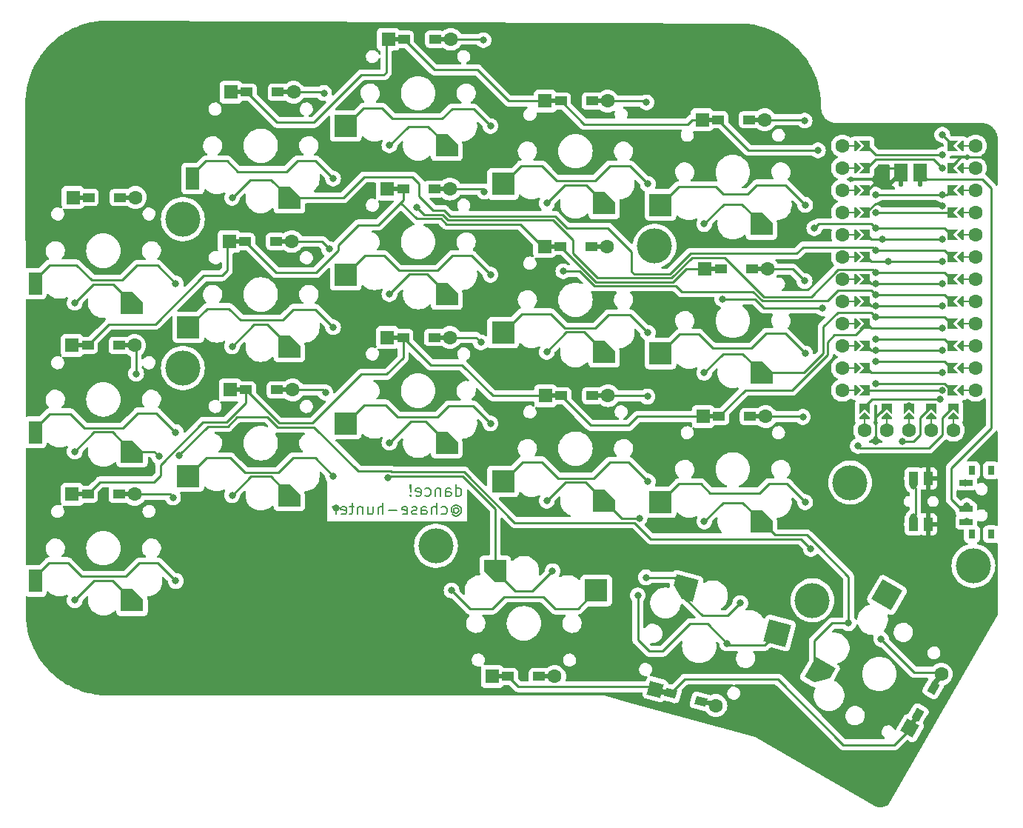
<source format=gbl>
G04 #@! TF.GenerationSoftware,KiCad,Pcbnew,7.0.8*
G04 #@! TF.CreationDate,2023-11-05T17:01:39-05:00*
G04 #@! TF.ProjectId,dance,64616e63-652e-46b6-9963-61645f706362,1.0*
G04 #@! TF.SameCoordinates,Original*
G04 #@! TF.FileFunction,Copper,L2,Bot*
G04 #@! TF.FilePolarity,Positive*
%FSLAX46Y46*%
G04 Gerber Fmt 4.6, Leading zero omitted, Abs format (unit mm)*
G04 Created by KiCad (PCBNEW 7.0.8) date 2023-11-05 17:01:39*
%MOMM*%
%LPD*%
G01*
G04 APERTURE LIST*
G04 Aperture macros list*
%AMRotRect*
0 Rectangle, with rotation*
0 The origin of the aperture is its center*
0 $1 length*
0 $2 width*
0 $3 Rotation angle, in degrees counterclockwise*
0 Add horizontal line*
21,1,$1,$2,0,0,$3*%
%AMOutline5P*
0 Free polygon, 5 corners , with rotation*
0 The origin of the aperture is its center*
0 number of corners: always 5*
0 $1 to $10 corner X, Y*
0 $11 Rotation angle, in degrees counterclockwise*
0 create outline with 5 corners*
4,1,5,$1,$2,$3,$4,$5,$6,$7,$8,$9,$10,$1,$2,$11*%
%AMOutline6P*
0 Free polygon, 6 corners , with rotation*
0 The origin of the aperture is its center*
0 number of corners: always 6*
0 $1 to $12 corner X, Y*
0 $13 Rotation angle, in degrees counterclockwise*
0 create outline with 6 corners*
4,1,6,$1,$2,$3,$4,$5,$6,$7,$8,$9,$10,$11,$12,$1,$2,$13*%
%AMOutline7P*
0 Free polygon, 7 corners , with rotation*
0 The origin of the aperture is its center*
0 number of corners: always 7*
0 $1 to $14 corner X, Y*
0 $15 Rotation angle, in degrees counterclockwise*
0 create outline with 7 corners*
4,1,7,$1,$2,$3,$4,$5,$6,$7,$8,$9,$10,$11,$12,$13,$14,$1,$2,$15*%
%AMOutline8P*
0 Free polygon, 8 corners , with rotation*
0 The origin of the aperture is its center*
0 number of corners: always 8*
0 $1 to $16 corner X, Y*
0 $17 Rotation angle, in degrees counterclockwise*
0 create outline with 8 corners*
4,1,8,$1,$2,$3,$4,$5,$6,$7,$8,$9,$10,$11,$12,$13,$14,$15,$16,$1,$2,$17*%
%AMFreePoly0*
4,1,13,0.650000,-0.475000,-0.650000,-0.475000,-0.650000,-0.227000,-1.093200,-0.227000,-1.128555,-0.212355,-1.143200,-0.177000,-1.143200,0.178600,-1.128555,0.213955,-1.093200,0.228600,-0.650000,0.228600,-0.650000,0.475000,0.650000,0.475000,0.650000,-0.475000,0.650000,-0.475000,$1*%
%AMFreePoly1*
4,1,13,0.650000,0.226600,1.093200,0.226600,1.128555,0.211955,1.143200,0.176600,1.143200,-0.179000,1.128555,-0.214355,1.093200,-0.229000,0.650000,-0.229000,0.650000,-0.475000,-0.650000,-0.475000,-0.650000,0.475000,0.650000,0.475000,0.650000,0.226600,0.650000,0.226600,$1*%
%AMFreePoly2*
4,1,5,0.125000,-0.500000,-0.125000,-0.500000,-0.125000,0.500000,0.125000,0.500000,0.125000,-0.500000,0.125000,-0.500000,$1*%
%AMFreePoly3*
4,1,6,0.600000,0.200000,0.000000,-0.400000,-0.600000,0.200000,-0.600000,0.400000,0.600000,0.400000,0.600000,0.200000,0.600000,0.200000,$1*%
%AMFreePoly4*
4,1,6,0.600000,-0.250000,-0.600000,-0.250000,-0.600000,1.000000,0.000000,0.400000,0.600000,1.000000,0.600000,-0.250000,0.600000,-0.250000,$1*%
%AMFreePoly5*
4,1,13,0.211911,1.370355,0.226556,1.335000,0.226556,1.050000,0.750000,1.050000,0.750000,-1.050000,-0.750000,-1.050000,-0.750000,1.050000,-0.229044,1.050000,-0.229044,1.335000,-0.214399,1.370355,-0.179044,1.385000,0.176556,1.385000,0.211911,1.370355,0.211911,1.370355,$1*%
%AMFreePoly6*
4,1,13,0.211955,1.370355,0.226600,1.335000,0.226600,1.050000,0.750000,1.050000,0.750000,-1.050000,-0.750000,-1.050000,-0.750000,1.050000,-0.229000,1.050000,-0.229000,1.335000,-0.214355,1.370355,-0.179000,1.385000,0.176600,1.385000,0.211955,1.370355,0.211955,1.370355,$1*%
G04 Aperture macros list end*
%ADD10C,0.200000*%
G04 #@! TA.AperFunction,NonConductor*
%ADD11C,0.200000*%
G04 #@! TD*
G04 #@! TA.AperFunction,ComponentPad*
%ADD12R,1.600000X1.600000*%
G04 #@! TD*
G04 #@! TA.AperFunction,SMDPad,CuDef*
%ADD13FreePoly0,0.000000*%
G04 #@! TD*
G04 #@! TA.AperFunction,SMDPad,CuDef*
%ADD14FreePoly1,0.000000*%
G04 #@! TD*
G04 #@! TA.AperFunction,ComponentPad*
%ADD15C,1.600000*%
G04 #@! TD*
G04 #@! TA.AperFunction,ComponentPad*
%ADD16RotRect,1.600000X1.600000X165.000000*%
G04 #@! TD*
G04 #@! TA.AperFunction,SMDPad,CuDef*
%ADD17FreePoly0,345.000000*%
G04 #@! TD*
G04 #@! TA.AperFunction,SMDPad,CuDef*
%ADD18FreePoly1,345.000000*%
G04 #@! TD*
G04 #@! TA.AperFunction,ComponentPad*
%ADD19RotRect,1.600000X1.600000X240.000000*%
G04 #@! TD*
G04 #@! TA.AperFunction,SMDPad,CuDef*
%ADD20FreePoly0,60.000000*%
G04 #@! TD*
G04 #@! TA.AperFunction,SMDPad,CuDef*
%ADD21FreePoly1,60.000000*%
G04 #@! TD*
G04 #@! TA.AperFunction,SMDPad,CuDef*
%ADD22Outline5P,-1.300000X1.300000X0.000000X1.300000X1.300000X0.000000X1.300000X-1.300000X-1.300000X-1.300000X0.000000*%
G04 #@! TD*
G04 #@! TA.AperFunction,SMDPad,CuDef*
%ADD23R,1.600000X2.600000*%
G04 #@! TD*
G04 #@! TA.AperFunction,SMDPad,CuDef*
%ADD24R,2.600000X2.600000*%
G04 #@! TD*
G04 #@! TA.AperFunction,SMDPad,CuDef*
%ADD25Outline5P,-1.300000X1.300000X0.000000X1.300000X1.300000X0.000000X1.300000X-1.300000X-1.300000X-1.300000X180.000000*%
G04 #@! TD*
G04 #@! TA.AperFunction,SMDPad,CuDef*
%ADD26Outline5P,-1.300000X1.300000X0.000000X1.300000X1.300000X0.000000X1.300000X-1.300000X-1.300000X-1.300000X165.000000*%
G04 #@! TD*
G04 #@! TA.AperFunction,SMDPad,CuDef*
%ADD27RotRect,2.600000X2.600000X165.000000*%
G04 #@! TD*
G04 #@! TA.AperFunction,SMDPad,CuDef*
%ADD28Outline5P,-1.300000X1.300000X0.000000X1.300000X1.300000X0.000000X1.300000X-1.300000X-1.300000X-1.300000X240.000000*%
G04 #@! TD*
G04 #@! TA.AperFunction,SMDPad,CuDef*
%ADD29RotRect,2.600000X2.600000X240.000000*%
G04 #@! TD*
G04 #@! TA.AperFunction,ComponentPad*
%ADD30C,4.000000*%
G04 #@! TD*
G04 #@! TA.AperFunction,SMDPad,CuDef*
%ADD31R,0.800000X1.000000*%
G04 #@! TD*
G04 #@! TA.AperFunction,SMDPad,CuDef*
%ADD32R,1.500000X0.700000*%
G04 #@! TD*
G04 #@! TA.AperFunction,SMDPad,CuDef*
%ADD33FreePoly2,90.000000*%
G04 #@! TD*
G04 #@! TA.AperFunction,SMDPad,CuDef*
%ADD34FreePoly3,90.000000*%
G04 #@! TD*
G04 #@! TA.AperFunction,SMDPad,CuDef*
%ADD35FreePoly3,270.000000*%
G04 #@! TD*
G04 #@! TA.AperFunction,SMDPad,CuDef*
%ADD36FreePoly2,270.000000*%
G04 #@! TD*
G04 #@! TA.AperFunction,SMDPad,CuDef*
%ADD37FreePoly4,90.000000*%
G04 #@! TD*
G04 #@! TA.AperFunction,SMDPad,CuDef*
%ADD38FreePoly4,270.000000*%
G04 #@! TD*
G04 #@! TA.AperFunction,SMDPad,CuDef*
%ADD39R,1.000000X1.550000*%
G04 #@! TD*
G04 #@! TA.AperFunction,SMDPad,CuDef*
%ADD40FreePoly3,180.000000*%
G04 #@! TD*
G04 #@! TA.AperFunction,SMDPad,CuDef*
%ADD41FreePoly2,180.000000*%
G04 #@! TD*
G04 #@! TA.AperFunction,SMDPad,CuDef*
%ADD42FreePoly4,180.000000*%
G04 #@! TD*
G04 #@! TA.AperFunction,ComponentPad*
%ADD43C,0.550000*%
G04 #@! TD*
G04 #@! TA.AperFunction,SMDPad,CuDef*
%ADD44FreePoly5,180.000000*%
G04 #@! TD*
G04 #@! TA.AperFunction,SMDPad,CuDef*
%ADD45FreePoly6,180.000000*%
G04 #@! TD*
G04 #@! TA.AperFunction,ViaPad*
%ADD46C,0.800000*%
G04 #@! TD*
G04 #@! TA.AperFunction,Conductor*
%ADD47C,0.250000*%
G04 #@! TD*
G04 APERTURE END LIST*
D10*
D11*
X126251755Y-98434504D02*
X126251755Y-97134504D01*
X126251755Y-98372600D02*
X126375564Y-98434504D01*
X126375564Y-98434504D02*
X126623183Y-98434504D01*
X126623183Y-98434504D02*
X126746993Y-98372600D01*
X126746993Y-98372600D02*
X126808898Y-98310695D01*
X126808898Y-98310695D02*
X126870802Y-98186885D01*
X126870802Y-98186885D02*
X126870802Y-97815457D01*
X126870802Y-97815457D02*
X126808898Y-97691647D01*
X126808898Y-97691647D02*
X126746993Y-97629742D01*
X126746993Y-97629742D02*
X126623183Y-97567838D01*
X126623183Y-97567838D02*
X126375564Y-97567838D01*
X126375564Y-97567838D02*
X126251755Y-97629742D01*
X125075565Y-98434504D02*
X125075565Y-97753552D01*
X125075565Y-97753552D02*
X125137470Y-97629742D01*
X125137470Y-97629742D02*
X125261279Y-97567838D01*
X125261279Y-97567838D02*
X125508898Y-97567838D01*
X125508898Y-97567838D02*
X125632708Y-97629742D01*
X125075565Y-98372600D02*
X125199374Y-98434504D01*
X125199374Y-98434504D02*
X125508898Y-98434504D01*
X125508898Y-98434504D02*
X125632708Y-98372600D01*
X125632708Y-98372600D02*
X125694612Y-98248790D01*
X125694612Y-98248790D02*
X125694612Y-98124980D01*
X125694612Y-98124980D02*
X125632708Y-98001171D01*
X125632708Y-98001171D02*
X125508898Y-97939266D01*
X125508898Y-97939266D02*
X125199374Y-97939266D01*
X125199374Y-97939266D02*
X125075565Y-97877361D01*
X124456518Y-97567838D02*
X124456518Y-98434504D01*
X124456518Y-97691647D02*
X124394613Y-97629742D01*
X124394613Y-97629742D02*
X124270803Y-97567838D01*
X124270803Y-97567838D02*
X124085089Y-97567838D01*
X124085089Y-97567838D02*
X123961280Y-97629742D01*
X123961280Y-97629742D02*
X123899375Y-97753552D01*
X123899375Y-97753552D02*
X123899375Y-98434504D01*
X122723185Y-98372600D02*
X122846994Y-98434504D01*
X122846994Y-98434504D02*
X123094613Y-98434504D01*
X123094613Y-98434504D02*
X123218423Y-98372600D01*
X123218423Y-98372600D02*
X123280328Y-98310695D01*
X123280328Y-98310695D02*
X123342232Y-98186885D01*
X123342232Y-98186885D02*
X123342232Y-97815457D01*
X123342232Y-97815457D02*
X123280328Y-97691647D01*
X123280328Y-97691647D02*
X123218423Y-97629742D01*
X123218423Y-97629742D02*
X123094613Y-97567838D01*
X123094613Y-97567838D02*
X122846994Y-97567838D01*
X122846994Y-97567838D02*
X122723185Y-97629742D01*
X121670804Y-98372600D02*
X121794613Y-98434504D01*
X121794613Y-98434504D02*
X122042232Y-98434504D01*
X122042232Y-98434504D02*
X122166042Y-98372600D01*
X122166042Y-98372600D02*
X122227946Y-98248790D01*
X122227946Y-98248790D02*
X122227946Y-97753552D01*
X122227946Y-97753552D02*
X122166042Y-97629742D01*
X122166042Y-97629742D02*
X122042232Y-97567838D01*
X122042232Y-97567838D02*
X121794613Y-97567838D01*
X121794613Y-97567838D02*
X121670804Y-97629742D01*
X121670804Y-97629742D02*
X121608899Y-97753552D01*
X121608899Y-97753552D02*
X121608899Y-97877361D01*
X121608899Y-97877361D02*
X122227946Y-98001171D01*
X121051756Y-98310695D02*
X120989851Y-98372600D01*
X120989851Y-98372600D02*
X121051756Y-98434504D01*
X121051756Y-98434504D02*
X121113660Y-98372600D01*
X121113660Y-98372600D02*
X121051756Y-98310695D01*
X121051756Y-98310695D02*
X121051756Y-98434504D01*
X121051756Y-97939266D02*
X121113660Y-97196409D01*
X121113660Y-97196409D02*
X121051756Y-97134504D01*
X121051756Y-97134504D02*
X120989851Y-97196409D01*
X120989851Y-97196409D02*
X121051756Y-97939266D01*
X121051756Y-97939266D02*
X121051756Y-97134504D01*
X126004136Y-99908457D02*
X126066041Y-99846552D01*
X126066041Y-99846552D02*
X126189850Y-99784647D01*
X126189850Y-99784647D02*
X126313660Y-99784647D01*
X126313660Y-99784647D02*
X126437469Y-99846552D01*
X126437469Y-99846552D02*
X126499374Y-99908457D01*
X126499374Y-99908457D02*
X126561279Y-100032266D01*
X126561279Y-100032266D02*
X126561279Y-100156076D01*
X126561279Y-100156076D02*
X126499374Y-100279885D01*
X126499374Y-100279885D02*
X126437469Y-100341790D01*
X126437469Y-100341790D02*
X126313660Y-100403695D01*
X126313660Y-100403695D02*
X126189850Y-100403695D01*
X126189850Y-100403695D02*
X126066041Y-100341790D01*
X126066041Y-100341790D02*
X126004136Y-100279885D01*
X126004136Y-99784647D02*
X126004136Y-100279885D01*
X126004136Y-100279885D02*
X125942231Y-100341790D01*
X125942231Y-100341790D02*
X125880326Y-100341790D01*
X125880326Y-100341790D02*
X125756517Y-100279885D01*
X125756517Y-100279885D02*
X125694612Y-100156076D01*
X125694612Y-100156076D02*
X125694612Y-99846552D01*
X125694612Y-99846552D02*
X125818422Y-99660838D01*
X125818422Y-99660838D02*
X126004136Y-99537028D01*
X126004136Y-99537028D02*
X126251755Y-99475123D01*
X126251755Y-99475123D02*
X126499374Y-99537028D01*
X126499374Y-99537028D02*
X126685088Y-99660838D01*
X126685088Y-99660838D02*
X126808898Y-99846552D01*
X126808898Y-99846552D02*
X126870802Y-100094171D01*
X126870802Y-100094171D02*
X126808898Y-100341790D01*
X126808898Y-100341790D02*
X126685088Y-100527504D01*
X126685088Y-100527504D02*
X126499374Y-100651314D01*
X126499374Y-100651314D02*
X126251755Y-100713219D01*
X126251755Y-100713219D02*
X126004136Y-100651314D01*
X126004136Y-100651314D02*
X125818422Y-100527504D01*
X124580326Y-100465600D02*
X124704135Y-100527504D01*
X124704135Y-100527504D02*
X124951754Y-100527504D01*
X124951754Y-100527504D02*
X125075564Y-100465600D01*
X125075564Y-100465600D02*
X125137469Y-100403695D01*
X125137469Y-100403695D02*
X125199373Y-100279885D01*
X125199373Y-100279885D02*
X125199373Y-99908457D01*
X125199373Y-99908457D02*
X125137469Y-99784647D01*
X125137469Y-99784647D02*
X125075564Y-99722742D01*
X125075564Y-99722742D02*
X124951754Y-99660838D01*
X124951754Y-99660838D02*
X124704135Y-99660838D01*
X124704135Y-99660838D02*
X124580326Y-99722742D01*
X124023183Y-100527504D02*
X124023183Y-99227504D01*
X123466040Y-100527504D02*
X123466040Y-99846552D01*
X123466040Y-99846552D02*
X123527945Y-99722742D01*
X123527945Y-99722742D02*
X123651754Y-99660838D01*
X123651754Y-99660838D02*
X123837468Y-99660838D01*
X123837468Y-99660838D02*
X123961278Y-99722742D01*
X123961278Y-99722742D02*
X124023183Y-99784647D01*
X122289850Y-100527504D02*
X122289850Y-99846552D01*
X122289850Y-99846552D02*
X122351755Y-99722742D01*
X122351755Y-99722742D02*
X122475564Y-99660838D01*
X122475564Y-99660838D02*
X122723183Y-99660838D01*
X122723183Y-99660838D02*
X122846993Y-99722742D01*
X122289850Y-100465600D02*
X122413659Y-100527504D01*
X122413659Y-100527504D02*
X122723183Y-100527504D01*
X122723183Y-100527504D02*
X122846993Y-100465600D01*
X122846993Y-100465600D02*
X122908897Y-100341790D01*
X122908897Y-100341790D02*
X122908897Y-100217980D01*
X122908897Y-100217980D02*
X122846993Y-100094171D01*
X122846993Y-100094171D02*
X122723183Y-100032266D01*
X122723183Y-100032266D02*
X122413659Y-100032266D01*
X122413659Y-100032266D02*
X122289850Y-99970361D01*
X121732707Y-100465600D02*
X121608898Y-100527504D01*
X121608898Y-100527504D02*
X121361279Y-100527504D01*
X121361279Y-100527504D02*
X121237469Y-100465600D01*
X121237469Y-100465600D02*
X121175565Y-100341790D01*
X121175565Y-100341790D02*
X121175565Y-100279885D01*
X121175565Y-100279885D02*
X121237469Y-100156076D01*
X121237469Y-100156076D02*
X121361279Y-100094171D01*
X121361279Y-100094171D02*
X121546993Y-100094171D01*
X121546993Y-100094171D02*
X121670803Y-100032266D01*
X121670803Y-100032266D02*
X121732707Y-99908457D01*
X121732707Y-99908457D02*
X121732707Y-99846552D01*
X121732707Y-99846552D02*
X121670803Y-99722742D01*
X121670803Y-99722742D02*
X121546993Y-99660838D01*
X121546993Y-99660838D02*
X121361279Y-99660838D01*
X121361279Y-99660838D02*
X121237469Y-99722742D01*
X120123184Y-100465600D02*
X120246993Y-100527504D01*
X120246993Y-100527504D02*
X120494612Y-100527504D01*
X120494612Y-100527504D02*
X120618422Y-100465600D01*
X120618422Y-100465600D02*
X120680326Y-100341790D01*
X120680326Y-100341790D02*
X120680326Y-99846552D01*
X120680326Y-99846552D02*
X120618422Y-99722742D01*
X120618422Y-99722742D02*
X120494612Y-99660838D01*
X120494612Y-99660838D02*
X120246993Y-99660838D01*
X120246993Y-99660838D02*
X120123184Y-99722742D01*
X120123184Y-99722742D02*
X120061279Y-99846552D01*
X120061279Y-99846552D02*
X120061279Y-99970361D01*
X120061279Y-99970361D02*
X120680326Y-100094171D01*
X119504136Y-100032266D02*
X118513660Y-100032266D01*
X117894612Y-100527504D02*
X117894612Y-99227504D01*
X117337469Y-100527504D02*
X117337469Y-99846552D01*
X117337469Y-99846552D02*
X117399374Y-99722742D01*
X117399374Y-99722742D02*
X117523183Y-99660838D01*
X117523183Y-99660838D02*
X117708897Y-99660838D01*
X117708897Y-99660838D02*
X117832707Y-99722742D01*
X117832707Y-99722742D02*
X117894612Y-99784647D01*
X116161279Y-99660838D02*
X116161279Y-100527504D01*
X116718422Y-99660838D02*
X116718422Y-100341790D01*
X116718422Y-100341790D02*
X116656517Y-100465600D01*
X116656517Y-100465600D02*
X116532707Y-100527504D01*
X116532707Y-100527504D02*
X116346993Y-100527504D01*
X116346993Y-100527504D02*
X116223184Y-100465600D01*
X116223184Y-100465600D02*
X116161279Y-100403695D01*
X115542232Y-99660838D02*
X115542232Y-100527504D01*
X115542232Y-99784647D02*
X115480327Y-99722742D01*
X115480327Y-99722742D02*
X115356517Y-99660838D01*
X115356517Y-99660838D02*
X115170803Y-99660838D01*
X115170803Y-99660838D02*
X115046994Y-99722742D01*
X115046994Y-99722742D02*
X114985089Y-99846552D01*
X114985089Y-99846552D02*
X114985089Y-100527504D01*
X114551756Y-99660838D02*
X114056518Y-99660838D01*
X114366042Y-99227504D02*
X114366042Y-100341790D01*
X114366042Y-100341790D02*
X114304137Y-100465600D01*
X114304137Y-100465600D02*
X114180327Y-100527504D01*
X114180327Y-100527504D02*
X114056518Y-100527504D01*
X113127947Y-100465600D02*
X113251756Y-100527504D01*
X113251756Y-100527504D02*
X113499375Y-100527504D01*
X113499375Y-100527504D02*
X113623185Y-100465600D01*
X113623185Y-100465600D02*
X113685089Y-100341790D01*
X113685089Y-100341790D02*
X113685089Y-99846552D01*
X113685089Y-99846552D02*
X113623185Y-99722742D01*
X113623185Y-99722742D02*
X113499375Y-99660838D01*
X113499375Y-99660838D02*
X113251756Y-99660838D01*
X113251756Y-99660838D02*
X113127947Y-99722742D01*
X113127947Y-99722742D02*
X113066042Y-99846552D01*
X113066042Y-99846552D02*
X113066042Y-99970361D01*
X113066042Y-99970361D02*
X113685089Y-100094171D01*
X112508899Y-100527504D02*
X112508899Y-99660838D01*
X112508899Y-99908457D02*
X112446994Y-99784647D01*
X112446994Y-99784647D02*
X112385089Y-99722742D01*
X112385089Y-99722742D02*
X112261280Y-99660838D01*
X112261280Y-99660838D02*
X112137470Y-99660838D01*
D12*
X82428400Y-64312800D03*
D13*
X84229400Y-64312800D03*
D14*
X87779400Y-64312800D03*
D15*
X89580400Y-64312800D03*
D12*
X100513200Y-52273200D03*
D13*
X102314200Y-52273200D03*
D14*
X105864200Y-52273200D03*
D15*
X107665200Y-52273200D03*
D12*
X118496400Y-46228000D03*
D13*
X120297400Y-46228000D03*
D14*
X123847400Y-46228000D03*
D15*
X125648400Y-46228000D03*
D12*
X136428800Y-53289200D03*
D13*
X138229800Y-53289200D03*
D14*
X141779800Y-53289200D03*
D15*
X143580800Y-53289200D03*
D12*
X154412000Y-55422800D03*
D13*
X156213000Y-55422800D03*
D14*
X159763000Y-55422800D03*
D15*
X161564000Y-55422800D03*
D12*
X82326800Y-81229200D03*
D13*
X84127800Y-81229200D03*
D14*
X87677800Y-81229200D03*
D15*
X89478800Y-81229200D03*
D12*
X100310000Y-69342000D03*
D13*
X102111000Y-69342000D03*
D14*
X105661000Y-69342000D03*
D15*
X107462000Y-69342000D03*
D12*
X118394800Y-63347600D03*
D13*
X120195800Y-63347600D03*
D14*
X123745800Y-63347600D03*
D15*
X125546800Y-63347600D03*
D12*
X136378000Y-69900800D03*
D13*
X138179000Y-69900800D03*
D14*
X141729000Y-69900800D03*
D15*
X143530000Y-69900800D03*
D12*
X154716800Y-72491600D03*
D13*
X156517800Y-72491600D03*
D14*
X160067800Y-72491600D03*
D15*
X161868800Y-72491600D03*
D12*
X82326800Y-98247200D03*
D13*
X84127800Y-98247200D03*
D14*
X87677800Y-98247200D03*
D15*
X89478800Y-98247200D03*
D12*
X100411600Y-86309200D03*
D13*
X102212600Y-86309200D03*
D14*
X105762600Y-86309200D03*
D15*
X107563600Y-86309200D03*
D12*
X118394800Y-80314800D03*
D13*
X120195800Y-80314800D03*
D14*
X123745800Y-80314800D03*
D15*
X125546800Y-80314800D03*
D12*
X136479600Y-86969600D03*
D13*
X138280600Y-86969600D03*
D14*
X141830600Y-86969600D03*
D15*
X143631600Y-86969600D03*
D12*
X154513600Y-89357200D03*
D13*
X156314600Y-89357200D03*
D14*
X159864600Y-89357200D03*
D15*
X161665600Y-89357200D03*
D12*
X130383600Y-119075200D03*
D13*
X132184600Y-119075200D03*
D14*
X135734600Y-119075200D03*
D15*
X137535600Y-119075200D03*
D16*
X149060131Y-120535059D03*
D17*
X150799764Y-121001192D03*
D18*
X154228800Y-121920000D03*
D15*
X155968433Y-122386133D03*
D19*
X178170166Y-124992342D03*
D20*
X179070666Y-123432630D03*
D21*
X180845666Y-120358240D03*
D15*
X181746166Y-118798528D03*
D22*
X89185000Y-76350000D03*
D23*
X78135000Y-74150000D03*
D22*
X107185000Y-64350000D03*
D23*
X96135000Y-62150000D03*
D22*
X125185000Y-58350000D03*
D24*
X113635000Y-56150000D03*
D22*
X143185000Y-64970000D03*
D24*
X131635000Y-62770000D03*
D22*
X161185000Y-67350000D03*
D24*
X149635000Y-65150000D03*
D22*
X89185000Y-93350000D03*
D23*
X78135000Y-91150000D03*
D22*
X107185000Y-81350000D03*
D24*
X95635000Y-79150000D03*
D22*
X125185000Y-75350000D03*
D24*
X113635000Y-73150000D03*
D22*
X143185000Y-81970000D03*
D24*
X131635000Y-79770000D03*
D22*
X161185000Y-84350000D03*
D24*
X149635000Y-82150000D03*
D22*
X89185000Y-110350000D03*
D23*
X78135000Y-108150000D03*
D22*
X107185000Y-98350000D03*
D24*
X95635000Y-96150000D03*
D22*
X125185000Y-92350000D03*
D24*
X113635000Y-90150000D03*
D22*
X143185000Y-98975000D03*
D24*
X131635000Y-96775000D03*
D22*
X161185000Y-101350000D03*
D24*
X149635000Y-99150000D03*
D25*
X130735000Y-107040000D03*
D24*
X142285000Y-109240000D03*
D26*
X152436566Y-108985109D03*
D27*
X163023608Y-114099506D03*
D28*
X167869649Y-118651233D03*
D29*
X175549905Y-109748640D03*
D30*
X171323000Y-96901000D03*
X185420000Y-106426000D03*
X95000000Y-66802000D03*
X148971000Y-69850000D03*
X123952000Y-104140000D03*
X167005000Y-110363000D03*
X95000000Y-83820000D03*
D31*
X185252000Y-102804000D03*
X187452000Y-102804000D03*
X185252000Y-95504000D03*
X187452000Y-95504000D03*
D32*
X184602000Y-101404000D03*
X184602000Y-99904000D03*
X184602000Y-96904000D03*
D15*
X170434000Y-58420000D03*
X170434000Y-60960000D03*
X170434000Y-63500000D03*
X170434000Y-66040000D03*
X170434000Y-68580000D03*
X170434000Y-71120000D03*
X170434000Y-73660000D03*
X170434000Y-76200000D03*
X170434000Y-78740000D03*
X170434000Y-81280000D03*
X170434000Y-83820000D03*
X170434000Y-86360000D03*
D33*
X171704000Y-58420000D03*
X171704000Y-60960000D03*
X171704000Y-63500000D03*
X171704000Y-66040000D03*
X171704000Y-68580000D03*
X171704000Y-71120000D03*
X171704000Y-73660000D03*
X171704000Y-76200000D03*
X171704000Y-78740000D03*
X171704000Y-81280000D03*
X171704000Y-83820000D03*
X171704000Y-86360000D03*
D34*
X172212000Y-58420000D03*
X172212000Y-60960000D03*
X172212000Y-63500000D03*
X172212000Y-66040000D03*
X172212000Y-68580000D03*
X172212000Y-71120000D03*
X172212000Y-73660000D03*
X172212000Y-76200000D03*
X172212000Y-78740000D03*
X172212000Y-81280000D03*
X172212000Y-83820000D03*
X172212000Y-86360000D03*
D35*
X183896000Y-58420000D03*
X183896000Y-60960000D03*
X183896000Y-63500000D03*
X183896000Y-66040000D03*
X183896000Y-68580000D03*
X183896000Y-71120000D03*
X183896000Y-73660000D03*
X183896000Y-76200000D03*
X183896000Y-78740000D03*
X183896000Y-81280000D03*
X183896000Y-83820000D03*
X183896000Y-86360000D03*
D36*
X184404000Y-58420000D03*
X184404000Y-60960000D03*
X184404000Y-63500000D03*
X184404000Y-66040000D03*
X184404000Y-68580000D03*
X184404000Y-71120000D03*
X184404000Y-73660000D03*
X184404000Y-76200000D03*
X184404000Y-78740000D03*
X184404000Y-81280000D03*
X184404000Y-83820000D03*
X184404000Y-86360000D03*
D15*
X185674000Y-58420000D03*
X185674000Y-60960000D03*
X185674000Y-63500000D03*
X185674000Y-66040000D03*
X185674000Y-68580000D03*
X185674000Y-71120000D03*
X185674000Y-73660000D03*
X185674000Y-76200000D03*
X185674000Y-78740000D03*
X185674000Y-81280000D03*
X185674000Y-83820000D03*
X185674000Y-86360000D03*
D37*
X173355000Y-58420000D03*
X173355000Y-60960000D03*
X173355000Y-63500000D03*
X173355000Y-66040000D03*
X173355000Y-68580000D03*
X173355000Y-71120000D03*
X173355000Y-73660000D03*
X173355000Y-76200000D03*
X173355000Y-78740000D03*
X173355000Y-81280000D03*
X173355000Y-83820000D03*
X173355000Y-86360000D03*
D38*
X182753000Y-86360000D03*
X182753000Y-83820000D03*
X182753000Y-81280000D03*
X182753000Y-78740000D03*
X182753000Y-76200000D03*
X182753000Y-73660000D03*
X182753000Y-71120000D03*
X182753000Y-68580000D03*
X182753000Y-66040000D03*
X182753000Y-63500000D03*
X182753000Y-60960000D03*
X182753000Y-58420000D03*
D39*
X178579000Y-101685000D03*
X178579000Y-96435000D03*
X180279000Y-101685000D03*
X180279000Y-96435000D03*
D40*
X172974000Y-89274000D03*
D41*
X172974000Y-89782000D03*
D15*
X172974000Y-90932000D03*
D40*
X175514000Y-89274000D03*
D41*
X175514000Y-89782000D03*
D15*
X175514000Y-90932000D03*
D40*
X178054000Y-89274000D03*
D41*
X178054000Y-89782000D03*
D15*
X178054000Y-90932000D03*
D40*
X180594000Y-89274000D03*
D41*
X180594000Y-89782000D03*
D15*
X180594000Y-90932000D03*
D40*
X183134000Y-89274000D03*
D41*
X183134000Y-89782000D03*
D15*
X183134000Y-90932000D03*
D42*
X183134000Y-88132000D03*
X180594000Y-88132000D03*
X178054000Y-88132000D03*
X175514000Y-88132000D03*
X172974000Y-88132000D03*
D43*
X179324400Y-62809600D03*
D44*
X179324000Y-61468000D03*
D43*
X177124000Y-62809600D03*
D45*
X177124000Y-61468000D03*
D46*
X167640000Y-58928000D03*
X174244000Y-74168000D03*
X181864000Y-74168000D03*
X156718000Y-75946000D03*
X174244000Y-76708000D03*
X181864000Y-76708000D03*
X168148000Y-76962000D03*
X181864000Y-79248000D03*
X174244000Y-81788000D03*
X181864000Y-81788000D03*
X186690000Y-59690000D03*
X133604000Y-99568000D03*
X161036000Y-78486000D03*
X175006000Y-65024000D03*
X166116000Y-71882000D03*
X92202000Y-110998000D03*
X149352000Y-101854000D03*
X112522000Y-99822000D03*
X174244000Y-92202000D03*
X175514000Y-58420000D03*
X106934000Y-92456000D03*
X165100000Y-78486000D03*
X77724000Y-62738000D03*
X118110000Y-68834000D03*
X147828000Y-51562000D03*
X131572000Y-65024000D03*
X181864000Y-65278000D03*
X125222000Y-86106000D03*
X174244000Y-66040000D03*
X178054000Y-88100500D03*
X94589600Y-93776800D03*
X167233600Y-67818000D03*
X166830000Y-104495600D03*
X82635000Y-110350000D03*
X174244000Y-67818000D03*
X92252800Y-93878400D03*
X82635000Y-93350000D03*
X82635000Y-76350000D03*
X100635000Y-64350000D03*
X174244000Y-70358000D03*
X100635000Y-81350000D03*
X100635000Y-98350000D03*
X137285000Y-107040000D03*
X118635000Y-58350000D03*
X174244000Y-72898000D03*
X118635000Y-92350000D03*
X118635000Y-75350000D03*
X118480000Y-96334500D03*
X121767600Y-65430400D03*
X174244000Y-75438000D03*
X158763380Y-110680374D03*
X136635000Y-98975000D03*
X136635000Y-64970000D03*
X147980400Y-107746800D03*
X136635000Y-81970000D03*
X147218400Y-100990400D03*
X138531600Y-72745600D03*
X171144649Y-112978767D03*
X154635000Y-101350000D03*
X154635000Y-67350000D03*
X154635000Y-84350000D03*
X174244000Y-77978000D03*
X184658000Y-99568000D03*
X94185000Y-74150000D03*
X181864000Y-64008000D03*
X178562000Y-100838000D03*
X174244000Y-64008000D03*
X178562000Y-97282000D03*
X112185000Y-62150000D03*
X111150400Y-52374800D03*
X129387600Y-46329600D03*
X130185000Y-56150000D03*
X148031200Y-53441600D03*
X148185000Y-62770000D03*
X166116000Y-55524400D03*
X166185000Y-65150000D03*
X94185000Y-91150000D03*
X89662000Y-84455000D03*
X112185000Y-79150000D03*
X111760000Y-70205600D03*
X130185000Y-73150000D03*
X129489200Y-63652400D03*
X148185000Y-79770000D03*
X166185000Y-82150000D03*
X166116000Y-73863200D03*
X94185000Y-108150000D03*
X93878400Y-98602800D03*
X112185000Y-96150000D03*
X111302800Y-86614000D03*
X130185000Y-90150000D03*
X129082800Y-80873600D03*
X148185000Y-96775000D03*
X148132800Y-87071200D03*
X166185000Y-99150000D03*
X165912800Y-89408000D03*
X125735000Y-109240000D03*
X147037535Y-109816051D03*
X157251400Y-115290600D03*
X174866300Y-114795300D03*
X175549905Y-109748640D03*
X181864000Y-69088000D03*
X172212000Y-92710000D03*
X175006000Y-69088000D03*
X177292000Y-92202000D03*
X175730500Y-71628000D03*
X181864000Y-71628000D03*
X184658000Y-101346000D03*
X181864000Y-57150000D03*
X184531000Y-96901000D03*
X181610000Y-87376000D03*
X181864000Y-59436000D03*
X181864000Y-84328000D03*
X181863025Y-86367624D03*
X174244000Y-85598000D03*
X174244000Y-83058000D03*
X174244000Y-80518000D03*
X181864000Y-60960000D03*
D47*
X102314200Y-52273200D02*
X100279200Y-52273200D01*
X123802600Y-49733200D02*
X120297400Y-46228000D01*
X110007400Y-55727600D02*
X105768600Y-55727600D01*
X105768600Y-55727600D02*
X102314200Y-52273200D01*
X140871400Y-55930800D02*
X138229800Y-53289200D01*
X128727200Y-49733200D02*
X123802600Y-49733200D01*
X156213000Y-55422800D02*
X153229500Y-55422800D01*
X120297400Y-46228000D02*
X118262400Y-46228000D01*
X138229800Y-53289200D02*
X132283200Y-53289200D01*
X159718200Y-58928000D02*
X156213000Y-55422800D01*
X84229400Y-64312800D02*
X82194400Y-64312800D01*
X118262400Y-50012600D02*
X117983000Y-50292000D01*
X167640000Y-58928000D02*
X159718200Y-58928000D01*
X118262400Y-46228000D02*
X118262400Y-50012600D01*
X153229500Y-55422800D02*
X152721500Y-55930800D01*
X174244000Y-74168000D02*
X173736000Y-74168000D01*
X115443000Y-50292000D02*
X110007400Y-55727600D01*
X181864000Y-74168000D02*
X174244000Y-74168000D01*
X132283200Y-53289200D02*
X128727200Y-49733200D01*
X152721500Y-55930800D02*
X140871400Y-55930800D01*
X173736000Y-74168000D02*
X173228000Y-73660000D01*
X117983000Y-50292000D02*
X115443000Y-50292000D01*
X138179000Y-69900800D02*
X136144000Y-69900800D01*
X115062000Y-67462400D02*
X112776000Y-69748400D01*
X174244000Y-76708000D02*
X173736000Y-76708000D01*
X120195800Y-63347600D02*
X120195800Y-64614600D01*
X181864000Y-76708000D02*
X174244000Y-76708000D01*
X86566200Y-78790800D02*
X91846400Y-78790800D01*
X100076000Y-72644000D02*
X100076000Y-69342000D01*
X156718000Y-75946000D02*
X160473430Y-75946000D01*
X102111000Y-69342000D02*
X100076000Y-69342000D01*
X121716800Y-66700400D02*
X119913400Y-64897000D01*
X97383600Y-73253600D02*
X99466400Y-73253600D01*
X112776000Y-69748400D02*
X112776000Y-70358000D01*
X154482800Y-72491600D02*
X152552400Y-72491600D01*
X110236000Y-72898000D02*
X105667000Y-72898000D01*
X133596320Y-67353120D02*
X125163520Y-67353120D01*
X84127800Y-81229200D02*
X86566200Y-78790800D01*
X161489430Y-76962000D02*
X168148000Y-76962000D01*
X136144000Y-69900800D02*
X133596320Y-67353120D01*
X119913400Y-64897000D02*
X117348000Y-67462400D01*
X151071520Y-73972480D02*
X142250680Y-73972480D01*
X112776000Y-70358000D02*
X110236000Y-72898000D01*
X120195800Y-64614600D02*
X119913400Y-64897000D01*
X105667000Y-72898000D02*
X102111000Y-69342000D01*
X99466400Y-73253600D02*
X100076000Y-72644000D01*
X91846400Y-78790800D02*
X97383600Y-73253600D01*
X156517800Y-72491600D02*
X154482800Y-72491600D01*
X125163520Y-67353120D02*
X124510800Y-66700400D01*
X142250680Y-73972480D02*
X138179000Y-69900800D01*
X160473430Y-75946000D02*
X161489430Y-76962000D01*
X120195800Y-63347600D02*
X118160800Y-63347600D01*
X124510800Y-66700400D02*
X121716800Y-66700400D01*
X152552400Y-72491600D02*
X151071520Y-73972480D01*
X84127800Y-81229200D02*
X82092800Y-81229200D01*
X117348000Y-67462400D02*
X115062000Y-67462400D01*
X173736000Y-76708000D02*
X173228000Y-76200000D01*
X181864000Y-79248000D02*
X174244000Y-79248000D01*
X138280600Y-86969600D02*
X136245600Y-86969600D01*
X130454400Y-86969600D02*
X126949200Y-83464400D01*
X156314600Y-89357200D02*
X159311800Y-86360000D01*
X173736000Y-79248000D02*
X173228000Y-78740000D01*
X168725000Y-80830000D02*
X169545000Y-80010000D01*
X123345400Y-83464400D02*
X120195800Y-80314800D01*
X97307400Y-90017600D02*
X92456000Y-94869000D01*
X174244000Y-79248000D02*
X173736000Y-79248000D01*
X145999200Y-90373200D02*
X141684200Y-90373200D01*
X92456000Y-96062800D02*
X91694000Y-96824800D01*
X109829600Y-90119200D02*
X106022600Y-90119200D01*
X102212600Y-87779400D02*
X99974400Y-90017600D01*
X99974400Y-90017600D02*
X97307400Y-90017600D01*
X102212600Y-86309200D02*
X102212600Y-87779400D01*
X120195800Y-80314800D02*
X118160800Y-80314800D01*
X141684200Y-90373200D02*
X138280600Y-86969600D01*
X85550200Y-96824800D02*
X84127800Y-98247200D01*
X120195800Y-82648600D02*
X118313200Y-84531200D01*
X169545000Y-80010000D02*
X171958000Y-80010000D01*
X84127800Y-98247200D02*
X82092800Y-98247200D01*
X91694000Y-96824800D02*
X85550200Y-96824800D01*
X168725000Y-82304596D02*
X168725000Y-80830000D01*
X115417600Y-84531200D02*
X109829600Y-90119200D01*
X164669596Y-86360000D02*
X168725000Y-82304596D01*
X118313200Y-84531200D02*
X115417600Y-84531200D01*
X156314600Y-89357200D02*
X154279600Y-89357200D01*
X136245600Y-86969600D02*
X130454400Y-86969600D01*
X120195800Y-80314800D02*
X120195800Y-82648600D01*
X92456000Y-94869000D02*
X92456000Y-96062800D01*
X147015200Y-89357200D02*
X145999200Y-90373200D01*
X154279600Y-89357200D02*
X147015200Y-89357200D01*
X102212600Y-86309200D02*
X100177600Y-86309200D01*
X126949200Y-83464400D02*
X123345400Y-83464400D01*
X106022600Y-90119200D02*
X102212600Y-86309200D01*
X159311800Y-86360000D02*
X164669596Y-86360000D01*
X171958000Y-80010000D02*
X173228000Y-78740000D01*
X133353000Y-120243600D02*
X132184600Y-119075200D01*
X178053166Y-124450130D02*
X179070666Y-123432630D01*
X152420956Y-119380000D02*
X163068000Y-119380000D01*
X176403000Y-126873000D02*
X178053166Y-125222834D01*
X150799764Y-121001192D02*
X149360802Y-121001192D01*
X173228000Y-81280000D02*
X173736000Y-81788000D01*
X174244000Y-81788000D02*
X181864000Y-81788000D01*
X170561000Y-126873000D02*
X176403000Y-126873000D01*
X178053166Y-125194992D02*
X178053166Y-124450130D01*
X150799764Y-121001192D02*
X152420956Y-119380000D01*
X149360802Y-121001192D02*
X148834105Y-120474495D01*
X148834105Y-120474495D02*
X148603210Y-120243600D01*
X148603210Y-120243600D02*
X133353000Y-120243600D01*
X132184600Y-119075200D02*
X130149600Y-119075200D01*
X173736000Y-81788000D02*
X174244000Y-81788000D01*
X163068000Y-119380000D02*
X170561000Y-126873000D01*
X178053166Y-125222834D02*
X178053166Y-125194992D01*
X176616000Y-60960000D02*
X175514000Y-60960000D01*
X174244000Y-89402000D02*
X174244000Y-92202000D01*
X184023000Y-59690000D02*
X186690000Y-59690000D01*
X173355000Y-63500000D02*
X174117000Y-62738000D01*
X173355000Y-66040000D02*
X173355000Y-65903695D01*
X173355000Y-65903695D02*
X174234695Y-65024000D01*
X182753000Y-60960000D02*
X184023000Y-59690000D01*
X174117000Y-62738000D02*
X174498000Y-62738000D01*
X175514000Y-88132000D02*
X174244000Y-89402000D01*
X174234695Y-65024000D02*
X175006000Y-65024000D01*
X174244000Y-66040000D02*
X182880000Y-66040000D01*
X167741600Y-67310000D02*
X173736000Y-67310000D01*
X132973000Y-101473000D02*
X127210000Y-95710000D01*
X97873880Y-90467120D02*
X94589600Y-93751400D01*
X118780305Y-95609500D02*
X115065900Y-95609500D01*
X89185000Y-76350000D02*
X87053800Y-74218800D01*
X100160598Y-90467120D02*
X97873880Y-90467120D01*
X146673000Y-101473000D02*
X132973000Y-101473000D01*
X166830000Y-104495600D02*
X165674400Y-103340000D01*
X148540000Y-103340000D02*
X146673000Y-101473000D01*
X84849800Y-91135200D02*
X82635000Y-93350000D01*
X91724400Y-93350000D02*
X89185000Y-93350000D01*
X110025120Y-90568720D02*
X105836402Y-90568720D01*
X94589600Y-93751400D02*
X94589600Y-93776800D01*
X84831800Y-108153200D02*
X82635000Y-110350000D01*
X104675682Y-89408000D02*
X101219718Y-89408000D01*
X87053800Y-74218800D02*
X84766200Y-74218800D01*
X115065900Y-95609500D02*
X110025120Y-90568720D01*
X89185000Y-110350000D02*
X86988200Y-108153200D01*
X86970200Y-91135200D02*
X84849800Y-91135200D01*
X89185000Y-93350000D02*
X86970200Y-91135200D01*
X105836402Y-90568720D02*
X104675682Y-89408000D01*
X92252800Y-93878400D02*
X91724400Y-93350000D01*
X86988200Y-108153200D02*
X84831800Y-108153200D01*
X118880805Y-95710000D02*
X118780305Y-95609500D01*
X173736000Y-67310000D02*
X174244000Y-67818000D01*
X167233600Y-67818000D02*
X167741600Y-67310000D01*
X127210000Y-95710000D02*
X118880805Y-95710000D01*
X84766200Y-74218800D02*
X82635000Y-76350000D01*
X174244000Y-67818000D02*
X182118000Y-67818000D01*
X101219718Y-89408000D02*
X100160598Y-90467120D01*
X165674400Y-103340000D02*
X148540000Y-103340000D01*
X182118000Y-67818000D02*
X182880000Y-68580000D01*
X150699124Y-73073440D02*
X146606440Y-73073440D01*
X125535916Y-66454080D02*
X124883196Y-65801360D01*
X137549398Y-66454080D02*
X125535916Y-66454080D01*
X173881000Y-69995000D02*
X174244000Y-70358000D01*
X107185000Y-81350000D02*
X104676600Y-78841600D01*
X103143400Y-78841600D02*
X100635000Y-81350000D01*
X115722400Y-61976000D02*
X113348400Y-64350000D01*
X165210258Y-70722258D02*
X165937516Y-69995000D01*
X153050306Y-70722258D02*
X150699124Y-73073440D01*
X122021600Y-62738000D02*
X121259600Y-61976000D01*
X113348400Y-64350000D02*
X107185000Y-64350000D01*
X146304000Y-72771000D02*
X146304000Y-70485000D01*
X105042520Y-96207520D02*
X102777480Y-96207520D01*
X165210258Y-70722258D02*
X153050306Y-70722258D01*
X102777480Y-96207520D02*
X100635000Y-98350000D01*
X165937516Y-69995000D02*
X173881000Y-69995000D01*
X121259600Y-61976000D02*
X115722400Y-61976000D01*
X143637000Y-67818000D02*
X138913318Y-67818000D01*
X123611760Y-65801360D02*
X122021600Y-64211200D01*
X182118000Y-70358000D02*
X182880000Y-71120000D01*
X107185000Y-64350000D02*
X105115800Y-62280800D01*
X174244000Y-70358000D02*
X182118000Y-70358000D01*
X146606440Y-73073440D02*
X146304000Y-72771000D01*
X105115800Y-62280800D02*
X102704200Y-62280800D01*
X102704200Y-62280800D02*
X100635000Y-64350000D01*
X138913318Y-67818000D02*
X137549398Y-66454080D01*
X124883196Y-65801360D02*
X123611760Y-65801360D01*
X146304000Y-70485000D02*
X143637000Y-67818000D01*
X104676600Y-78841600D02*
X103143400Y-78841600D01*
X107185000Y-98350000D02*
X105042520Y-96207520D01*
X122021600Y-64211200D02*
X122021600Y-62738000D01*
X120891480Y-73093520D02*
X118635000Y-75350000D01*
X122751000Y-89916000D02*
X121069000Y-89916000D01*
X130735000Y-107040000D02*
X133016600Y-109321600D01*
X118480000Y-96334500D02*
X118654980Y-96159520D01*
X156972000Y-71171778D02*
X161461671Y-75661449D01*
X139649200Y-70735282D02*
X142436878Y-73522960D01*
X121767600Y-65430400D02*
X122588080Y-66250880D01*
X124696998Y-66250880D02*
X125349718Y-66903600D01*
X123019800Y-56184800D02*
X120800200Y-56184800D01*
X127023802Y-96159520D02*
X130735000Y-99870718D01*
X137363200Y-66903600D02*
X139649200Y-69189600D01*
X121069000Y-89916000D02*
X118635000Y-92350000D01*
X142436878Y-73522960D02*
X150885322Y-73522960D01*
X125185000Y-75350000D02*
X122928520Y-73093520D01*
X118654980Y-96159520D02*
X127023802Y-96159520D01*
X125185000Y-92350000D02*
X122751000Y-89916000D01*
X130735000Y-99870718D02*
X130735000Y-107040000D01*
X122588080Y-66250880D02*
X124696998Y-66250880D01*
X173881000Y-72535000D02*
X174244000Y-72898000D01*
X120800200Y-56184800D02*
X118635000Y-58350000D01*
X161461671Y-75661449D02*
X166841560Y-75661449D01*
X125349718Y-66903600D02*
X137363200Y-66903600D01*
X133016600Y-109321600D02*
X135003400Y-109321600D01*
X122928520Y-73093520D02*
X120891480Y-73093520D01*
X182118000Y-72898000D02*
X182880000Y-73660000D01*
X169968009Y-72535000D02*
X173881000Y-72535000D01*
X174244000Y-72898000D02*
X182118000Y-72898000D01*
X153236504Y-71171778D02*
X156972000Y-71171778D01*
X150885322Y-73522960D02*
X153236504Y-71171778D01*
X135003400Y-109321600D02*
X137285000Y-107040000D01*
X166841560Y-75661449D02*
X169968009Y-72535000D01*
X139649200Y-69189600D02*
X139649200Y-70735282D01*
X125185000Y-58350000D02*
X123019800Y-56184800D01*
X152436566Y-110120166D02*
X154432000Y-112115600D01*
X160234126Y-75070300D02*
X161275275Y-76111449D01*
X151198257Y-107746800D02*
X152436566Y-108985109D01*
X173736000Y-74930000D02*
X174244000Y-75438000D01*
X143185000Y-64970000D02*
X141105400Y-62890400D01*
X152032300Y-75070300D02*
X160234126Y-75070300D01*
X138714600Y-62890400D02*
X136635000Y-64970000D01*
X138734400Y-96875600D02*
X136635000Y-98975000D01*
X138899800Y-79705200D02*
X136635000Y-81970000D01*
X151384000Y-74422000D02*
X152032300Y-75070300D01*
X138531600Y-72745600D02*
X140388082Y-72745600D01*
X143185000Y-98975000D02*
X144895600Y-100685600D01*
X168744551Y-76111449D02*
X169926000Y-74930000D01*
X145200400Y-100990400D02*
X147218400Y-100990400D01*
X152436566Y-108985109D02*
X152436566Y-110120166D01*
X141105400Y-62890400D02*
X138714600Y-62890400D01*
X182118000Y-75438000D02*
X182880000Y-76200000D01*
X143185000Y-81970000D02*
X140920200Y-79705200D01*
X140920200Y-79705200D02*
X138899800Y-79705200D01*
X161275275Y-76111449D02*
X168744551Y-76111449D01*
X140388082Y-72745600D02*
X142064482Y-74422000D01*
X174244000Y-75438000D02*
X182118000Y-75438000D01*
X144895600Y-100685600D02*
X145200400Y-100990400D01*
X141085600Y-96875600D02*
X138734400Y-96875600D01*
X143185000Y-98975000D02*
X141085600Y-96875600D01*
X142064482Y-74422000D02*
X151384000Y-74422000D01*
X147980400Y-107746800D02*
X151198257Y-107746800D01*
X157328154Y-112115600D02*
X158763380Y-110680374D01*
X154432000Y-112115600D02*
X157328154Y-112115600D01*
X169926000Y-74930000D02*
X173736000Y-74930000D01*
X168275000Y-79087504D02*
X169892504Y-77470000D01*
X162725000Y-102890000D02*
X161185000Y-101350000D01*
X168275000Y-82118200D02*
X168275000Y-79087504D01*
X173736000Y-77470000D02*
X174244000Y-77978000D01*
X156859400Y-65125600D02*
X154635000Y-67350000D01*
X174244000Y-77978000D02*
X182118000Y-77978000D01*
X161185000Y-67350000D02*
X158960600Y-65125600D01*
X159047400Y-99212400D02*
X156772600Y-99212400D01*
X156790600Y-82194400D02*
X154635000Y-84350000D01*
X159029400Y-82194400D02*
X156790600Y-82194400D01*
X167970000Y-104480000D02*
X171144649Y-107654649D01*
X182118000Y-77978000D02*
X182880000Y-78740000D01*
X167233600Y-115011200D02*
X169266033Y-112978767D01*
X161185000Y-84350000D02*
X166043200Y-84350000D01*
X156772600Y-99212400D02*
X154635000Y-101350000D01*
X167869649Y-118651233D02*
X167233600Y-118015184D01*
X167970000Y-104480000D02*
X166380000Y-102890000D01*
X161185000Y-84350000D02*
X159029400Y-82194400D01*
X169892504Y-77470000D02*
X173736000Y-77470000D01*
X167233600Y-118015184D02*
X167233600Y-115011200D01*
X166043200Y-84350000D02*
X168275000Y-82118200D01*
X161185000Y-101350000D02*
X159047400Y-99212400D01*
X166380000Y-102890000D02*
X162725000Y-102890000D01*
X169266033Y-112978767D02*
X171144649Y-112978767D01*
X171144649Y-107654649D02*
X171144649Y-112978767D01*
X158960600Y-65125600D02*
X156859400Y-65125600D01*
X182880000Y-98806000D02*
X183978000Y-99904000D01*
X187452000Y-90678000D02*
X182880000Y-95250000D01*
X187452000Y-63246000D02*
X187452000Y-90678000D01*
X186436000Y-62230000D02*
X187452000Y-63246000D01*
X182880000Y-95250000D02*
X182880000Y-98806000D01*
X180086000Y-62230000D02*
X186436000Y-62230000D01*
X183978000Y-99904000D02*
X184602000Y-99904000D01*
X179324000Y-61468000D02*
X180086000Y-62230000D01*
X89763600Y-72085200D02*
X92120200Y-72085200D01*
X77635000Y-74150000D02*
X79750600Y-72034400D01*
X88079520Y-73769280D02*
X89763600Y-72085200D01*
X82845123Y-72034400D02*
X84580003Y-73769280D01*
X84580003Y-73769280D02*
X88079520Y-73769280D01*
X79750600Y-72034400D02*
X82845123Y-72034400D01*
X87779400Y-64312800D02*
X89814400Y-64312800D01*
X92120200Y-72085200D02*
X94185000Y-74150000D01*
X178115000Y-96435000D02*
X178562000Y-97282000D01*
X178562000Y-101238000D02*
X178562000Y-100838000D01*
X178562000Y-97282000D02*
X178562000Y-96882000D01*
X178804000Y-100596000D02*
X178562000Y-100838000D01*
X181864000Y-64008000D02*
X182372000Y-64008000D01*
X178804000Y-97524000D02*
X178804000Y-100596000D01*
X181864000Y-64008000D02*
X174244000Y-64008000D01*
X178562000Y-97282000D02*
X178804000Y-97524000D01*
X182372000Y-64008000D02*
X182880000Y-63500000D01*
X178562000Y-100838000D02*
X178115000Y-101685000D01*
X101266257Y-61366400D02*
X106883200Y-61366400D01*
X106883200Y-61366400D02*
X108102400Y-60147200D01*
X105864200Y-52273200D02*
X107899200Y-52273200D01*
X107899200Y-52273200D02*
X111048800Y-52273200D01*
X97637800Y-60147200D02*
X100047057Y-60147200D01*
X95635000Y-62150000D02*
X97637800Y-60147200D01*
X110182200Y-60147200D02*
X112185000Y-62150000D01*
X100047057Y-60147200D02*
X101266257Y-61366400D01*
X108102400Y-60147200D02*
X110182200Y-60147200D01*
X111048800Y-52273200D02*
X111150400Y-52374800D01*
X113635000Y-56150000D02*
X115683000Y-54102000D01*
X117754400Y-54102000D02*
X118973600Y-55321200D01*
X129387600Y-46329600D02*
X129286000Y-46228000D01*
X115683000Y-54102000D02*
X117754400Y-54102000D01*
X125780800Y-54203600D02*
X128238600Y-54203600D01*
X118973600Y-55321200D02*
X124663200Y-55321200D01*
X124663200Y-55321200D02*
X125780800Y-54203600D01*
X125882400Y-46228000D02*
X123847400Y-46228000D01*
X128238600Y-54203600D02*
X130185000Y-56150000D01*
X129286000Y-46228000D02*
X125882400Y-46228000D01*
X147878800Y-53289200D02*
X148031200Y-53441600D01*
X142138400Y-62382400D02*
X143814800Y-60706000D01*
X143814800Y-60706000D02*
X146121000Y-60706000D01*
X133699000Y-60706000D02*
X136042400Y-60706000D01*
X143814800Y-53289200D02*
X147878800Y-53289200D01*
X137718800Y-62382400D02*
X142138400Y-62382400D01*
X131635000Y-62770000D02*
X133699000Y-60706000D01*
X136042400Y-60706000D02*
X137718800Y-62382400D01*
X146121000Y-60706000D02*
X148185000Y-62770000D01*
X141779800Y-53289200D02*
X143814800Y-53289200D01*
X160629600Y-62890400D02*
X163925400Y-62890400D01*
X151691400Y-63093600D02*
X155956000Y-63093600D01*
X155956000Y-63093600D02*
X156768800Y-63906400D01*
X166014400Y-55422800D02*
X161798000Y-55422800D01*
X166116000Y-55524400D02*
X166014400Y-55422800D01*
X156768800Y-63906400D02*
X159613600Y-63906400D01*
X159613600Y-63906400D02*
X160629600Y-62890400D01*
X163925400Y-62890400D02*
X166185000Y-65150000D01*
X161798000Y-55422800D02*
X159763000Y-55422800D01*
X149635000Y-65150000D02*
X151691400Y-63093600D01*
X79732600Y-89052400D02*
X82143600Y-89052400D01*
X87677800Y-81229200D02*
X89712800Y-81229200D01*
X83769200Y-90678000D02*
X88138000Y-90678000D01*
X89860511Y-88955489D02*
X91990489Y-88955489D01*
X91990489Y-88955489D02*
X94185000Y-91150000D01*
X82143600Y-89052400D02*
X83769200Y-90678000D01*
X89662000Y-81280000D02*
X89712800Y-81229200D01*
X77635000Y-91150000D02*
X79732600Y-89052400D01*
X88138000Y-90678000D02*
X89860511Y-88955489D01*
X89662000Y-84455000D02*
X89662000Y-81280000D01*
X110149400Y-77114400D02*
X112185000Y-79150000D01*
X106426000Y-78333600D02*
X107645200Y-77114400D01*
X101600000Y-78333600D02*
X106426000Y-78333600D01*
X100279200Y-77012800D02*
X101600000Y-78333600D01*
X97772200Y-77012800D02*
X100279200Y-77012800D01*
X107645200Y-77114400D02*
X110149400Y-77114400D01*
X110896400Y-69342000D02*
X111760000Y-70205600D01*
X107696000Y-69342000D02*
X105661000Y-69342000D01*
X107696000Y-69342000D02*
X110896400Y-69342000D01*
X95635000Y-79150000D02*
X97772200Y-77012800D01*
X119684800Y-72644000D02*
X124155200Y-72644000D01*
X113635000Y-73150000D02*
X115817400Y-70967600D01*
X125780800Y-63347600D02*
X129184400Y-63347600D01*
X118008400Y-70967600D02*
X119684800Y-72644000D01*
X124155200Y-72644000D02*
X125831600Y-70967600D01*
X128002600Y-70967600D02*
X130185000Y-73150000D01*
X125831600Y-70967600D02*
X128002600Y-70967600D01*
X115817400Y-70967600D02*
X118008400Y-70967600D01*
X123745800Y-63347600D02*
X125780800Y-63347600D01*
X129184400Y-63347600D02*
X129489200Y-63652400D01*
X146139000Y-77724000D02*
X148185000Y-79770000D01*
X142181520Y-79255680D02*
X143713200Y-77724000D01*
X141729000Y-69900800D02*
X143764000Y-69900800D01*
X131635000Y-79770000D02*
X133782600Y-77622400D01*
X133782600Y-77622400D02*
X137080323Y-77622400D01*
X137080323Y-77622400D02*
X138713603Y-79255680D01*
X143713200Y-77724000D02*
X146139000Y-77724000D01*
X138713603Y-79255680D02*
X142181520Y-79255680D01*
X161722518Y-79857600D02*
X163892600Y-79857600D01*
X151825800Y-79959200D02*
X154025600Y-79959200D01*
X163892600Y-79857600D02*
X166185000Y-82150000D01*
X164744400Y-72491600D02*
X162102800Y-72491600D01*
X160067800Y-72491600D02*
X162102800Y-72491600D01*
X154025600Y-79959200D02*
X155600400Y-81534000D01*
X155600400Y-81534000D02*
X160046118Y-81534000D01*
X166116000Y-73863200D02*
X164744400Y-72491600D01*
X149635000Y-82150000D02*
X151825800Y-79959200D01*
X160046118Y-81534000D02*
X161722518Y-79857600D01*
X79714600Y-106070400D02*
X81838800Y-106070400D01*
X88493600Y-107645200D02*
X90017600Y-106121200D01*
X92156200Y-106121200D02*
X94185000Y-108150000D01*
X83413600Y-107645200D02*
X88493600Y-107645200D01*
X93522800Y-98247200D02*
X93878400Y-98602800D01*
X89712800Y-98247200D02*
X93522800Y-98247200D01*
X77635000Y-108150000D02*
X79714600Y-106070400D01*
X90017600Y-106121200D02*
X92156200Y-106121200D01*
X81838800Y-106070400D02*
X83413600Y-107645200D01*
X87677800Y-98247200D02*
X89712800Y-98247200D01*
X107594400Y-94081600D02*
X110116600Y-94081600D01*
X97703400Y-94081600D02*
X100431600Y-94081600D01*
X110998000Y-86309200D02*
X111302800Y-86614000D01*
X105918000Y-95758000D02*
X107594400Y-94081600D01*
X105762600Y-86309200D02*
X107797600Y-86309200D01*
X107797600Y-86309200D02*
X110998000Y-86309200D01*
X110116600Y-94081600D02*
X112185000Y-96150000D01*
X102108000Y-95758000D02*
X105918000Y-95758000D01*
X100431600Y-94081600D02*
X102108000Y-95758000D01*
X95635000Y-96150000D02*
X97703400Y-94081600D01*
X128524000Y-80314800D02*
X129082800Y-80873600D01*
X124155200Y-89408000D02*
X125425200Y-88138000D01*
X119583200Y-89408000D02*
X124155200Y-89408000D01*
X125780800Y-80314800D02*
X128524000Y-80314800D01*
X115748600Y-88036400D02*
X118211600Y-88036400D01*
X125425200Y-88138000D02*
X128173000Y-88138000D01*
X118211600Y-88036400D02*
X119583200Y-89408000D01*
X123745800Y-80314800D02*
X125780800Y-80314800D01*
X128173000Y-88138000D02*
X130185000Y-90150000D01*
X113635000Y-90150000D02*
X115748600Y-88036400D01*
X148031200Y-86969600D02*
X148132800Y-87071200D01*
X145999600Y-94589600D02*
X148185000Y-96775000D01*
X143814800Y-94589600D02*
X145999600Y-94589600D01*
X137922000Y-96418400D02*
X141986000Y-96418400D01*
X133871200Y-94538800D02*
X136042400Y-94538800D01*
X141986000Y-96418400D02*
X143814800Y-94589600D01*
X131635000Y-96775000D02*
X133871200Y-94538800D01*
X141830600Y-86969600D02*
X143865600Y-86969600D01*
X143865600Y-86969600D02*
X148031200Y-86969600D01*
X136042400Y-94538800D02*
X137922000Y-96418400D01*
X162052000Y-97028000D02*
X164063000Y-97028000D01*
X149635000Y-99150000D02*
X151757000Y-97028000D01*
X161899600Y-89357200D02*
X165862000Y-89357200D01*
X164063000Y-97028000D02*
X166185000Y-99150000D01*
X151757000Y-97028000D02*
X154228800Y-97028000D01*
X160985200Y-98094800D02*
X162052000Y-97028000D01*
X165862000Y-89357200D02*
X165912800Y-89408000D01*
X154228800Y-97028000D02*
X155295600Y-98094800D01*
X159864600Y-89357200D02*
X161899600Y-89357200D01*
X155295600Y-98094800D02*
X160985200Y-98094800D01*
X136245600Y-109982000D02*
X131775200Y-109982000D01*
X142285000Y-109240000D02*
X140171400Y-111353600D01*
X127848600Y-111353600D02*
X125735000Y-109240000D01*
X131775200Y-109982000D02*
X130403600Y-111353600D01*
X135734600Y-119075200D02*
X137769600Y-119075200D01*
X130403600Y-111353600D02*
X127848600Y-111353600D01*
X137617200Y-111353600D02*
X136245600Y-109982000D01*
X140171400Y-111353600D02*
X137617200Y-111353600D01*
X148343171Y-116195319D02*
X147037535Y-114889683D01*
X161962162Y-115160952D02*
X161902248Y-115160952D01*
X154228800Y-121920000D02*
X155667762Y-121920000D01*
X161544000Y-115519200D02*
X157480000Y-115519200D01*
X157480000Y-115519200D02*
X157251400Y-115290600D01*
X155667762Y-121920000D02*
X156194459Y-122446697D01*
X161902248Y-115160952D02*
X161544000Y-115519200D01*
X163023608Y-114099506D02*
X161962162Y-115160952D01*
X157251400Y-115290600D02*
X154990800Y-113030000D01*
X154990800Y-113030000D02*
X153035000Y-113030000D01*
X147037535Y-114889683D02*
X147037535Y-109816051D01*
X153035000Y-113030000D02*
X149869681Y-116195319D01*
X149869681Y-116195319D02*
X148343171Y-116195319D01*
X178666878Y-118595878D02*
X174866300Y-114795300D01*
X180845666Y-120358240D02*
X180845666Y-119613378D01*
X180845666Y-119613378D02*
X181863166Y-118595878D01*
X181863166Y-118595878D02*
X178666878Y-118595878D01*
X172466000Y-92964000D02*
X180340000Y-92964000D01*
X181864000Y-91440000D02*
X181864000Y-89528000D01*
X180340000Y-92964000D02*
X181864000Y-91440000D01*
X173736000Y-69088000D02*
X173228000Y-68580000D01*
X172212000Y-92710000D02*
X172466000Y-92964000D01*
X181864000Y-89528000D02*
X183134000Y-88258000D01*
X181864000Y-69088000D02*
X173736000Y-69088000D01*
X179324000Y-89528000D02*
X179324000Y-91440000D01*
X180594000Y-88258000D02*
X179324000Y-89528000D01*
X178562000Y-92202000D02*
X177292000Y-92202000D01*
X173736000Y-71628000D02*
X173228000Y-71120000D01*
X181864000Y-71628000D02*
X175730500Y-71628000D01*
X179324000Y-91440000D02*
X178562000Y-92202000D01*
X175730500Y-71628000D02*
X173736000Y-71628000D01*
X182880000Y-58166000D02*
X181864000Y-57150000D01*
X182880000Y-58420000D02*
X182880000Y-58166000D01*
X174244000Y-59436000D02*
X173228000Y-58420000D01*
X181610000Y-87376000D02*
X173856000Y-87376000D01*
X173856000Y-87376000D02*
X172974000Y-88258000D01*
X181864000Y-59436000D02*
X174244000Y-59436000D01*
X173736000Y-84328000D02*
X181864000Y-84328000D01*
X173228000Y-83820000D02*
X173736000Y-84328000D01*
X181863025Y-86367624D02*
X181855401Y-86360000D01*
X181855401Y-86360000D02*
X173228000Y-86360000D01*
X182880000Y-86360000D02*
X182118000Y-85598000D01*
X182118000Y-85598000D02*
X174244000Y-85598000D01*
X182118000Y-83058000D02*
X174244000Y-83058000D01*
X182880000Y-83820000D02*
X182118000Y-83058000D01*
X182118000Y-80518000D02*
X182880000Y-81280000D01*
X174244000Y-80518000D02*
X182118000Y-80518000D01*
X174244000Y-59944000D02*
X173228000Y-60960000D01*
X180848000Y-59944000D02*
X174244000Y-59944000D01*
X181864000Y-60960000D02*
X180848000Y-59944000D01*
G04 #@! TA.AperFunction,Conductor*
G36*
X169515032Y-82220484D02*
G01*
X169566082Y-82251269D01*
X169594858Y-82280045D01*
X169594861Y-82280047D01*
X169781266Y-82410568D01*
X169832543Y-82434479D01*
X169839275Y-82437618D01*
X169891714Y-82483791D01*
X169910866Y-82550984D01*
X169890650Y-82617865D01*
X169839275Y-82662381D01*
X169822272Y-82670310D01*
X169781267Y-82689431D01*
X169781265Y-82689432D01*
X169594858Y-82819954D01*
X169433954Y-82980858D01*
X169303432Y-83167265D01*
X169303431Y-83167267D01*
X169207261Y-83373502D01*
X169207258Y-83373511D01*
X169148366Y-83593302D01*
X169148364Y-83593313D01*
X169128532Y-83819998D01*
X169128532Y-83820001D01*
X169148364Y-84046686D01*
X169148366Y-84046697D01*
X169207258Y-84266488D01*
X169207261Y-84266497D01*
X169303431Y-84472732D01*
X169303432Y-84472734D01*
X169433954Y-84659141D01*
X169594858Y-84820045D01*
X169594861Y-84820047D01*
X169781266Y-84950568D01*
X169839275Y-84977618D01*
X169891714Y-85023791D01*
X169910866Y-85090984D01*
X169890650Y-85157865D01*
X169839275Y-85202381D01*
X169822272Y-85210310D01*
X169781267Y-85229431D01*
X169781265Y-85229432D01*
X169594858Y-85359954D01*
X169433954Y-85520858D01*
X169303432Y-85707265D01*
X169303431Y-85707267D01*
X169207261Y-85913502D01*
X169207258Y-85913511D01*
X169148366Y-86133302D01*
X169148364Y-86133313D01*
X169128532Y-86359998D01*
X169128532Y-86360001D01*
X169148364Y-86586686D01*
X169148366Y-86586697D01*
X169207258Y-86806488D01*
X169207261Y-86806497D01*
X169303431Y-87012732D01*
X169303432Y-87012734D01*
X169433954Y-87199141D01*
X169594858Y-87360045D01*
X169594861Y-87360047D01*
X169781266Y-87490568D01*
X169987504Y-87586739D01*
X169987509Y-87586740D01*
X169987511Y-87586741D01*
X170019555Y-87595327D01*
X170207308Y-87645635D01*
X170369230Y-87659801D01*
X170433998Y-87665468D01*
X170434000Y-87665468D01*
X170434002Y-87665468D01*
X170490673Y-87660509D01*
X170660692Y-87645635D01*
X170880496Y-87586739D01*
X171086734Y-87490568D01*
X171273139Y-87360047D01*
X171301184Y-87332000D01*
X171362504Y-87298517D01*
X171432196Y-87303501D01*
X171470066Y-87325970D01*
X171538622Y-87385374D01*
X171538625Y-87385375D01*
X171538627Y-87385377D01*
X171669543Y-87445165D01*
X171812000Y-87465647D01*
X171812003Y-87465647D01*
X171820972Y-87465647D01*
X171888011Y-87485332D01*
X171933766Y-87538136D01*
X171943710Y-87607294D01*
X171933766Y-87641159D01*
X171888834Y-87739543D01*
X171868353Y-87882000D01*
X171868353Y-89131999D01*
X171869641Y-89168073D01*
X171876682Y-89200438D01*
X171889032Y-89257213D01*
X171891509Y-89268597D01*
X171889577Y-89322690D01*
X171890097Y-89322765D01*
X171889402Y-89327592D01*
X171889321Y-89329888D01*
X171888834Y-89331543D01*
X171868353Y-89474001D01*
X171868353Y-89674000D01*
X171873499Y-89745960D01*
X171873500Y-89745965D01*
X171914045Y-89884050D01*
X171967701Y-89967541D01*
X171987385Y-90034581D01*
X171967700Y-90101620D01*
X171964960Y-90105703D01*
X171843432Y-90279266D01*
X171843432Y-90279267D01*
X171843430Y-90279270D01*
X171747261Y-90485502D01*
X171747258Y-90485511D01*
X171688366Y-90705302D01*
X171688364Y-90705313D01*
X171668532Y-90931998D01*
X171668532Y-90932001D01*
X171688364Y-91158686D01*
X171688366Y-91158697D01*
X171747258Y-91378488D01*
X171747261Y-91378497D01*
X171843431Y-91584732D01*
X171843432Y-91584734D01*
X171919235Y-91692993D01*
X171941562Y-91759200D01*
X171924551Y-91826967D01*
X171873603Y-91874779D01*
X171868097Y-91877395D01*
X171759267Y-91925850D01*
X171759265Y-91925851D01*
X171606129Y-92037111D01*
X171479466Y-92177785D01*
X171384821Y-92341715D01*
X171384818Y-92341722D01*
X171334082Y-92497873D01*
X171326326Y-92521744D01*
X171306540Y-92710000D01*
X171326326Y-92898256D01*
X171326327Y-92898259D01*
X171384818Y-93078277D01*
X171384821Y-93078284D01*
X171479467Y-93242216D01*
X171594039Y-93369461D01*
X171606129Y-93382888D01*
X171759265Y-93494148D01*
X171759270Y-93494151D01*
X171932192Y-93571142D01*
X171932197Y-93571144D01*
X172117354Y-93610500D01*
X172117355Y-93610500D01*
X172306644Y-93610500D01*
X172306646Y-93610500D01*
X172387801Y-93593249D01*
X172432981Y-93592067D01*
X172446194Y-93594159D01*
X172446195Y-93594160D01*
X172446195Y-93594159D01*
X172446196Y-93594160D01*
X172492584Y-93589775D01*
X172498422Y-93589500D01*
X180257257Y-93589500D01*
X180272877Y-93591224D01*
X180272904Y-93590939D01*
X180280660Y-93591671D01*
X180280667Y-93591673D01*
X180349814Y-93589500D01*
X180379350Y-93589500D01*
X180386228Y-93588630D01*
X180392041Y-93588172D01*
X180438627Y-93586709D01*
X180457869Y-93581117D01*
X180476912Y-93577174D01*
X180496792Y-93574664D01*
X180540122Y-93557507D01*
X180545646Y-93555617D01*
X180549396Y-93554527D01*
X180590390Y-93542618D01*
X180607629Y-93532422D01*
X180625103Y-93523862D01*
X180643727Y-93516488D01*
X180643727Y-93516487D01*
X180643732Y-93516486D01*
X180681449Y-93489082D01*
X180686305Y-93485892D01*
X180726420Y-93462170D01*
X180740589Y-93447999D01*
X180755379Y-93435368D01*
X180771587Y-93423594D01*
X180801299Y-93387676D01*
X180805212Y-93383376D01*
X182198752Y-91989837D01*
X182260073Y-91956354D01*
X182329765Y-91961338D01*
X182357555Y-91975945D01*
X182481266Y-92062568D01*
X182687504Y-92158739D01*
X182907308Y-92217635D01*
X183069230Y-92231801D01*
X183133998Y-92237468D01*
X183134000Y-92237468D01*
X183134002Y-92237468D01*
X183190673Y-92232509D01*
X183360692Y-92217635D01*
X183580496Y-92158739D01*
X183786734Y-92062568D01*
X183973139Y-91932047D01*
X184134047Y-91771139D01*
X184264568Y-91584734D01*
X184360739Y-91378496D01*
X184419635Y-91158692D01*
X184437794Y-90951133D01*
X184439468Y-90932001D01*
X184439468Y-90931998D01*
X184430789Y-90832795D01*
X184419635Y-90705308D01*
X184369522Y-90518284D01*
X184360741Y-90485511D01*
X184360738Y-90485502D01*
X184356420Y-90476243D01*
X184264568Y-90279266D01*
X184144500Y-90107790D01*
X184122174Y-90041585D01*
X184139184Y-89973817D01*
X184152358Y-89955472D01*
X184159377Y-89947373D01*
X184219165Y-89816457D01*
X184239647Y-89674000D01*
X184239647Y-89474000D01*
X184228091Y-89366517D01*
X184222394Y-89351245D01*
X184217409Y-89281556D01*
X184219093Y-89274959D01*
X184233165Y-89177085D01*
X184239647Y-89132000D01*
X184239647Y-87882000D01*
X184234500Y-87810039D01*
X184234118Y-87808739D01*
X184193954Y-87671949D01*
X184193954Y-87671948D01*
X184184146Y-87656687D01*
X184164461Y-87589647D01*
X184184145Y-87522608D01*
X184236949Y-87476853D01*
X184288461Y-87465647D01*
X184296000Y-87465647D01*
X184367961Y-87460500D01*
X184367963Y-87460499D01*
X184367965Y-87460499D01*
X184506050Y-87419954D01*
X184506050Y-87419953D01*
X184506053Y-87419953D01*
X184627128Y-87342143D01*
X184627657Y-87341532D01*
X184628034Y-87341098D01*
X184629199Y-87340349D01*
X184633833Y-87336334D01*
X184634410Y-87337000D01*
X184686811Y-87303322D01*
X184756680Y-87303320D01*
X184809430Y-87334617D01*
X184834858Y-87360045D01*
X184834861Y-87360047D01*
X185021266Y-87490568D01*
X185227504Y-87586739D01*
X185227509Y-87586740D01*
X185227511Y-87586741D01*
X185259555Y-87595327D01*
X185447308Y-87645635D01*
X185609230Y-87659801D01*
X185673998Y-87665468D01*
X185674000Y-87665468D01*
X185674002Y-87665468D01*
X185730673Y-87660509D01*
X185900692Y-87645635D01*
X186120496Y-87586739D01*
X186326734Y-87490568D01*
X186513139Y-87360047D01*
X186563941Y-87309245D01*
X186614819Y-87258368D01*
X186676142Y-87224883D01*
X186745834Y-87229867D01*
X186801767Y-87271739D01*
X186826184Y-87337203D01*
X186826500Y-87346049D01*
X186826500Y-90367546D01*
X186806815Y-90434585D01*
X186790181Y-90455227D01*
X182496208Y-94749199D01*
X182483951Y-94759020D01*
X182484134Y-94759241D01*
X182478123Y-94764213D01*
X182430772Y-94814636D01*
X182409889Y-94835519D01*
X182409877Y-94835532D01*
X182405621Y-94841017D01*
X182401837Y-94845447D01*
X182369937Y-94879418D01*
X182369936Y-94879420D01*
X182360284Y-94896976D01*
X182349610Y-94913226D01*
X182337329Y-94929061D01*
X182337324Y-94929068D01*
X182318815Y-94971838D01*
X182316245Y-94977084D01*
X182293803Y-95017906D01*
X182288822Y-95037307D01*
X182282521Y-95055710D01*
X182274562Y-95074102D01*
X182274561Y-95074105D01*
X182267271Y-95120127D01*
X182266087Y-95125846D01*
X182254501Y-95170972D01*
X182254500Y-95170982D01*
X182254500Y-95191016D01*
X182252973Y-95210413D01*
X182249840Y-95230196D01*
X182253183Y-95265556D01*
X182254225Y-95276583D01*
X182254500Y-95282421D01*
X182254500Y-98723255D01*
X182252775Y-98738872D01*
X182253061Y-98738899D01*
X182252326Y-98746665D01*
X182254500Y-98815814D01*
X182254500Y-98845343D01*
X182254501Y-98845360D01*
X182255368Y-98852231D01*
X182255826Y-98858050D01*
X182257290Y-98904624D01*
X182257291Y-98904627D01*
X182262880Y-98923867D01*
X182266824Y-98942911D01*
X182269336Y-98962792D01*
X182280632Y-98991323D01*
X182286490Y-99006119D01*
X182288382Y-99011647D01*
X182300571Y-99053601D01*
X182301382Y-99056390D01*
X182303462Y-99059908D01*
X182311580Y-99073634D01*
X182320136Y-99091100D01*
X182325380Y-99104343D01*
X182327514Y-99109732D01*
X182354898Y-99147423D01*
X182358106Y-99152307D01*
X182381827Y-99192416D01*
X182381833Y-99192424D01*
X182395990Y-99206580D01*
X182408628Y-99221376D01*
X182413225Y-99227704D01*
X182420406Y-99237587D01*
X182441243Y-99254825D01*
X182456309Y-99267288D01*
X182460620Y-99271210D01*
X183104014Y-99914605D01*
X183315181Y-100125772D01*
X183348666Y-100187095D01*
X183351500Y-100213452D01*
X183351500Y-100301869D01*
X183351501Y-100301876D01*
X183357908Y-100361483D01*
X183408202Y-100496328D01*
X183408203Y-100496330D01*
X183470606Y-100579689D01*
X183495023Y-100645153D01*
X183480172Y-100713426D01*
X183470606Y-100728309D01*
X183468168Y-100731568D01*
X183408203Y-100811669D01*
X183408202Y-100811671D01*
X183357908Y-100946517D01*
X183351501Y-101006116D01*
X183351500Y-101006135D01*
X183351500Y-101801870D01*
X183351501Y-101801876D01*
X183357908Y-101861483D01*
X183408202Y-101996328D01*
X183408206Y-101996335D01*
X183494452Y-102111544D01*
X183494455Y-102111547D01*
X183609664Y-102197793D01*
X183609671Y-102197797D01*
X183645457Y-102211144D01*
X183744517Y-102248091D01*
X183804127Y-102254500D01*
X184227500Y-102254499D01*
X184294539Y-102274183D01*
X184340294Y-102326987D01*
X184351500Y-102378499D01*
X184351500Y-103351870D01*
X184351501Y-103351876D01*
X184357908Y-103411483D01*
X184408202Y-103546328D01*
X184408206Y-103546335D01*
X184494452Y-103661544D01*
X184494455Y-103661547D01*
X184609664Y-103747793D01*
X184609673Y-103747798D01*
X184659924Y-103766540D01*
X184720786Y-103789240D01*
X184723331Y-103790189D01*
X184779265Y-103832059D01*
X184803683Y-103897524D01*
X184788832Y-103965797D01*
X184739427Y-104015203D01*
X184710838Y-104026475D01*
X184645769Y-104043182D01*
X184353242Y-104159001D01*
X184353241Y-104159002D01*
X184077516Y-104310584D01*
X184077504Y-104310591D01*
X183822978Y-104495515D01*
X183822968Y-104495523D01*
X183593608Y-104710907D01*
X183593606Y-104710909D01*
X183393054Y-104953334D01*
X183393051Y-104953338D01*
X183224464Y-105218990D01*
X183224461Y-105218996D01*
X183090499Y-105503678D01*
X183090497Y-105503683D01*
X182993270Y-105802916D01*
X182934311Y-106111988D01*
X182934310Y-106111995D01*
X182914556Y-106425994D01*
X182914556Y-106426005D01*
X182934310Y-106740004D01*
X182934311Y-106740011D01*
X182934312Y-106740015D01*
X182980736Y-106983381D01*
X182993270Y-107049083D01*
X183090497Y-107348316D01*
X183090499Y-107348321D01*
X183224461Y-107633003D01*
X183224464Y-107633009D01*
X183393051Y-107898661D01*
X183393054Y-107898665D01*
X183593606Y-108141090D01*
X183593608Y-108141092D01*
X183593610Y-108141094D01*
X183799526Y-108334462D01*
X183822968Y-108356476D01*
X183822978Y-108356484D01*
X184077504Y-108541408D01*
X184077509Y-108541410D01*
X184077516Y-108541416D01*
X184353234Y-108692994D01*
X184353239Y-108692996D01*
X184353241Y-108692997D01*
X184353242Y-108692998D01*
X184645771Y-108808818D01*
X184645774Y-108808819D01*
X184950523Y-108887065D01*
X184950527Y-108887066D01*
X184976428Y-108890338D01*
X185262670Y-108926499D01*
X185262679Y-108926499D01*
X185262682Y-108926500D01*
X185262684Y-108926500D01*
X185577316Y-108926500D01*
X185577318Y-108926500D01*
X185577321Y-108926499D01*
X185577329Y-108926499D01*
X185763593Y-108902968D01*
X185889473Y-108887066D01*
X186194225Y-108808819D01*
X186194228Y-108808818D01*
X186486757Y-108692998D01*
X186486758Y-108692997D01*
X186486756Y-108692997D01*
X186486766Y-108692994D01*
X186762484Y-108541416D01*
X187017030Y-108356478D01*
X187246390Y-108141094D01*
X187446947Y-107898663D01*
X187615537Y-107633007D01*
X187749503Y-107348315D01*
X187846731Y-107049079D01*
X187905688Y-106740015D01*
X187911390Y-106649382D01*
X187925444Y-106426005D01*
X187925444Y-106425994D01*
X187905689Y-106111995D01*
X187905688Y-106111988D01*
X187905688Y-106111985D01*
X187846731Y-105802921D01*
X187749503Y-105503685D01*
X187748700Y-105501979D01*
X187655631Y-105304197D01*
X187615537Y-105218993D01*
X187516107Y-105062316D01*
X187446948Y-104953338D01*
X187446945Y-104953334D01*
X187246393Y-104710909D01*
X187246391Y-104710907D01*
X187193080Y-104660844D01*
X187017030Y-104495522D01*
X187017027Y-104495520D01*
X187017021Y-104495515D01*
X186762495Y-104310591D01*
X186762488Y-104310586D01*
X186762484Y-104310584D01*
X186486766Y-104159006D01*
X186486763Y-104159004D01*
X186486758Y-104159002D01*
X186486757Y-104159001D01*
X186194228Y-104043182D01*
X186194226Y-104043181D01*
X186194225Y-104043181D01*
X186085258Y-104015203D01*
X185926919Y-103974548D01*
X185866881Y-103938810D01*
X185835696Y-103876286D01*
X185843264Y-103806828D01*
X185887183Y-103752487D01*
X185892190Y-103749399D01*
X185990959Y-103675460D01*
X186009546Y-103661546D01*
X186095796Y-103546331D01*
X186146091Y-103411483D01*
X186152500Y-103351873D01*
X186152499Y-102256128D01*
X186146229Y-102197797D01*
X186146091Y-102196516D01*
X186095797Y-102061671D01*
X186095793Y-102061664D01*
X186009548Y-101946456D01*
X186009546Y-101946455D01*
X186009546Y-101946454D01*
X185902185Y-101866084D01*
X185860317Y-101810153D01*
X185852499Y-101766825D01*
X185852499Y-101393392D01*
X185872184Y-101326355D01*
X185924988Y-101280600D01*
X185994146Y-101270656D01*
X186020470Y-101277452D01*
X186024067Y-101278816D01*
X186024070Y-101278818D01*
X186118355Y-101314575D01*
X186161967Y-101331115D01*
X186183128Y-101339140D01*
X186259028Y-101348356D01*
X186309626Y-101354500D01*
X186309628Y-101354500D01*
X186394374Y-101354500D01*
X186436538Y-101349380D01*
X186520872Y-101339140D01*
X186679930Y-101278818D01*
X186819929Y-101182183D01*
X186932734Y-101054852D01*
X186938193Y-101044452D01*
X186989593Y-100946517D01*
X187011790Y-100904225D01*
X187052500Y-100739056D01*
X187052500Y-100568944D01*
X187011790Y-100403775D01*
X187011789Y-100403773D01*
X186932736Y-100253150D01*
X186899363Y-100215480D01*
X186819929Y-100125817D01*
X186761958Y-100085802D01*
X186679931Y-100029182D01*
X186520874Y-99968860D01*
X186520868Y-99968859D01*
X186394374Y-99953500D01*
X186394372Y-99953500D01*
X186309628Y-99953500D01*
X186309626Y-99953500D01*
X186183131Y-99968859D01*
X186183122Y-99968861D01*
X186020469Y-100030547D01*
X185950806Y-100035914D01*
X185889300Y-100002766D01*
X185855479Y-99941627D01*
X185852499Y-99914605D01*
X185852499Y-99506129D01*
X185852498Y-99506123D01*
X185852281Y-99504107D01*
X185846091Y-99446517D01*
X185830511Y-99404746D01*
X185795797Y-99311671D01*
X185795793Y-99311664D01*
X185709547Y-99196455D01*
X185709544Y-99196452D01*
X185594335Y-99110206D01*
X185594326Y-99110201D01*
X185459487Y-99059910D01*
X185459479Y-99059908D01*
X185454342Y-99059356D01*
X185389793Y-99032613D01*
X185375456Y-99019039D01*
X185263870Y-98895111D01*
X185110734Y-98783851D01*
X185110729Y-98783848D01*
X184937807Y-98706857D01*
X184937802Y-98706855D01*
X184764812Y-98670086D01*
X184752646Y-98667500D01*
X184563354Y-98667500D01*
X184551188Y-98670086D01*
X184378197Y-98706855D01*
X184378192Y-98706857D01*
X184205270Y-98783848D01*
X184205265Y-98783851D01*
X184052135Y-98895106D01*
X184052127Y-98895113D01*
X184045543Y-98902425D01*
X183986053Y-98939069D01*
X183916196Y-98937734D01*
X183865718Y-98907127D01*
X183541819Y-98583228D01*
X183508334Y-98521905D01*
X183505500Y-98495547D01*
X183505500Y-97837536D01*
X183525185Y-97770497D01*
X183577989Y-97724742D01*
X183647147Y-97714798D01*
X183672825Y-97721351D01*
X183744517Y-97748091D01*
X183804127Y-97754500D01*
X184208029Y-97754499D01*
X184246348Y-97760568D01*
X184251191Y-97762141D01*
X184251197Y-97762144D01*
X184436354Y-97801500D01*
X184436355Y-97801500D01*
X184625645Y-97801500D01*
X184625646Y-97801500D01*
X184810803Y-97762144D01*
X184810813Y-97762139D01*
X184815653Y-97760568D01*
X184853972Y-97754499D01*
X185399871Y-97754499D01*
X185399872Y-97754499D01*
X185459483Y-97748091D01*
X185492056Y-97735942D01*
X185506953Y-97730386D01*
X185576644Y-97725401D01*
X185637968Y-97758885D01*
X185670684Y-97816892D01*
X185692210Y-97904226D01*
X185771263Y-98054849D01*
X185789493Y-98075426D01*
X185884071Y-98182183D01*
X185959888Y-98234516D01*
X186024068Y-98278817D01*
X186024069Y-98278817D01*
X186024070Y-98278818D01*
X186050541Y-98288857D01*
X186161967Y-98331115D01*
X186183128Y-98339140D01*
X186259028Y-98348356D01*
X186309626Y-98354500D01*
X186309628Y-98354500D01*
X186394374Y-98354500D01*
X186436538Y-98349380D01*
X186520872Y-98339140D01*
X186679930Y-98278818D01*
X186819929Y-98182183D01*
X186932734Y-98054852D01*
X187011790Y-97904225D01*
X187052500Y-97739056D01*
X187052500Y-97568944D01*
X187011790Y-97403775D01*
X187009460Y-97399335D01*
X186932736Y-97253150D01*
X186889964Y-97204871D01*
X186819929Y-97125817D01*
X186767535Y-97089652D01*
X186679931Y-97029182D01*
X186520874Y-96968860D01*
X186520868Y-96968859D01*
X186394374Y-96953500D01*
X186394372Y-96953500D01*
X186309628Y-96953500D01*
X186309626Y-96953500D01*
X186183131Y-96968859D01*
X186183122Y-96968861D01*
X186020469Y-97030547D01*
X185950806Y-97035914D01*
X185889300Y-97002766D01*
X185855479Y-96941627D01*
X185852499Y-96914605D01*
X185852499Y-96541181D01*
X185872184Y-96474142D01*
X185902188Y-96441915D01*
X186001146Y-96367834D01*
X186009546Y-96361546D01*
X186095796Y-96246331D01*
X186146091Y-96111483D01*
X186152500Y-96051873D01*
X186152499Y-94956128D01*
X186146091Y-94896517D01*
X186144531Y-94892335D01*
X186095797Y-94761671D01*
X186095793Y-94761664D01*
X186009547Y-94646455D01*
X186009544Y-94646452D01*
X185894335Y-94560206D01*
X185894328Y-94560202D01*
X185759482Y-94509908D01*
X185759483Y-94509908D01*
X185699883Y-94503501D01*
X185699881Y-94503500D01*
X185699873Y-94503500D01*
X185699865Y-94503500D01*
X184810451Y-94503500D01*
X184743412Y-94483815D01*
X184697657Y-94431011D01*
X184687713Y-94361853D01*
X184716738Y-94298297D01*
X184722756Y-94291833D01*
X187835788Y-91178801D01*
X187848042Y-91168986D01*
X187847859Y-91168764D01*
X187853866Y-91163792D01*
X187853877Y-91163786D01*
X187895794Y-91119149D01*
X187901227Y-91113364D01*
X187911671Y-91102918D01*
X187922120Y-91092471D01*
X187926379Y-91086978D01*
X187930152Y-91082561D01*
X187962062Y-91048582D01*
X187971713Y-91031024D01*
X187982394Y-91014764D01*
X187986141Y-91009933D01*
X188042785Y-90969031D01*
X188112552Y-90965246D01*
X188173291Y-90999780D01*
X188205716Y-91061670D01*
X188208115Y-91085909D01*
X188208973Y-94424337D01*
X188189306Y-94491382D01*
X188136513Y-94537150D01*
X188067358Y-94547111D01*
X188041640Y-94540551D01*
X187959482Y-94509908D01*
X187959483Y-94509908D01*
X187899883Y-94503501D01*
X187899881Y-94503500D01*
X187899873Y-94503500D01*
X187899864Y-94503500D01*
X187004129Y-94503500D01*
X187004123Y-94503501D01*
X186944516Y-94509908D01*
X186809671Y-94560202D01*
X186809664Y-94560206D01*
X186694455Y-94646452D01*
X186694452Y-94646455D01*
X186608206Y-94761664D01*
X186608202Y-94761671D01*
X186557908Y-94896517D01*
X186554140Y-94931568D01*
X186551501Y-94956124D01*
X186551500Y-94956135D01*
X186551500Y-96051870D01*
X186551501Y-96051876D01*
X186557908Y-96111483D01*
X186608202Y-96246328D01*
X186608206Y-96246335D01*
X186694452Y-96361544D01*
X186694455Y-96361547D01*
X186809664Y-96447793D01*
X186809671Y-96447797D01*
X186944517Y-96498091D01*
X186944516Y-96498091D01*
X186951444Y-96498835D01*
X187004127Y-96504500D01*
X187899872Y-96504499D01*
X187959483Y-96498091D01*
X188042196Y-96467240D01*
X188111887Y-96462257D01*
X188173210Y-96495742D01*
X188206695Y-96557065D01*
X188209529Y-96583391D01*
X188210852Y-101725038D01*
X188191185Y-101792083D01*
X188138392Y-101837851D01*
X188069237Y-101847812D01*
X188043519Y-101841252D01*
X187959482Y-101809908D01*
X187959483Y-101809908D01*
X187899883Y-101803501D01*
X187899881Y-101803500D01*
X187899873Y-101803500D01*
X187899864Y-101803500D01*
X187004129Y-101803500D01*
X187004123Y-101803501D01*
X186944516Y-101809908D01*
X186809671Y-101860202D01*
X186809664Y-101860206D01*
X186694455Y-101946452D01*
X186694452Y-101946455D01*
X186608206Y-102061664D01*
X186608202Y-102061671D01*
X186557908Y-102196517D01*
X186552716Y-102244815D01*
X186551501Y-102256123D01*
X186551500Y-102256135D01*
X186551500Y-103351870D01*
X186551501Y-103351876D01*
X186557908Y-103411483D01*
X186608202Y-103546328D01*
X186608206Y-103546335D01*
X186694452Y-103661544D01*
X186694455Y-103661547D01*
X186809664Y-103747793D01*
X186809671Y-103747797D01*
X186944517Y-103798091D01*
X186944516Y-103798091D01*
X186951444Y-103798835D01*
X187004127Y-103804500D01*
X187899872Y-103804499D01*
X187959483Y-103798091D01*
X188044076Y-103766539D01*
X188113765Y-103761556D01*
X188175088Y-103795040D01*
X188208573Y-103856363D01*
X188211407Y-103882690D01*
X188213490Y-111980734D01*
X188196981Y-112042586D01*
X175781523Y-133630282D01*
X175744709Y-133670348D01*
X175731074Y-133679807D01*
X175572507Y-133787192D01*
X175565929Y-133791079D01*
X175482120Y-133833870D01*
X175352992Y-133894415D01*
X175347205Y-133896780D01*
X175251274Y-133930459D01*
X175247965Y-133931517D01*
X175119449Y-133968695D01*
X175114729Y-133969862D01*
X175013273Y-133990767D01*
X175008475Y-133991560D01*
X174875728Y-134008210D01*
X174872271Y-134008546D01*
X174770850Y-134015531D01*
X174764599Y-134015645D01*
X174622038Y-134011073D01*
X174528150Y-134004897D01*
X174520572Y-134003927D01*
X174387617Y-133978513D01*
X174332938Y-133968060D01*
X174331080Y-133967684D01*
X174308658Y-133963135D01*
X174271303Y-133948993D01*
X160481183Y-125985723D01*
X160479537Y-125984616D01*
X160478643Y-125984162D01*
X160477395Y-125983489D01*
X160476017Y-125983057D01*
X160475531Y-125982890D01*
X160473506Y-125982474D01*
X146423126Y-122150551D01*
X152975938Y-122150551D01*
X152979363Y-122294434D01*
X153023184Y-122431520D01*
X153023184Y-122431522D01*
X153103855Y-122550712D01*
X153214833Y-122642342D01*
X153214834Y-122642342D01*
X153214836Y-122642344D01*
X153347138Y-122698999D01*
X154602838Y-123035463D01*
X154602841Y-123035463D01*
X154602842Y-123035464D01*
X154673684Y-123049118D01*
X154775816Y-123046686D01*
X154843302Y-123064769D01*
X154880340Y-123099528D01*
X154968387Y-123225274D01*
X155129291Y-123386178D01*
X155129294Y-123386180D01*
X155315699Y-123516701D01*
X155521937Y-123612872D01*
X155741741Y-123671768D01*
X155903663Y-123685934D01*
X155968431Y-123691601D01*
X155968433Y-123691601D01*
X155968435Y-123691601D01*
X156025106Y-123686642D01*
X156195125Y-123671768D01*
X156414929Y-123612872D01*
X156621167Y-123516701D01*
X156807572Y-123386180D01*
X156968480Y-123225272D01*
X157099001Y-123038867D01*
X157195172Y-122832629D01*
X157254068Y-122612825D01*
X157273901Y-122386133D01*
X157254068Y-122159441D01*
X157195172Y-121939637D01*
X157099001Y-121733399D01*
X156985849Y-121571800D01*
X156968478Y-121546991D01*
X156807574Y-121386087D01*
X156621167Y-121255565D01*
X156621165Y-121255564D01*
X156414930Y-121159394D01*
X156414921Y-121159391D01*
X156195130Y-121100499D01*
X156195126Y-121100498D01*
X156195125Y-121100498D01*
X156195124Y-121100497D01*
X156195119Y-121100497D01*
X155968435Y-121080665D01*
X155968431Y-121080665D01*
X155741746Y-121100497D01*
X155741735Y-121100499D01*
X155521944Y-121159391D01*
X155521930Y-121159396D01*
X155384879Y-121223304D01*
X155315802Y-121233796D01*
X155253525Y-121206540D01*
X155242766Y-121197657D01*
X155242767Y-121197657D01*
X155110466Y-121141002D01*
X153854766Y-120804538D01*
X153854764Y-120804537D01*
X153854758Y-120804536D01*
X153783917Y-120790882D01*
X153640034Y-120794307D01*
X153502948Y-120838128D01*
X153502946Y-120838128D01*
X153383760Y-120918796D01*
X153292122Y-121029782D01*
X153235474Y-121162070D01*
X153235469Y-121162084D01*
X152989594Y-122079703D01*
X152975938Y-122150551D01*
X146423126Y-122150551D01*
X143158067Y-121260080D01*
X143156222Y-121259459D01*
X143154467Y-121259093D01*
X143152905Y-121258993D01*
X143150978Y-121259098D01*
X85913659Y-121245968D01*
X85907823Y-121245692D01*
X85847406Y-121239967D01*
X85536131Y-121210473D01*
X85328612Y-121190532D01*
X85324929Y-121190066D01*
X84998965Y-121138907D01*
X84741278Y-121097409D01*
X84737794Y-121096745D01*
X84425716Y-121027981D01*
X84160934Y-120967787D01*
X84157657Y-120966948D01*
X83854598Y-120880430D01*
X83589854Y-120802176D01*
X83586794Y-120801184D01*
X83291796Y-120697070D01*
X83030275Y-120601233D01*
X83027436Y-120600113D01*
X82740664Y-120478702D01*
X82484332Y-120365725D01*
X82481718Y-120364499D01*
X82203773Y-120226205D01*
X81952999Y-120095970D01*
X81830340Y-120025267D01*
X81683366Y-119940548D01*
X81664384Y-119929096D01*
X81448044Y-119798573D01*
X81440882Y-119794252D01*
X81243179Y-119663560D01*
X81181613Y-119622861D01*
X81173261Y-119617065D01*
X81070310Y-119545611D01*
X80948633Y-119461160D01*
X80700600Y-119274434D01*
X80633852Y-119221489D01*
X80478168Y-119097998D01*
X80242172Y-118896579D01*
X80031338Y-118706202D01*
X79922663Y-118601304D01*
X79808155Y-118490775D01*
X79710097Y-118390149D01*
X79609882Y-118287310D01*
X79554896Y-118227316D01*
X79400284Y-118058624D01*
X79383384Y-118038907D01*
X79215456Y-117842984D01*
X79020182Y-117601837D01*
X78849559Y-117374928D01*
X78842747Y-117365376D01*
X78748821Y-117233660D01*
X128040393Y-117233660D01*
X128045805Y-117264351D01*
X128069118Y-117396567D01*
X128070668Y-117405354D01*
X128139721Y-117565438D01*
X128139722Y-117565440D01*
X128139724Y-117565443D01*
X128209005Y-117658503D01*
X128243832Y-117705283D01*
X128377386Y-117817349D01*
X128533185Y-117895594D01*
X128702829Y-117935800D01*
X128702831Y-117935800D01*
X128833429Y-117935800D01*
X128833436Y-117935800D01*
X128963164Y-117920637D01*
X128963483Y-117920520D01*
X128963715Y-117920505D01*
X128970192Y-117918971D01*
X128970454Y-117920076D01*
X129033208Y-117916081D01*
X129094267Y-117950044D01*
X129127272Y-118011627D01*
X129122086Y-118080370D01*
X129089509Y-118167714D01*
X129089508Y-118167716D01*
X129083101Y-118227316D01*
X129083100Y-118227335D01*
X129083100Y-119923070D01*
X129083101Y-119923076D01*
X129089508Y-119982683D01*
X129139802Y-120117528D01*
X129139806Y-120117535D01*
X129226052Y-120232744D01*
X129226055Y-120232747D01*
X129341264Y-120318993D01*
X129341271Y-120318997D01*
X129476117Y-120369291D01*
X129476116Y-120369291D01*
X129483044Y-120370035D01*
X129535727Y-120375700D01*
X131231472Y-120375699D01*
X131291083Y-120369291D01*
X131425931Y-120318996D01*
X131541146Y-120232746D01*
X131572893Y-120190336D01*
X131632712Y-120110431D01*
X131634482Y-120111756D01*
X131675226Y-120071014D01*
X131734651Y-120055847D01*
X132229295Y-120055847D01*
X132296334Y-120075532D01*
X132316976Y-120092166D01*
X132852197Y-120627388D01*
X132862022Y-120639651D01*
X132862243Y-120639469D01*
X132867214Y-120645478D01*
X132893217Y-120669895D01*
X132917635Y-120692826D01*
X132938529Y-120713720D01*
X132944011Y-120717973D01*
X132948443Y-120721757D01*
X132982418Y-120753662D01*
X132999976Y-120763314D01*
X133016235Y-120773995D01*
X133032064Y-120786273D01*
X133074838Y-120804782D01*
X133080056Y-120807338D01*
X133120908Y-120829797D01*
X133140316Y-120834780D01*
X133158717Y-120841080D01*
X133177104Y-120849037D01*
X133220488Y-120855908D01*
X133223119Y-120856325D01*
X133228839Y-120857509D01*
X133273981Y-120869100D01*
X133294016Y-120869100D01*
X133313414Y-120870626D01*
X133333194Y-120873759D01*
X133333195Y-120873760D01*
X133333195Y-120873759D01*
X133333196Y-120873760D01*
X133379584Y-120869375D01*
X133385422Y-120869100D01*
X147462907Y-120869100D01*
X147529946Y-120888785D01*
X147575701Y-120941589D01*
X147585645Y-121010747D01*
X147584819Y-121015398D01*
X147575261Y-121076684D01*
X147588941Y-121219956D01*
X147642431Y-121353568D01*
X147731394Y-121466695D01*
X147731396Y-121466696D01*
X147731398Y-121466699D01*
X147848634Y-121550181D01*
X147904554Y-121571800D01*
X149542519Y-122010690D01*
X149601757Y-122019929D01*
X149745027Y-122006249D01*
X149878640Y-121952758D01*
X149895325Y-121939637D01*
X149998743Y-121858310D01*
X150000111Y-121860050D01*
X150049990Y-121831243D01*
X150111336Y-121831967D01*
X150562131Y-121952758D01*
X151173798Y-122116654D01*
X151173799Y-122116654D01*
X151173806Y-122116656D01*
X151244647Y-122130310D01*
X151388528Y-122126885D01*
X151525617Y-122083063D01*
X151644806Y-122002393D01*
X151736440Y-121891412D01*
X151793094Y-121759110D01*
X152035483Y-120854503D01*
X152038970Y-120841489D01*
X152039618Y-120838128D01*
X152052626Y-120770640D01*
X152050686Y-120689204D01*
X152068769Y-120621719D01*
X152086966Y-120598578D01*
X152643727Y-120041819D01*
X152705050Y-120008334D01*
X152731408Y-120005500D01*
X157867108Y-120005500D01*
X157934147Y-120025185D01*
X157979902Y-120077989D01*
X157989846Y-120147147D01*
X157960821Y-120210703D01*
X157902043Y-120248477D01*
X157881509Y-120252660D01*
X157849095Y-120256449D01*
X157841928Y-120257287D01*
X157841925Y-120257288D01*
X157678101Y-120316915D01*
X157678097Y-120316917D01*
X157532441Y-120412716D01*
X157532440Y-120412717D01*
X157412799Y-120539527D01*
X157412796Y-120539533D01*
X157325627Y-120690514D01*
X157275624Y-120857534D01*
X157275623Y-120857540D01*
X157266700Y-121010747D01*
X157265486Y-121031584D01*
X157295761Y-121203278D01*
X157364814Y-121363362D01*
X157364815Y-121363364D01*
X157364817Y-121363367D01*
X157419125Y-121436314D01*
X157468925Y-121503207D01*
X157602479Y-121615273D01*
X157758278Y-121693518D01*
X157927922Y-121733724D01*
X157927924Y-121733724D01*
X158058522Y-121733724D01*
X158058529Y-121733724D01*
X158188257Y-121718561D01*
X158352086Y-121658932D01*
X158497747Y-121563129D01*
X158617389Y-121436317D01*
X158704560Y-121285331D01*
X158754562Y-121118312D01*
X158764700Y-120944264D01*
X158734425Y-120772570D01*
X158665372Y-120612486D01*
X158658908Y-120603804D01*
X158561260Y-120472640D01*
X158427707Y-120360575D01*
X158427705Y-120360574D01*
X158271911Y-120282331D01*
X158271909Y-120282330D01*
X158271908Y-120282330D01*
X158136159Y-120250157D01*
X158075468Y-120215543D01*
X158043124Y-120153611D01*
X158049397Y-120084024D01*
X158092297Y-120028875D01*
X158158202Y-120005673D01*
X158164757Y-120005500D01*
X162757548Y-120005500D01*
X162824587Y-120025185D01*
X162845229Y-120041819D01*
X170060197Y-127256788D01*
X170070022Y-127269051D01*
X170070243Y-127268869D01*
X170075214Y-127274878D01*
X170096043Y-127294437D01*
X170125635Y-127322226D01*
X170146529Y-127343120D01*
X170152011Y-127347373D01*
X170156443Y-127351157D01*
X170190418Y-127383062D01*
X170207976Y-127392714D01*
X170224235Y-127403395D01*
X170240064Y-127415673D01*
X170282838Y-127434182D01*
X170288056Y-127436738D01*
X170328908Y-127459197D01*
X170348316Y-127464180D01*
X170366717Y-127470480D01*
X170385104Y-127478437D01*
X170428488Y-127485308D01*
X170431119Y-127485725D01*
X170436839Y-127486909D01*
X170481981Y-127498500D01*
X170502016Y-127498500D01*
X170521414Y-127500026D01*
X170541194Y-127503159D01*
X170541195Y-127503160D01*
X170541195Y-127503159D01*
X170541196Y-127503160D01*
X170587584Y-127498775D01*
X170593422Y-127498500D01*
X176320257Y-127498500D01*
X176335877Y-127500224D01*
X176335904Y-127499939D01*
X176343660Y-127500671D01*
X176343667Y-127500673D01*
X176412814Y-127498500D01*
X176442350Y-127498500D01*
X176449228Y-127497630D01*
X176455041Y-127497172D01*
X176501627Y-127495709D01*
X176520869Y-127490117D01*
X176539912Y-127486174D01*
X176559792Y-127483664D01*
X176603122Y-127466507D01*
X176608646Y-127464617D01*
X176612396Y-127463527D01*
X176653390Y-127451618D01*
X176670629Y-127441422D01*
X176688103Y-127432862D01*
X176706727Y-127425488D01*
X176706727Y-127425487D01*
X176706732Y-127425486D01*
X176744449Y-127398082D01*
X176749305Y-127394892D01*
X176789420Y-127371170D01*
X176803589Y-127356999D01*
X176818379Y-127344368D01*
X176834587Y-127332594D01*
X176864299Y-127296676D01*
X176868212Y-127292376D01*
X177783614Y-126376975D01*
X177844935Y-126343492D01*
X177914627Y-126348476D01*
X177933293Y-126357271D01*
X178031918Y-126414211D01*
X178254195Y-126542543D01*
X178309024Y-126566799D01*
X178450953Y-126590666D01*
X178593857Y-126573579D01*
X178726159Y-126516925D01*
X178837140Y-126425291D01*
X178872496Y-126376872D01*
X179720367Y-124908313D01*
X179744623Y-124853484D01*
X179768490Y-124711555D01*
X179751403Y-124568651D01*
X179751402Y-124568648D01*
X179751401Y-124568645D01*
X179691258Y-124428196D01*
X179693292Y-124427324D01*
X179678377Y-124371685D01*
X179694954Y-124312624D01*
X180129832Y-123559393D01*
X180244928Y-123360042D01*
X180244928Y-123360041D01*
X180244931Y-123360036D01*
X180276454Y-123295143D01*
X180310385Y-123155278D01*
X180303537Y-123011519D01*
X180268870Y-122911354D01*
X180256466Y-122875513D01*
X180223056Y-122828596D01*
X180172982Y-122758277D01*
X180129377Y-122723986D01*
X180059854Y-122669311D01*
X180059852Y-122669310D01*
X179237128Y-122194310D01*
X179172239Y-122162787D01*
X179172234Y-122162786D01*
X179032369Y-122128856D01*
X179032368Y-122128855D01*
X178888608Y-122135704D01*
X178888607Y-122135704D01*
X178752602Y-122182775D01*
X178635368Y-122266257D01*
X178635363Y-122266262D01*
X178546404Y-122379385D01*
X178546400Y-122379390D01*
X177996425Y-123331974D01*
X177945858Y-123380190D01*
X177897974Y-123391207D01*
X177898185Y-123392965D01*
X177746472Y-123411105D01*
X177746469Y-123411106D01*
X177614175Y-123467757D01*
X177503188Y-123559396D01*
X177467838Y-123607807D01*
X177467833Y-123607815D01*
X176619964Y-125076372D01*
X176600813Y-125119661D01*
X176555688Y-125173004D01*
X176488887Y-125193483D01*
X176421618Y-125174596D01*
X176375240Y-125122338D01*
X176373571Y-125118639D01*
X176337586Y-125035215D01*
X176233475Y-124895370D01*
X176099921Y-124783304D01*
X176012987Y-124739644D01*
X175944125Y-124705060D01*
X175944123Y-124705059D01*
X175944122Y-124705059D01*
X175774478Y-124664853D01*
X175643871Y-124664853D01*
X175530359Y-124678120D01*
X175514142Y-124680016D01*
X175514139Y-124680017D01*
X175350315Y-124739644D01*
X175350311Y-124739646D01*
X175204655Y-124835445D01*
X175204654Y-124835446D01*
X175085013Y-124962256D01*
X175085010Y-124962262D01*
X174997841Y-125113243D01*
X174997840Y-125113245D01*
X174997840Y-125113246D01*
X174995118Y-125122338D01*
X174947838Y-125280263D01*
X174947837Y-125280269D01*
X174942786Y-125366993D01*
X174937700Y-125454313D01*
X174967975Y-125626007D01*
X175037028Y-125786091D01*
X175037029Y-125786093D01*
X175037031Y-125786096D01*
X175141139Y-125925936D01*
X175263382Y-126028511D01*
X175302084Y-126086682D01*
X175303192Y-126156543D01*
X175266355Y-126215913D01*
X175203268Y-126245943D01*
X175183676Y-126247500D01*
X170871453Y-126247500D01*
X170804414Y-126227815D01*
X170783772Y-126211181D01*
X168073086Y-123500495D01*
X170804843Y-123500495D01*
X170814852Y-123710599D01*
X170864442Y-123915011D01*
X170909082Y-124012759D01*
X170951820Y-124106344D01*
X170951824Y-124106350D01*
X171073826Y-124277679D01*
X171073831Y-124277684D01*
X171226063Y-124422837D01*
X171403014Y-124536556D01*
X171598288Y-124614733D01*
X171727084Y-124639556D01*
X171804828Y-124654540D01*
X171804829Y-124654540D01*
X171962461Y-124654540D01*
X171962468Y-124654540D01*
X172119389Y-124639556D01*
X172321211Y-124580296D01*
X172508170Y-124483911D01*
X172673510Y-124353887D01*
X172811255Y-124194921D01*
X172916426Y-124012759D01*
X172985222Y-123813986D01*
X173015157Y-123605785D01*
X173005148Y-123395681D01*
X172955558Y-123191269D01*
X172868179Y-122999935D01*
X172868175Y-122999929D01*
X172746173Y-122828600D01*
X172746167Y-122828594D01*
X172610252Y-122698999D01*
X172593937Y-122683443D01*
X172416986Y-122569724D01*
X172416984Y-122569723D01*
X172221721Y-122491550D01*
X172221714Y-122491547D01*
X172221712Y-122491547D01*
X172221709Y-122491546D01*
X172221708Y-122491546D01*
X172015172Y-122451740D01*
X172015171Y-122451740D01*
X171857532Y-122451740D01*
X171700611Y-122466724D01*
X171700607Y-122466725D01*
X171498791Y-122525983D01*
X171311831Y-122622368D01*
X171146490Y-122752392D01*
X171146489Y-122752393D01*
X171008749Y-122911354D01*
X171008740Y-122911365D01*
X170903574Y-123093519D01*
X170834779Y-123292288D01*
X170834778Y-123292293D01*
X170834778Y-123292294D01*
X170804843Y-123500495D01*
X168073086Y-123500495D01*
X163568803Y-118996212D01*
X163558980Y-118983950D01*
X163558759Y-118984134D01*
X163553786Y-118978123D01*
X163549792Y-118974372D01*
X163503364Y-118930773D01*
X163490866Y-118918275D01*
X163482475Y-118909883D01*
X163476986Y-118905625D01*
X163472561Y-118901847D01*
X163438582Y-118869938D01*
X163438580Y-118869936D01*
X163438577Y-118869935D01*
X163421029Y-118860288D01*
X163404763Y-118849604D01*
X163388936Y-118837327D01*
X163388935Y-118837326D01*
X163388933Y-118837325D01*
X163346168Y-118818818D01*
X163340922Y-118816248D01*
X163300093Y-118793803D01*
X163300092Y-118793802D01*
X163280693Y-118788822D01*
X163262281Y-118782518D01*
X163243898Y-118774562D01*
X163243892Y-118774560D01*
X163197874Y-118767272D01*
X163192152Y-118766087D01*
X163147021Y-118754500D01*
X163147019Y-118754500D01*
X163126984Y-118754500D01*
X163107586Y-118752973D01*
X163100162Y-118751797D01*
X163087805Y-118749840D01*
X163087804Y-118749840D01*
X163041416Y-118754225D01*
X163035578Y-118754500D01*
X152503699Y-118754500D01*
X152488078Y-118752775D01*
X152488051Y-118753061D01*
X152480289Y-118752326D01*
X152411128Y-118754500D01*
X152381605Y-118754500D01*
X152374734Y-118755367D01*
X152368915Y-118755825D01*
X152322330Y-118757289D01*
X152322324Y-118757290D01*
X152303082Y-118762880D01*
X152284043Y-118766823D01*
X152264173Y-118769334D01*
X152264159Y-118769337D01*
X152220839Y-118786488D01*
X152215314Y-118788380D01*
X152170569Y-118801380D01*
X152170566Y-118801381D01*
X152153322Y-118811579D01*
X152135861Y-118820133D01*
X152117230Y-118827510D01*
X152117218Y-118827517D01*
X152079526Y-118854902D01*
X152074643Y-118858109D01*
X152034536Y-118881829D01*
X152020370Y-118895995D01*
X152005580Y-118908627D01*
X151989370Y-118920404D01*
X151989367Y-118920407D01*
X151959666Y-118956309D01*
X151955733Y-118960631D01*
X150953426Y-119962937D01*
X150892103Y-119996422D01*
X150833652Y-119995031D01*
X150618956Y-119937504D01*
X150559295Y-119901139D01*
X150536265Y-119857737D01*
X150534618Y-119858397D01*
X150477830Y-119716549D01*
X150388867Y-119603422D01*
X150388865Y-119603420D01*
X150388864Y-119603419D01*
X150271628Y-119519937D01*
X150271626Y-119519936D01*
X150215709Y-119498318D01*
X148577748Y-119059429D01*
X148577744Y-119059428D01*
X148577743Y-119059428D01*
X148518505Y-119050189D01*
X148518503Y-119050189D01*
X148510841Y-119048994D01*
X148511045Y-119047682D01*
X148452326Y-119028518D01*
X148408168Y-118974372D01*
X148400294Y-118904947D01*
X148431203Y-118842286D01*
X148432116Y-118841305D01*
X148533123Y-118734246D01*
X148620294Y-118583260D01*
X148670296Y-118416241D01*
X148680434Y-118242193D01*
X148650159Y-118070499D01*
X148581106Y-117910415D01*
X148570072Y-117895594D01*
X148491136Y-117789565D01*
X148476995Y-117770570D01*
X148475996Y-117769732D01*
X148343441Y-117658504D01*
X148343439Y-117658503D01*
X148187645Y-117580260D01*
X148187643Y-117580259D01*
X148187642Y-117580259D01*
X148017998Y-117540053D01*
X147887391Y-117540053D01*
X147773879Y-117553320D01*
X147757662Y-117555216D01*
X147757659Y-117555217D01*
X147593835Y-117614844D01*
X147593831Y-117614846D01*
X147448175Y-117710645D01*
X147448174Y-117710646D01*
X147328533Y-117837456D01*
X147328531Y-117837460D01*
X147322181Y-117848458D01*
X147241361Y-117988443D01*
X147191358Y-118155463D01*
X147191357Y-118155469D01*
X147181376Y-118326827D01*
X147181220Y-118329513D01*
X147211495Y-118501207D01*
X147280548Y-118661291D01*
X147280549Y-118661293D01*
X147280551Y-118661296D01*
X147376369Y-118790001D01*
X147384659Y-118801136D01*
X147518213Y-118913202D01*
X147674012Y-118991447D01*
X147843656Y-119031653D01*
X147843658Y-119031653D01*
X147974256Y-119031653D01*
X147974263Y-119031653D01*
X148000755Y-119028556D01*
X148069625Y-119040323D01*
X148121201Y-119087457D01*
X148139108Y-119154993D01*
X148117659Y-119221489D01*
X148116159Y-119223643D01*
X148045008Y-119323562D01*
X148023391Y-119379478D01*
X148023390Y-119379482D01*
X147985756Y-119519937D01*
X147984079Y-119526194D01*
X147947714Y-119585854D01*
X147884867Y-119616383D01*
X147864304Y-119618100D01*
X138898108Y-119618100D01*
X138831069Y-119598415D01*
X138785314Y-119545611D01*
X138775370Y-119476453D01*
X138778333Y-119462007D01*
X138799616Y-119382575D01*
X138821235Y-119301892D01*
X138841068Y-119075200D01*
X138840966Y-119074039D01*
X138835401Y-119010430D01*
X138821235Y-118848508D01*
X138762339Y-118628704D01*
X138666168Y-118422466D01*
X138535647Y-118236061D01*
X138535645Y-118236058D01*
X138374741Y-118075154D01*
X138188334Y-117944632D01*
X138188332Y-117944631D01*
X137982097Y-117848461D01*
X137982088Y-117848458D01*
X137762297Y-117789566D01*
X137762293Y-117789565D01*
X137762292Y-117789565D01*
X137762291Y-117789564D01*
X137762286Y-117789564D01*
X137535602Y-117769732D01*
X137535598Y-117769732D01*
X137308913Y-117789564D01*
X137308902Y-117789566D01*
X137089111Y-117848458D01*
X137089102Y-117848461D01*
X136882867Y-117944631D01*
X136882865Y-117944632D01*
X136696466Y-118075148D01*
X136696456Y-118075156D01*
X136676846Y-118094766D01*
X136615522Y-118128248D01*
X136545830Y-118123261D01*
X136537659Y-118119876D01*
X136527060Y-118115036D01*
X136527056Y-118115034D01*
X136420392Y-118099699D01*
X136384600Y-118094553D01*
X135084600Y-118094553D01*
X135012639Y-118099699D01*
X135012634Y-118099700D01*
X134874549Y-118140245D01*
X134753473Y-118218056D01*
X134659223Y-118326826D01*
X134659222Y-118326828D01*
X134599434Y-118457743D01*
X134578953Y-118600200D01*
X134578953Y-119494100D01*
X134559268Y-119561139D01*
X134506464Y-119606894D01*
X134454953Y-119618100D01*
X133663453Y-119618100D01*
X133596414Y-119598415D01*
X133575772Y-119581781D01*
X133376566Y-119382575D01*
X133343081Y-119321252D01*
X133340247Y-119294894D01*
X133340247Y-118600200D01*
X133335100Y-118528239D01*
X133335099Y-118528234D01*
X133294554Y-118390149D01*
X133290725Y-118384191D01*
X133216743Y-118269072D01*
X133107973Y-118174823D01*
X133107971Y-118174822D01*
X132977056Y-118115034D01*
X132870392Y-118099699D01*
X132834600Y-118094553D01*
X132834598Y-118094553D01*
X131734651Y-118094553D01*
X131667612Y-118074868D01*
X131634130Y-118038907D01*
X131632712Y-118039969D01*
X131541147Y-117917655D01*
X131541144Y-117917652D01*
X131425935Y-117831406D01*
X131425928Y-117831402D01*
X131291082Y-117781108D01*
X131291083Y-117781108D01*
X131231483Y-117774701D01*
X131231481Y-117774700D01*
X131231473Y-117774700D01*
X131231464Y-117774700D01*
X129535707Y-117774700D01*
X129534845Y-117774747D01*
X129534650Y-117774700D01*
X129532407Y-117774701D01*
X129532407Y-117774170D01*
X129466852Y-117758660D01*
X129418351Y-117708366D01*
X129404740Y-117639835D01*
X129420854Y-117588927D01*
X129479467Y-117487407D01*
X129529469Y-117320388D01*
X129534521Y-117233660D01*
X138480393Y-117233660D01*
X138485805Y-117264351D01*
X138509118Y-117396567D01*
X138510668Y-117405354D01*
X138579721Y-117565438D01*
X138579722Y-117565440D01*
X138579724Y-117565443D01*
X138649005Y-117658503D01*
X138683832Y-117705283D01*
X138817386Y-117817349D01*
X138973185Y-117895594D01*
X139142829Y-117935800D01*
X139142831Y-117935800D01*
X139273429Y-117935800D01*
X139273436Y-117935800D01*
X139403164Y-117920637D01*
X139566993Y-117861008D01*
X139712654Y-117765205D01*
X139832296Y-117638393D01*
X139919467Y-117487407D01*
X139969469Y-117320388D01*
X139979607Y-117146340D01*
X139949332Y-116974646D01*
X139880279Y-116814562D01*
X139876671Y-116809716D01*
X139806180Y-116715030D01*
X139776168Y-116674717D01*
X139773435Y-116672424D01*
X139642614Y-116562651D01*
X139642612Y-116562650D01*
X139486818Y-116484407D01*
X139486816Y-116484406D01*
X139486815Y-116484406D01*
X139317171Y-116444200D01*
X139186564Y-116444200D01*
X139073052Y-116457467D01*
X139056835Y-116459363D01*
X139056832Y-116459364D01*
X138893008Y-116518991D01*
X138893004Y-116518993D01*
X138747348Y-116614792D01*
X138747347Y-116614793D01*
X138627706Y-116741603D01*
X138627704Y-116741607D01*
X138619867Y-116755181D01*
X138540534Y-116892590D01*
X138490531Y-117059610D01*
X138490530Y-117059616D01*
X138485479Y-117146340D01*
X138480393Y-117233660D01*
X129534521Y-117233660D01*
X129539607Y-117146340D01*
X129509332Y-116974646D01*
X129440279Y-116814562D01*
X129436671Y-116809716D01*
X129366180Y-116715030D01*
X129336168Y-116674717D01*
X129333435Y-116672424D01*
X129202614Y-116562651D01*
X129202612Y-116562650D01*
X129046818Y-116484407D01*
X129046816Y-116484406D01*
X129046815Y-116484406D01*
X128877171Y-116444200D01*
X128746564Y-116444200D01*
X128633052Y-116457467D01*
X128616835Y-116459363D01*
X128616832Y-116459364D01*
X128453008Y-116518991D01*
X128453004Y-116518993D01*
X128307348Y-116614792D01*
X128307347Y-116614793D01*
X128187706Y-116741603D01*
X128187704Y-116741607D01*
X128179867Y-116755181D01*
X128100534Y-116892590D01*
X128050531Y-117059610D01*
X128050530Y-117059616D01*
X128045479Y-117146340D01*
X128040393Y-117233660D01*
X78748821Y-117233660D01*
X78686553Y-117146340D01*
X78669298Y-117122143D01*
X78513675Y-116885068D01*
X78349029Y-116621436D01*
X78347648Y-116619008D01*
X78209060Y-116375272D01*
X78060654Y-116101707D01*
X77936952Y-115847670D01*
X77867405Y-115698340D01*
X77805864Y-115566200D01*
X77804735Y-115563621D01*
X77698423Y-115304462D01*
X77584444Y-115014601D01*
X77583407Y-115011763D01*
X77494360Y-114747851D01*
X77397888Y-114450218D01*
X77396992Y-114447191D01*
X77325597Y-114180477D01*
X77246933Y-113875256D01*
X77246190Y-113872012D01*
X77192848Y-113605705D01*
X77192380Y-113603284D01*
X77132172Y-113291961D01*
X77131606Y-113288510D01*
X77096777Y-113029804D01*
X77054053Y-112702589D01*
X77053692Y-112698980D01*
X77039384Y-112494873D01*
X77013445Y-112117495D01*
X77013300Y-112113253D01*
X77013300Y-110042786D01*
X77032985Y-109975747D01*
X77085789Y-109929992D01*
X77154947Y-109920048D01*
X77180627Y-109926602D01*
X77227517Y-109944091D01*
X77287127Y-109950500D01*
X78982872Y-109950499D01*
X79042483Y-109944091D01*
X79177331Y-109893796D01*
X79292546Y-109807546D01*
X79378796Y-109692331D01*
X79429091Y-109557483D01*
X79435500Y-109497873D01*
X79435499Y-109450422D01*
X79455182Y-109383387D01*
X79507985Y-109337631D01*
X79577144Y-109327686D01*
X79640700Y-109356709D01*
X79650397Y-109366083D01*
X79716009Y-109436796D01*
X79716012Y-109436799D01*
X79716015Y-109436801D01*
X79716019Y-109436805D01*
X79921143Y-109600386D01*
X80148357Y-109731568D01*
X80392584Y-109827420D01*
X80648370Y-109885802D01*
X80648376Y-109885802D01*
X80648379Y-109885803D01*
X80844500Y-109900500D01*
X80844506Y-109900500D01*
X80975500Y-109900500D01*
X81171620Y-109885803D01*
X81171622Y-109885802D01*
X81171630Y-109885802D01*
X81427416Y-109827420D01*
X81671643Y-109731568D01*
X81691768Y-109719948D01*
X81759667Y-109703474D01*
X81825694Y-109726325D01*
X81868886Y-109781245D01*
X81875530Y-109850798D01*
X81861158Y-109889333D01*
X81807820Y-109981718D01*
X81807818Y-109981722D01*
X81749327Y-110161740D01*
X81749326Y-110161744D01*
X81729540Y-110350000D01*
X81749326Y-110538256D01*
X81749327Y-110538259D01*
X81807818Y-110718277D01*
X81807821Y-110718284D01*
X81902467Y-110882216D01*
X82011496Y-111003305D01*
X82029129Y-111022888D01*
X82182265Y-111134148D01*
X82182270Y-111134151D01*
X82355192Y-111211142D01*
X82355197Y-111211144D01*
X82540354Y-111250500D01*
X82540355Y-111250500D01*
X82729644Y-111250500D01*
X82729646Y-111250500D01*
X82914803Y-111211144D01*
X83087730Y-111134151D01*
X83240871Y-111022888D01*
X83367533Y-110882216D01*
X83462179Y-110718284D01*
X83520674Y-110538256D01*
X83538321Y-110370344D01*
X83564904Y-110305734D01*
X83573951Y-110295638D01*
X83983330Y-109886259D01*
X84044651Y-109852776D01*
X84114343Y-109857760D01*
X84170276Y-109899632D01*
X84194693Y-109965096D01*
X84193624Y-109992424D01*
X84159500Y-110218812D01*
X84159500Y-110481187D01*
X84168103Y-110538259D01*
X84198604Y-110740615D01*
X84198605Y-110740617D01*
X84198606Y-110740623D01*
X84250067Y-110907455D01*
X84274319Y-110986079D01*
X84275938Y-110991326D01*
X84389767Y-111227696D01*
X84389768Y-111227697D01*
X84389770Y-111227700D01*
X84389772Y-111227704D01*
X84519249Y-111417611D01*
X84537567Y-111444479D01*
X84716014Y-111636801D01*
X84716018Y-111636804D01*
X84716019Y-111636805D01*
X84921143Y-111800386D01*
X85148357Y-111931568D01*
X85392584Y-112027420D01*
X85648370Y-112085802D01*
X85648376Y-112085802D01*
X85648379Y-112085803D01*
X85844500Y-112100500D01*
X85844506Y-112100500D01*
X85975500Y-112100500D01*
X86171620Y-112085803D01*
X86171622Y-112085802D01*
X86171630Y-112085802D01*
X86427416Y-112027420D01*
X86671643Y-111931568D01*
X86898857Y-111800386D01*
X87103981Y-111636805D01*
X87169602Y-111566081D01*
X87229628Y-111530328D01*
X87299457Y-111532702D01*
X87356918Y-111572451D01*
X87383767Y-111636957D01*
X87384500Y-111650421D01*
X87384500Y-111697868D01*
X87384501Y-111697876D01*
X87390908Y-111757483D01*
X87441202Y-111892328D01*
X87441206Y-111892335D01*
X87527452Y-112007544D01*
X87527455Y-112007547D01*
X87642664Y-112093793D01*
X87642671Y-112093797D01*
X87777517Y-112144091D01*
X87777516Y-112144091D01*
X87784444Y-112144835D01*
X87837127Y-112150500D01*
X90532872Y-112150499D01*
X90592483Y-112144091D01*
X90727331Y-112093796D01*
X90842546Y-112007546D01*
X90928796Y-111892331D01*
X90979091Y-111757483D01*
X90985500Y-111697873D01*
X90985499Y-110309025D01*
X90974940Y-110224950D01*
X90919863Y-110091984D01*
X90919861Y-110091979D01*
X90915685Y-110084795D01*
X90918485Y-110083166D01*
X90898515Y-110032433D01*
X90912135Y-109963904D01*
X90960643Y-109913617D01*
X91012754Y-109897708D01*
X91171621Y-109885803D01*
X91171622Y-109885802D01*
X91171630Y-109885802D01*
X91427416Y-109827420D01*
X91671643Y-109731568D01*
X91898857Y-109600386D01*
X92103981Y-109436805D01*
X92103990Y-109436796D01*
X92152496Y-109384518D01*
X92282433Y-109244479D01*
X92430228Y-109027704D01*
X92544063Y-108791323D01*
X92621396Y-108540615D01*
X92660500Y-108281182D01*
X92660500Y-108018818D01*
X92626375Y-107792421D01*
X92635847Y-107723201D01*
X92681242Y-107670086D01*
X92748146Y-107649946D01*
X92815318Y-107669173D01*
X92836671Y-107686262D01*
X93246038Y-108095629D01*
X93279523Y-108156952D01*
X93281678Y-108170348D01*
X93289281Y-108242679D01*
X93299326Y-108338256D01*
X93299327Y-108338259D01*
X93357818Y-108518277D01*
X93357821Y-108518284D01*
X93452467Y-108682216D01*
X93553309Y-108794212D01*
X93579129Y-108822888D01*
X93732265Y-108934148D01*
X93732270Y-108934151D01*
X93905192Y-109011142D01*
X93905197Y-109011144D01*
X94090354Y-109050500D01*
X94090355Y-109050500D01*
X94279644Y-109050500D01*
X94279646Y-109050500D01*
X94464803Y-109011144D01*
X94637730Y-108934151D01*
X94790871Y-108822888D01*
X94917533Y-108682216D01*
X95012179Y-108518284D01*
X95070674Y-108338256D01*
X95090460Y-108150000D01*
X95070674Y-107961744D01*
X95012179Y-107781716D01*
X94917533Y-107617784D01*
X94790871Y-107477112D01*
X94790870Y-107477111D01*
X94637734Y-107365851D01*
X94637729Y-107365848D01*
X94464807Y-107288857D01*
X94464802Y-107288855D01*
X94301118Y-107254064D01*
X94279646Y-107249500D01*
X94279645Y-107249500D01*
X94220453Y-107249500D01*
X94153414Y-107229815D01*
X94132772Y-107213181D01*
X92657003Y-105737412D01*
X92647180Y-105725150D01*
X92646959Y-105725334D01*
X92641986Y-105719323D01*
X92623359Y-105701831D01*
X92591564Y-105671973D01*
X92581119Y-105661528D01*
X92570675Y-105651083D01*
X92565186Y-105646825D01*
X92560761Y-105643047D01*
X92526782Y-105611138D01*
X92526780Y-105611136D01*
X92526777Y-105611135D01*
X92509229Y-105601488D01*
X92492963Y-105590804D01*
X92477133Y-105578525D01*
X92434368Y-105560018D01*
X92429122Y-105557448D01*
X92388293Y-105535003D01*
X92388292Y-105535002D01*
X92368893Y-105530022D01*
X92350481Y-105523718D01*
X92332098Y-105515762D01*
X92332092Y-105515760D01*
X92286074Y-105508472D01*
X92280352Y-105507287D01*
X92235221Y-105495700D01*
X92235219Y-105495700D01*
X92215184Y-105495700D01*
X92195786Y-105494173D01*
X92188362Y-105492997D01*
X92176005Y-105491040D01*
X92176002Y-105491039D01*
X92173281Y-105491297D01*
X92171171Y-105490888D01*
X92168207Y-105490795D01*
X92168222Y-105490316D01*
X92104687Y-105478003D01*
X92054170Y-105429736D01*
X92037767Y-105361819D01*
X92060686Y-105295816D01*
X92084965Y-105270378D01*
X92173510Y-105200747D01*
X92311255Y-105041781D01*
X92416426Y-104859619D01*
X92485222Y-104660846D01*
X92515157Y-104452645D01*
X92505148Y-104242541D01*
X92480273Y-104140005D01*
X121446556Y-104140005D01*
X121466310Y-104454004D01*
X121466311Y-104454011D01*
X121474230Y-104495522D01*
X121515316Y-104710906D01*
X121525270Y-104763083D01*
X121622497Y-105062316D01*
X121622499Y-105062321D01*
X121756461Y-105347003D01*
X121756464Y-105347009D01*
X121925051Y-105612661D01*
X121925054Y-105612665D01*
X122125606Y-105855090D01*
X122125608Y-105855092D01*
X122354968Y-106070476D01*
X122354978Y-106070484D01*
X122609504Y-106255408D01*
X122609509Y-106255410D01*
X122609516Y-106255416D01*
X122885234Y-106406994D01*
X122885239Y-106406996D01*
X122885241Y-106406997D01*
X122885242Y-106406998D01*
X123177771Y-106522818D01*
X123177774Y-106522819D01*
X123482523Y-106601065D01*
X123482527Y-106601066D01*
X123534796Y-106607669D01*
X123794670Y-106640499D01*
X123794679Y-106640499D01*
X123794682Y-106640500D01*
X123794684Y-106640500D01*
X124109316Y-106640500D01*
X124109318Y-106640500D01*
X124109321Y-106640499D01*
X124109329Y-106640499D01*
X124295593Y-106616968D01*
X124421473Y-106601066D01*
X124726225Y-106522819D01*
X124764197Y-106507785D01*
X125018757Y-106406998D01*
X125018758Y-106406997D01*
X125018756Y-106406997D01*
X125018766Y-106406994D01*
X125294484Y-106255416D01*
X125549030Y-106070478D01*
X125778390Y-105855094D01*
X125978947Y-105612663D01*
X126147537Y-105347007D01*
X126281503Y-105062315D01*
X126378731Y-104763079D01*
X126437688Y-104454015D01*
X126437689Y-104454004D01*
X126457444Y-104140005D01*
X126457444Y-104139994D01*
X126437689Y-103825995D01*
X126437688Y-103825988D01*
X126437688Y-103825985D01*
X126378731Y-103516921D01*
X126281503Y-103217685D01*
X126147537Y-102932993D01*
X126074046Y-102817190D01*
X125978948Y-102667338D01*
X125978945Y-102667334D01*
X125778393Y-102424909D01*
X125778391Y-102424907D01*
X125764466Y-102411830D01*
X125549030Y-102209522D01*
X125549027Y-102209520D01*
X125549021Y-102209515D01*
X125294495Y-102024591D01*
X125294488Y-102024586D01*
X125294484Y-102024584D01*
X125018766Y-101873006D01*
X125018763Y-101873004D01*
X125018758Y-101873002D01*
X125018757Y-101873001D01*
X124726228Y-101757181D01*
X124726225Y-101757180D01*
X124421476Y-101678934D01*
X124421463Y-101678932D01*
X124109329Y-101639500D01*
X124109318Y-101639500D01*
X123794682Y-101639500D01*
X123794670Y-101639500D01*
X123482536Y-101678932D01*
X123482523Y-101678934D01*
X123177774Y-101757180D01*
X123177771Y-101757181D01*
X122885242Y-101873001D01*
X122885241Y-101873002D01*
X122609516Y-102024584D01*
X122609504Y-102024591D01*
X122354978Y-102209515D01*
X122354968Y-102209523D01*
X122125608Y-102424907D01*
X122125606Y-102424909D01*
X121925054Y-102667334D01*
X121925051Y-102667338D01*
X121756464Y-102932990D01*
X121756461Y-102932996D01*
X121622499Y-103217678D01*
X121622497Y-103217683D01*
X121525270Y-103516916D01*
X121466311Y-103825988D01*
X121466310Y-103825995D01*
X121446556Y-104139994D01*
X121446556Y-104140005D01*
X92480273Y-104140005D01*
X92455558Y-104038129D01*
X92368179Y-103846795D01*
X92368175Y-103846789D01*
X92246173Y-103675460D01*
X92246167Y-103675454D01*
X92110747Y-103546331D01*
X92093937Y-103530303D01*
X91916986Y-103416584D01*
X91916984Y-103416583D01*
X91721721Y-103338410D01*
X91721714Y-103338407D01*
X91721712Y-103338407D01*
X91721709Y-103338406D01*
X91721708Y-103338406D01*
X91515172Y-103298600D01*
X91515171Y-103298600D01*
X91357532Y-103298600D01*
X91200611Y-103313584D01*
X91200607Y-103313585D01*
X90998791Y-103372843D01*
X90811831Y-103469228D01*
X90646490Y-103599252D01*
X90646489Y-103599253D01*
X90508749Y-103758214D01*
X90508740Y-103758225D01*
X90403574Y-103940379D01*
X90334779Y-104139148D01*
X90334778Y-104139153D01*
X90334778Y-104139154D01*
X90304843Y-104347355D01*
X90314852Y-104557459D01*
X90364442Y-104761871D01*
X90411030Y-104863884D01*
X90451820Y-104953204D01*
X90451824Y-104953210D01*
X90573826Y-105124539D01*
X90573831Y-105124544D01*
X90726063Y-105269697D01*
X90726067Y-105269699D01*
X90730704Y-105273346D01*
X90729241Y-105275206D01*
X90768218Y-105320183D01*
X90778165Y-105389341D01*
X90749143Y-105452898D01*
X90690366Y-105490676D01*
X90655426Y-105495700D01*
X90100337Y-105495700D01*
X90084720Y-105493976D01*
X90084693Y-105494262D01*
X90076931Y-105493527D01*
X90007803Y-105495700D01*
X89978250Y-105495700D01*
X89977529Y-105495790D01*
X89971357Y-105496569D01*
X89965545Y-105497026D01*
X89918972Y-105498490D01*
X89918969Y-105498491D01*
X89899726Y-105504081D01*
X89880683Y-105508025D01*
X89860804Y-105510536D01*
X89860803Y-105510537D01*
X89817478Y-105527690D01*
X89811952Y-105529582D01*
X89767208Y-105542583D01*
X89767204Y-105542585D01*
X89749965Y-105552780D01*
X89732498Y-105561337D01*
X89713869Y-105568712D01*
X89713867Y-105568713D01*
X89676164Y-105596106D01*
X89671282Y-105599312D01*
X89631180Y-105623028D01*
X89617008Y-105637200D01*
X89602223Y-105649828D01*
X89586012Y-105661607D01*
X89556309Y-105697510D01*
X89552376Y-105701831D01*
X88898300Y-106355909D01*
X88270828Y-106983381D01*
X88209505Y-107016866D01*
X88183147Y-107019700D01*
X83724053Y-107019700D01*
X83657014Y-107000015D01*
X83636372Y-106983381D01*
X82339603Y-105686612D01*
X82329780Y-105674350D01*
X82329559Y-105674534D01*
X82324586Y-105668523D01*
X82317220Y-105661606D01*
X82274164Y-105621173D01*
X82263719Y-105610728D01*
X82253275Y-105600283D01*
X82248766Y-105596785D01*
X82247784Y-105596024D01*
X82243361Y-105592247D01*
X82209382Y-105560338D01*
X82209380Y-105560336D01*
X82209377Y-105560335D01*
X82191829Y-105550688D01*
X82175563Y-105540004D01*
X82169116Y-105535003D01*
X82159736Y-105527727D01*
X82159735Y-105527726D01*
X82159733Y-105527725D01*
X82116968Y-105509218D01*
X82111722Y-105506648D01*
X82070893Y-105484203D01*
X82070892Y-105484202D01*
X82051493Y-105479222D01*
X82033081Y-105472918D01*
X82014698Y-105464962D01*
X82014692Y-105464960D01*
X81968674Y-105457672D01*
X81962952Y-105456487D01*
X81917821Y-105444900D01*
X81917819Y-105444900D01*
X81897784Y-105444900D01*
X81878386Y-105443373D01*
X81870962Y-105442197D01*
X81858605Y-105440240D01*
X81858604Y-105440240D01*
X81812216Y-105444625D01*
X81806378Y-105444900D01*
X81221318Y-105444900D01*
X81154279Y-105425215D01*
X81108524Y-105372411D01*
X81098580Y-105303253D01*
X81127605Y-105239697D01*
X81144667Y-105223429D01*
X81173510Y-105200747D01*
X81311255Y-105041781D01*
X81416426Y-104859619D01*
X81485222Y-104660846D01*
X81515157Y-104452645D01*
X81512649Y-104400001D01*
X83939981Y-104400001D01*
X83960033Y-104680364D01*
X83960034Y-104680371D01*
X84019779Y-104955011D01*
X84019781Y-104955018D01*
X84055608Y-105051074D01*
X84118008Y-105218376D01*
X84118010Y-105218380D01*
X84252711Y-105465067D01*
X84252716Y-105465075D01*
X84421152Y-105690080D01*
X84421168Y-105690098D01*
X84619901Y-105888831D01*
X84619919Y-105888847D01*
X84844924Y-106057283D01*
X84844932Y-106057288D01*
X85091619Y-106191989D01*
X85091623Y-106191991D01*
X85091625Y-106191992D01*
X85354982Y-106290219D01*
X85629637Y-106349967D01*
X85839825Y-106365000D01*
X85980175Y-106365000D01*
X86190363Y-106349967D01*
X86465018Y-106290219D01*
X86728375Y-106191992D01*
X86975073Y-106057285D01*
X87200088Y-105888841D01*
X87398841Y-105690088D01*
X87567285Y-105465073D01*
X87701992Y-105218375D01*
X87800219Y-104955018D01*
X87859967Y-104680363D01*
X87880019Y-104400000D01*
X87859967Y-104119637D01*
X87800219Y-103844982D01*
X87701992Y-103581625D01*
X87682722Y-103546335D01*
X87567288Y-103334932D01*
X87567283Y-103334924D01*
X87398847Y-103109919D01*
X87398831Y-103109901D01*
X87200098Y-102911168D01*
X87200080Y-102911152D01*
X86975075Y-102742716D01*
X86975067Y-102742711D01*
X86728380Y-102608010D01*
X86728376Y-102608008D01*
X86619444Y-102567379D01*
X86465018Y-102509781D01*
X86465014Y-102509780D01*
X86465011Y-102509779D01*
X86190371Y-102450034D01*
X86190364Y-102450033D01*
X85980175Y-102435000D01*
X85839825Y-102435000D01*
X85629635Y-102450033D01*
X85629628Y-102450034D01*
X85354988Y-102509779D01*
X85354983Y-102509780D01*
X85354982Y-102509781D01*
X85291309Y-102533529D01*
X85091623Y-102608008D01*
X85091619Y-102608010D01*
X84844932Y-102742711D01*
X84844924Y-102742716D01*
X84619919Y-102911152D01*
X84619901Y-102911168D01*
X84421168Y-103109901D01*
X84421152Y-103109919D01*
X84252716Y-103334924D01*
X84252711Y-103334932D01*
X84118010Y-103581619D01*
X84118008Y-103581623D01*
X84054280Y-103752487D01*
X84026866Y-103825988D01*
X84019779Y-103844988D01*
X83960034Y-104119628D01*
X83960033Y-104119635D01*
X83939981Y-104399998D01*
X83939981Y-104400001D01*
X81512649Y-104400001D01*
X81505148Y-104242541D01*
X81455558Y-104038129D01*
X81368179Y-103846795D01*
X81368175Y-103846789D01*
X81246173Y-103675460D01*
X81246167Y-103675454D01*
X81110747Y-103546331D01*
X81093937Y-103530303D01*
X80916986Y-103416584D01*
X80916984Y-103416583D01*
X80721721Y-103338410D01*
X80721714Y-103338407D01*
X80721712Y-103338407D01*
X80721709Y-103338406D01*
X80721708Y-103338406D01*
X80515172Y-103298600D01*
X80515171Y-103298600D01*
X80357532Y-103298600D01*
X80200611Y-103313584D01*
X80200607Y-103313585D01*
X79998791Y-103372843D01*
X79811831Y-103469228D01*
X79646490Y-103599252D01*
X79646489Y-103599253D01*
X79508749Y-103758214D01*
X79508740Y-103758225D01*
X79403574Y-103940379D01*
X79334779Y-104139148D01*
X79334778Y-104139153D01*
X79334778Y-104139154D01*
X79304843Y-104347355D01*
X79314852Y-104557459D01*
X79364442Y-104761871D01*
X79411030Y-104863884D01*
X79451820Y-104953204D01*
X79451824Y-104953210D01*
X79573826Y-105124539D01*
X79573831Y-105124544D01*
X79672889Y-105218996D01*
X79689027Y-105234383D01*
X79723962Y-105294892D01*
X79720637Y-105364682D01*
X79680109Y-105421596D01*
X79622861Y-105446598D01*
X79615973Y-105447689D01*
X79596726Y-105453280D01*
X79577687Y-105457223D01*
X79557817Y-105459734D01*
X79557803Y-105459737D01*
X79514483Y-105476888D01*
X79508958Y-105478780D01*
X79464213Y-105491780D01*
X79464210Y-105491781D01*
X79446966Y-105501979D01*
X79429505Y-105510533D01*
X79410874Y-105517910D01*
X79410862Y-105517917D01*
X79373170Y-105545302D01*
X79368287Y-105548509D01*
X79328180Y-105572229D01*
X79314014Y-105586395D01*
X79299224Y-105599027D01*
X79283014Y-105610804D01*
X79283011Y-105610807D01*
X79253310Y-105646709D01*
X79249377Y-105651031D01*
X78587227Y-106313181D01*
X78525904Y-106346666D01*
X78499546Y-106349500D01*
X77287129Y-106349500D01*
X77287123Y-106349501D01*
X77227515Y-106355909D01*
X77180632Y-106373395D01*
X77110941Y-106378379D01*
X77049618Y-106344893D01*
X77016134Y-106283570D01*
X77013300Y-106257213D01*
X77013300Y-93042786D01*
X77032985Y-92975747D01*
X77085789Y-92929992D01*
X77154947Y-92920048D01*
X77180627Y-92926602D01*
X77227517Y-92944091D01*
X77287127Y-92950500D01*
X78982872Y-92950499D01*
X79042483Y-92944091D01*
X79177331Y-92893796D01*
X79292546Y-92807546D01*
X79378796Y-92692331D01*
X79429091Y-92557483D01*
X79435500Y-92497873D01*
X79435499Y-92450422D01*
X79455182Y-92383387D01*
X79507985Y-92337631D01*
X79577144Y-92327686D01*
X79640700Y-92356709D01*
X79650397Y-92366083D01*
X79716009Y-92436796D01*
X79716012Y-92436799D01*
X79716015Y-92436801D01*
X79716019Y-92436805D01*
X79921143Y-92600386D01*
X80148357Y-92731568D01*
X80392584Y-92827420D01*
X80648370Y-92885802D01*
X80648376Y-92885802D01*
X80648379Y-92885803D01*
X80844500Y-92900500D01*
X80844506Y-92900500D01*
X80975500Y-92900500D01*
X81171620Y-92885803D01*
X81171622Y-92885802D01*
X81171630Y-92885802D01*
X81427416Y-92827420D01*
X81671643Y-92731568D01*
X81691768Y-92719948D01*
X81759667Y-92703474D01*
X81825694Y-92726325D01*
X81868886Y-92781245D01*
X81875530Y-92850798D01*
X81861158Y-92889333D01*
X81856005Y-92898259D01*
X81813225Y-92972357D01*
X81807820Y-92981718D01*
X81807818Y-92981722D01*
X81749327Y-93161740D01*
X81749326Y-93161744D01*
X81729540Y-93350000D01*
X81749326Y-93538256D01*
X81749327Y-93538259D01*
X81807818Y-93718277D01*
X81807821Y-93718284D01*
X81902467Y-93882216D01*
X82021473Y-94014385D01*
X82029129Y-94022888D01*
X82182265Y-94134148D01*
X82182270Y-94134151D01*
X82355192Y-94211142D01*
X82355197Y-94211144D01*
X82540354Y-94250500D01*
X82540355Y-94250500D01*
X82729644Y-94250500D01*
X82729646Y-94250500D01*
X82914803Y-94211144D01*
X83087730Y-94134151D01*
X83240871Y-94022888D01*
X83367533Y-93882216D01*
X83462179Y-93718284D01*
X83520674Y-93538256D01*
X83538321Y-93370344D01*
X83564904Y-93305734D01*
X83573951Y-93295638D01*
X83983330Y-92886259D01*
X84044651Y-92852776D01*
X84114343Y-92857760D01*
X84170276Y-92899632D01*
X84194693Y-92965096D01*
X84193624Y-92992424D01*
X84159500Y-93218812D01*
X84159500Y-93481187D01*
X84177926Y-93603430D01*
X84198604Y-93740615D01*
X84198605Y-93740617D01*
X84198606Y-93740623D01*
X84275938Y-93991326D01*
X84389767Y-94227696D01*
X84389768Y-94227697D01*
X84389770Y-94227700D01*
X84389772Y-94227704D01*
X84523834Y-94424337D01*
X84537567Y-94444479D01*
X84716014Y-94636801D01*
X84716018Y-94636804D01*
X84716019Y-94636805D01*
X84921143Y-94800386D01*
X85148357Y-94931568D01*
X85392584Y-95027420D01*
X85648370Y-95085802D01*
X85648376Y-95085802D01*
X85648379Y-95085803D01*
X85844500Y-95100500D01*
X85844506Y-95100500D01*
X85975500Y-95100500D01*
X86171620Y-95085803D01*
X86171622Y-95085802D01*
X86171630Y-95085802D01*
X86427416Y-95027420D01*
X86671643Y-94931568D01*
X86898857Y-94800386D01*
X87103981Y-94636805D01*
X87169602Y-94566081D01*
X87229628Y-94530328D01*
X87299457Y-94532702D01*
X87356918Y-94572451D01*
X87383767Y-94636957D01*
X87384500Y-94650421D01*
X87384500Y-94697868D01*
X87384501Y-94697876D01*
X87390908Y-94757483D01*
X87441202Y-94892328D01*
X87441206Y-94892335D01*
X87527452Y-95007544D01*
X87527455Y-95007547D01*
X87642664Y-95093793D01*
X87642671Y-95093797D01*
X87777517Y-95144091D01*
X87777516Y-95144091D01*
X87784444Y-95144835D01*
X87837127Y-95150500D01*
X90532872Y-95150499D01*
X90592483Y-95144091D01*
X90727331Y-95093796D01*
X90842546Y-95007546D01*
X90928796Y-94892331D01*
X90979091Y-94757483D01*
X90985500Y-94697873D01*
X90985499Y-94099499D01*
X91005183Y-94032461D01*
X91057987Y-93986706D01*
X91109499Y-93975500D01*
X91247416Y-93975500D01*
X91314455Y-93995185D01*
X91360210Y-94047989D01*
X91365347Y-94061182D01*
X91425618Y-94246677D01*
X91425621Y-94246684D01*
X91520267Y-94410616D01*
X91646929Y-94551288D01*
X91724531Y-94607669D01*
X91785114Y-94651685D01*
X91827779Y-94707015D01*
X91833758Y-94776628D01*
X91832334Y-94782834D01*
X91830500Y-94789974D01*
X91830500Y-94810016D01*
X91828973Y-94829415D01*
X91825840Y-94849194D01*
X91825840Y-94849195D01*
X91830225Y-94895583D01*
X91830500Y-94901421D01*
X91830500Y-95752347D01*
X91810815Y-95819386D01*
X91794181Y-95840028D01*
X91471228Y-96162981D01*
X91409905Y-96196466D01*
X91383547Y-96199300D01*
X85632937Y-96199300D01*
X85617320Y-96197576D01*
X85617293Y-96197862D01*
X85609531Y-96197127D01*
X85540403Y-96199300D01*
X85510850Y-96199300D01*
X85510129Y-96199390D01*
X85503957Y-96200169D01*
X85498145Y-96200626D01*
X85451572Y-96202090D01*
X85451569Y-96202091D01*
X85432326Y-96207681D01*
X85413283Y-96211625D01*
X85393404Y-96214136D01*
X85393403Y-96214137D01*
X85350078Y-96231290D01*
X85344552Y-96233182D01*
X85299808Y-96246183D01*
X85299804Y-96246185D01*
X85282565Y-96256380D01*
X85265098Y-96264937D01*
X85246469Y-96272312D01*
X85246467Y-96272313D01*
X85208764Y-96299706D01*
X85203882Y-96302912D01*
X85163780Y-96326628D01*
X85149608Y-96340800D01*
X85134823Y-96353428D01*
X85118612Y-96365207D01*
X85088909Y-96401110D01*
X85084976Y-96405431D01*
X84666745Y-96823664D01*
X84260175Y-97230234D01*
X84198852Y-97263719D01*
X84172494Y-97266553D01*
X83677851Y-97266553D01*
X83610812Y-97246868D01*
X83577330Y-97210907D01*
X83575912Y-97211969D01*
X83484347Y-97089655D01*
X83484344Y-97089652D01*
X83369135Y-97003406D01*
X83369128Y-97003402D01*
X83234282Y-96953108D01*
X83234283Y-96953108D01*
X83174683Y-96946701D01*
X83174681Y-96946700D01*
X83174673Y-96946700D01*
X83174664Y-96946700D01*
X81478929Y-96946700D01*
X81478923Y-96946701D01*
X81419316Y-96953108D01*
X81284471Y-97003402D01*
X81284464Y-97003406D01*
X81169255Y-97089652D01*
X81169252Y-97089655D01*
X81083006Y-97204864D01*
X81083002Y-97204871D01*
X81032708Y-97339717D01*
X81026301Y-97399316D01*
X81026300Y-97399335D01*
X81026300Y-99095070D01*
X81026301Y-99095076D01*
X81032708Y-99154683D01*
X81083002Y-99289528D01*
X81083005Y-99289534D01*
X81095417Y-99306114D01*
X81119833Y-99371578D01*
X81104981Y-99439851D01*
X81055575Y-99489256D01*
X80987302Y-99504107D01*
X80954283Y-99495005D01*
X80953603Y-99496876D01*
X80946822Y-99494408D01*
X80946816Y-99494406D01*
X80946815Y-99494406D01*
X80777171Y-99454200D01*
X80646564Y-99454200D01*
X80533052Y-99467467D01*
X80516835Y-99469363D01*
X80516832Y-99469364D01*
X80353008Y-99528991D01*
X80353004Y-99528993D01*
X80207348Y-99624792D01*
X80207347Y-99624793D01*
X80087706Y-99751603D01*
X80087704Y-99751607D01*
X80083350Y-99759148D01*
X80000534Y-99902590D01*
X79950531Y-100069610D01*
X79950530Y-100069616D01*
X79942034Y-100215480D01*
X79940393Y-100243660D01*
X79970668Y-100415354D01*
X80039721Y-100575438D01*
X80039722Y-100575440D01*
X80039724Y-100575443D01*
X80136812Y-100705853D01*
X80143832Y-100715283D01*
X80277386Y-100827349D01*
X80433185Y-100905594D01*
X80602829Y-100945800D01*
X80602831Y-100945800D01*
X80733429Y-100945800D01*
X80733436Y-100945800D01*
X80863164Y-100930637D01*
X81026993Y-100871008D01*
X81167151Y-100778824D01*
X81172651Y-100775207D01*
X81172652Y-100775206D01*
X81172651Y-100775206D01*
X81172654Y-100775205D01*
X81292296Y-100648393D01*
X81379467Y-100497407D01*
X81429469Y-100330388D01*
X81434521Y-100243660D01*
X90380393Y-100243660D01*
X90410668Y-100415354D01*
X90479721Y-100575438D01*
X90479722Y-100575440D01*
X90479724Y-100575443D01*
X90576812Y-100705853D01*
X90583832Y-100715283D01*
X90717386Y-100827349D01*
X90873185Y-100905594D01*
X91042829Y-100945800D01*
X91042831Y-100945800D01*
X91173429Y-100945800D01*
X91173436Y-100945800D01*
X91303164Y-100930637D01*
X91466993Y-100871008D01*
X91607151Y-100778824D01*
X91612651Y-100775207D01*
X91612652Y-100775206D01*
X91612651Y-100775206D01*
X91612654Y-100775205D01*
X91732296Y-100648393D01*
X91819467Y-100497407D01*
X91869469Y-100330388D01*
X91879607Y-100156340D01*
X91849332Y-99984646D01*
X91780279Y-99824562D01*
X91755533Y-99791323D01*
X91685970Y-99697883D01*
X91676168Y-99684717D01*
X91673187Y-99682216D01*
X91542614Y-99572651D01*
X91542612Y-99572650D01*
X91386818Y-99494407D01*
X91386816Y-99494406D01*
X91386815Y-99494406D01*
X91217171Y-99454200D01*
X91086564Y-99454200D01*
X90973052Y-99467467D01*
X90956835Y-99469363D01*
X90956832Y-99469364D01*
X90793008Y-99528991D01*
X90793004Y-99528993D01*
X90647348Y-99624792D01*
X90647347Y-99624793D01*
X90527706Y-99751603D01*
X90527704Y-99751607D01*
X90523350Y-99759148D01*
X90440534Y-99902590D01*
X90390531Y-100069610D01*
X90390530Y-100069616D01*
X90382034Y-100215480D01*
X90380393Y-100243660D01*
X81434521Y-100243660D01*
X81439607Y-100156340D01*
X81409332Y-99984646D01*
X81340279Y-99824562D01*
X81315533Y-99791323D01*
X81268894Y-99728676D01*
X81244650Y-99663148D01*
X81259682Y-99594914D01*
X81309218Y-99545639D01*
X81377529Y-99530968D01*
X81411688Y-99538445D01*
X81419317Y-99541291D01*
X81478927Y-99547700D01*
X83174672Y-99547699D01*
X83234283Y-99541291D01*
X83369131Y-99490996D01*
X83484346Y-99404746D01*
X83516297Y-99362065D01*
X83575912Y-99282431D01*
X83577682Y-99283756D01*
X83618426Y-99243014D01*
X83677851Y-99227847D01*
X84777800Y-99227847D01*
X84849761Y-99222700D01*
X84849763Y-99222699D01*
X84849765Y-99222699D01*
X84987850Y-99182154D01*
X84987850Y-99182153D01*
X84987853Y-99182153D01*
X85108928Y-99104343D01*
X85203177Y-98995573D01*
X85262965Y-98864657D01*
X85283447Y-98722200D01*
X85283447Y-98027505D01*
X85303132Y-97960466D01*
X85319766Y-97939824D01*
X85772972Y-97486619D01*
X85834295Y-97453134D01*
X85860653Y-97450300D01*
X86431636Y-97450300D01*
X86498675Y-97469985D01*
X86544430Y-97522789D01*
X86554374Y-97591947D01*
X86544431Y-97625809D01*
X86542635Y-97629740D01*
X86542635Y-97629742D01*
X86536970Y-97669146D01*
X86523826Y-97760568D01*
X86522153Y-97772201D01*
X86522153Y-98722200D01*
X86527299Y-98794160D01*
X86527300Y-98794165D01*
X86567845Y-98932250D01*
X86567847Y-98932253D01*
X86645657Y-99053328D01*
X86754427Y-99147577D01*
X86885343Y-99207365D01*
X87027800Y-99227847D01*
X87027803Y-99227847D01*
X88327800Y-99227847D01*
X88399761Y-99222700D01*
X88495642Y-99194547D01*
X88565510Y-99194547D01*
X88618256Y-99225842D01*
X88630000Y-99237586D01*
X88639662Y-99247248D01*
X88707536Y-99294773D01*
X88826066Y-99377768D01*
X89032304Y-99473939D01*
X89032309Y-99473940D01*
X89032311Y-99473941D01*
X89085215Y-99488116D01*
X89252108Y-99532835D01*
X89414030Y-99547001D01*
X89478798Y-99552668D01*
X89478800Y-99552668D01*
X89478802Y-99552668D01*
X89535607Y-99547698D01*
X89705492Y-99532835D01*
X89925296Y-99473939D01*
X90131534Y-99377768D01*
X90317939Y-99247247D01*
X90478847Y-99086339D01*
X90565355Y-98962792D01*
X90591413Y-98925577D01*
X90645989Y-98881952D01*
X90692988Y-98872700D01*
X92929163Y-98872700D01*
X92996202Y-98892385D01*
X93041957Y-98945189D01*
X93047092Y-98958376D01*
X93048527Y-98962792D01*
X93051218Y-98971077D01*
X93051221Y-98971084D01*
X93145867Y-99135016D01*
X93249850Y-99250500D01*
X93272529Y-99275688D01*
X93425665Y-99386948D01*
X93425670Y-99386951D01*
X93598592Y-99463942D01*
X93598597Y-99463944D01*
X93783754Y-99503300D01*
X93783755Y-99503300D01*
X93973044Y-99503300D01*
X93973046Y-99503300D01*
X94158203Y-99463944D01*
X94331130Y-99386951D01*
X94484271Y-99275688D01*
X94610933Y-99135016D01*
X94705579Y-98971084D01*
X94764074Y-98791056D01*
X94783860Y-98602800D01*
X94764074Y-98414544D01*
X94705579Y-98234516D01*
X94648989Y-98136499D01*
X94632516Y-98068598D01*
X94655369Y-98002572D01*
X94710290Y-97959381D01*
X94756376Y-97950499D01*
X96982871Y-97950499D01*
X96982872Y-97950499D01*
X97042483Y-97944091D01*
X97177331Y-97893796D01*
X97292546Y-97807546D01*
X97378796Y-97692331D01*
X97429091Y-97557483D01*
X97435500Y-97497873D01*
X97435499Y-97450422D01*
X97455182Y-97383387D01*
X97507985Y-97337631D01*
X97577144Y-97327686D01*
X97640700Y-97356709D01*
X97650397Y-97366083D01*
X97716009Y-97436796D01*
X97716012Y-97436799D01*
X97716015Y-97436801D01*
X97716019Y-97436805D01*
X97921143Y-97600386D01*
X98148357Y-97731568D01*
X98392584Y-97827420D01*
X98648370Y-97885802D01*
X98648376Y-97885802D01*
X98648379Y-97885803D01*
X98844500Y-97900500D01*
X98844506Y-97900500D01*
X98975500Y-97900500D01*
X99171620Y-97885803D01*
X99171622Y-97885802D01*
X99171630Y-97885802D01*
X99427416Y-97827420D01*
X99671643Y-97731568D01*
X99691768Y-97719948D01*
X99759667Y-97703474D01*
X99825694Y-97726325D01*
X99868886Y-97781245D01*
X99875530Y-97850798D01*
X99861158Y-97889333D01*
X99807820Y-97981718D01*
X99807818Y-97981722D01*
X99749327Y-98161740D01*
X99749326Y-98161744D01*
X99729540Y-98350000D01*
X99749326Y-98538256D01*
X99749327Y-98538259D01*
X99807818Y-98718277D01*
X99807821Y-98718284D01*
X99902467Y-98882216D01*
X100008092Y-98999524D01*
X100029129Y-99022888D01*
X100182265Y-99134148D01*
X100182270Y-99134151D01*
X100355192Y-99211142D01*
X100355197Y-99211144D01*
X100540354Y-99250500D01*
X100540355Y-99250500D01*
X100729644Y-99250500D01*
X100729646Y-99250500D01*
X100914803Y-99211144D01*
X101087730Y-99134151D01*
X101240871Y-99022888D01*
X101367533Y-98882216D01*
X101462179Y-98718284D01*
X101520674Y-98538256D01*
X101538321Y-98370344D01*
X101564904Y-98305734D01*
X101573951Y-98295638D01*
X101983330Y-97886259D01*
X102044651Y-97852776D01*
X102114343Y-97857760D01*
X102170276Y-97899632D01*
X102194693Y-97965096D01*
X102193624Y-97992424D01*
X102159500Y-98218812D01*
X102159500Y-98481187D01*
X102175737Y-98588904D01*
X102198604Y-98740615D01*
X102198605Y-98740617D01*
X102198606Y-98740623D01*
X102246260Y-98895112D01*
X102269693Y-98971082D01*
X102275938Y-98991326D01*
X102389767Y-99227696D01*
X102389768Y-99227697D01*
X102389770Y-99227700D01*
X102389772Y-99227704D01*
X102534412Y-99439851D01*
X102537567Y-99444479D01*
X102716014Y-99636801D01*
X102716018Y-99636804D01*
X102716019Y-99636805D01*
X102921143Y-99800386D01*
X103148357Y-99931568D01*
X103392584Y-100027420D01*
X103392596Y-100027422D01*
X103392597Y-100027423D01*
X103393828Y-100027704D01*
X103648370Y-100085802D01*
X103648376Y-100085802D01*
X103648379Y-100085803D01*
X103844500Y-100100500D01*
X103844506Y-100100500D01*
X103975500Y-100100500D01*
X104171620Y-100085803D01*
X104171622Y-100085802D01*
X104171630Y-100085802D01*
X104427416Y-100027420D01*
X104671643Y-99931568D01*
X104898857Y-99800386D01*
X105103981Y-99636805D01*
X105169602Y-99566081D01*
X105229628Y-99530328D01*
X105299457Y-99532702D01*
X105356918Y-99572451D01*
X105383767Y-99636957D01*
X105384500Y-99650421D01*
X105384500Y-99697868D01*
X105384501Y-99697876D01*
X105390908Y-99757483D01*
X105441202Y-99892328D01*
X105441206Y-99892335D01*
X105527452Y-100007544D01*
X105527455Y-100007547D01*
X105642664Y-100093793D01*
X105642671Y-100093797D01*
X105777517Y-100144091D01*
X105777516Y-100144091D01*
X105784444Y-100144835D01*
X105837127Y-100150500D01*
X108532872Y-100150499D01*
X108592483Y-100144091D01*
X108727331Y-100093796D01*
X108842546Y-100007546D01*
X108928796Y-99892331D01*
X108979091Y-99757483D01*
X108985500Y-99697873D01*
X108985499Y-98309025D01*
X108974940Y-98224950D01*
X108919863Y-98091984D01*
X108919861Y-98091979D01*
X108915685Y-98084795D01*
X108918485Y-98083166D01*
X108898515Y-98032433D01*
X108912135Y-97963904D01*
X108960643Y-97913617D01*
X109012754Y-97897708D01*
X109171621Y-97885803D01*
X109171622Y-97885802D01*
X109171630Y-97885802D01*
X109427416Y-97827420D01*
X109671643Y-97731568D01*
X109898857Y-97600386D01*
X110103981Y-97436805D01*
X110103990Y-97436796D01*
X110149031Y-97388253D01*
X110282433Y-97244479D01*
X110430228Y-97027704D01*
X110442238Y-97002766D01*
X110466151Y-96953109D01*
X110544063Y-96791323D01*
X110621396Y-96540615D01*
X110660500Y-96281182D01*
X110660500Y-96018818D01*
X110626375Y-95792421D01*
X110635847Y-95723201D01*
X110681242Y-95670086D01*
X110748146Y-95649946D01*
X110815318Y-95669173D01*
X110836671Y-95686262D01*
X111246038Y-96095629D01*
X111279523Y-96156952D01*
X111281678Y-96170348D01*
X111288634Y-96236527D01*
X111299326Y-96338256D01*
X111299327Y-96338259D01*
X111357818Y-96518277D01*
X111357821Y-96518284D01*
X111437942Y-96657059D01*
X111452467Y-96682216D01*
X111496757Y-96731405D01*
X111505119Y-96740691D01*
X111535349Y-96803682D01*
X111536970Y-96823664D01*
X111536970Y-101314575D01*
X127475025Y-101314575D01*
X127475025Y-97794695D01*
X127494710Y-97727656D01*
X127547514Y-97681901D01*
X127616672Y-97671957D01*
X127680228Y-97700982D01*
X127686706Y-97707014D01*
X130073181Y-100093489D01*
X130106666Y-100154812D01*
X130109500Y-100181170D01*
X130109500Y-105115500D01*
X130089815Y-105182539D01*
X130037011Y-105228294D01*
X129985500Y-105239500D01*
X129387129Y-105239500D01*
X129387123Y-105239501D01*
X129327516Y-105245908D01*
X129192671Y-105296202D01*
X129192664Y-105296206D01*
X129077455Y-105382452D01*
X129077452Y-105382455D01*
X128991206Y-105497664D01*
X128991202Y-105497671D01*
X128940908Y-105632517D01*
X128936134Y-105676930D01*
X128934501Y-105692123D01*
X128934500Y-105692135D01*
X128934500Y-107080970D01*
X128934501Y-107080975D01*
X128945060Y-107165050D01*
X128956786Y-107193358D01*
X129000138Y-107298020D01*
X129004315Y-107305205D01*
X129001515Y-107306832D01*
X129021485Y-107357581D01*
X129007857Y-107426109D01*
X128959343Y-107476390D01*
X128907246Y-107492291D01*
X128748378Y-107504196D01*
X128748374Y-107504197D01*
X128492597Y-107562576D01*
X128492578Y-107562582D01*
X128248356Y-107658432D01*
X128021143Y-107789614D01*
X127816014Y-107953198D01*
X127637567Y-108145520D01*
X127489768Y-108362302D01*
X127489767Y-108362303D01*
X127375938Y-108598673D01*
X127298606Y-108849376D01*
X127298605Y-108849381D01*
X127298604Y-108849385D01*
X127285828Y-108934148D01*
X127259500Y-109108812D01*
X127259500Y-109371187D01*
X127280707Y-109511880D01*
X127291899Y-109586134D01*
X127293624Y-109597574D01*
X127284151Y-109666799D01*
X127238757Y-109719913D01*
X127171853Y-109740053D01*
X127104681Y-109720825D01*
X127083328Y-109703737D01*
X126673960Y-109294369D01*
X126640475Y-109233046D01*
X126638323Y-109219668D01*
X126620674Y-109051744D01*
X126562179Y-108871716D01*
X126467533Y-108707784D01*
X126340871Y-108567112D01*
X126329271Y-108558684D01*
X126187734Y-108455851D01*
X126187729Y-108455848D01*
X126014807Y-108378857D01*
X126014802Y-108378855D01*
X125869001Y-108347865D01*
X125829646Y-108339500D01*
X125640354Y-108339500D01*
X125607897Y-108346398D01*
X125455197Y-108378855D01*
X125455192Y-108378857D01*
X125282270Y-108455848D01*
X125282265Y-108455851D01*
X125129129Y-108567111D01*
X125002466Y-108707785D01*
X124907821Y-108871715D01*
X124907818Y-108871722D01*
X124855773Y-109031902D01*
X124849326Y-109051744D01*
X124829540Y-109240000D01*
X124849326Y-109428256D01*
X124849327Y-109428259D01*
X124907818Y-109608277D01*
X124907821Y-109608284D01*
X125002467Y-109772216D01*
X125111939Y-109893797D01*
X125129129Y-109912888D01*
X125282265Y-110024148D01*
X125282270Y-110024151D01*
X125455192Y-110101142D01*
X125455197Y-110101144D01*
X125640354Y-110140500D01*
X125699548Y-110140500D01*
X125766587Y-110160185D01*
X125787229Y-110176819D01*
X127347794Y-111737384D01*
X127357619Y-111749648D01*
X127357840Y-111749466D01*
X127362810Y-111755473D01*
X127362813Y-111755476D01*
X127362814Y-111755477D01*
X127413251Y-111802841D01*
X127426586Y-111816176D01*
X127434129Y-111823719D01*
X127439604Y-111827966D01*
X127444046Y-111831760D01*
X127478015Y-111863660D01*
X127478017Y-111863661D01*
X127478018Y-111863662D01*
X127495576Y-111873314D01*
X127511837Y-111883996D01*
X127527664Y-111896273D01*
X127570423Y-111914776D01*
X127575673Y-111917348D01*
X127616504Y-111939795D01*
X127616508Y-111939797D01*
X127616512Y-111939798D01*
X127635911Y-111944779D01*
X127654322Y-111951083D01*
X127672697Y-111959035D01*
X127672698Y-111959035D01*
X127672705Y-111959038D01*
X127697336Y-111962938D01*
X127760470Y-111992867D01*
X127797401Y-112052178D01*
X127796405Y-112122041D01*
X127757795Y-112180274D01*
X127754593Y-112182880D01*
X127746491Y-112189251D01*
X127746489Y-112189253D01*
X127608749Y-112348214D01*
X127608740Y-112348225D01*
X127503574Y-112530379D01*
X127434779Y-112729148D01*
X127434778Y-112729153D01*
X127434778Y-112729154D01*
X127404843Y-112937355D01*
X127414852Y-113147459D01*
X127464442Y-113351871D01*
X127501013Y-113431951D01*
X127551820Y-113543204D01*
X127551824Y-113543210D01*
X127673826Y-113714539D01*
X127673831Y-113714544D01*
X127826063Y-113859697D01*
X128003014Y-113973416D01*
X128198288Y-114051593D01*
X128327084Y-114076416D01*
X128404828Y-114091400D01*
X128404829Y-114091400D01*
X128562461Y-114091400D01*
X128562468Y-114091400D01*
X128719389Y-114076416D01*
X128921211Y-114017156D01*
X129108170Y-113920771D01*
X129273510Y-113790747D01*
X129411255Y-113631781D01*
X129516426Y-113449619D01*
X129585222Y-113250846D01*
X129615157Y-113042645D01*
X129612649Y-112990001D01*
X132039981Y-112990001D01*
X132060033Y-113270364D01*
X132060034Y-113270371D01*
X132119779Y-113545011D01*
X132119781Y-113545018D01*
X132159555Y-113651655D01*
X132218008Y-113808376D01*
X132218010Y-113808380D01*
X132352711Y-114055067D01*
X132352716Y-114055075D01*
X132521152Y-114280080D01*
X132521168Y-114280098D01*
X132719901Y-114478831D01*
X132719919Y-114478847D01*
X132944924Y-114647283D01*
X132944932Y-114647288D01*
X133191619Y-114781989D01*
X133191623Y-114781991D01*
X133191625Y-114781992D01*
X133454982Y-114880219D01*
X133729637Y-114939967D01*
X133939825Y-114955000D01*
X134080175Y-114955000D01*
X134290363Y-114939967D01*
X134565018Y-114880219D01*
X134828375Y-114781992D01*
X135075073Y-114647285D01*
X135300088Y-114478841D01*
X135498841Y-114280088D01*
X135667285Y-114055073D01*
X135801992Y-113808375D01*
X135900219Y-113545018D01*
X135959967Y-113270363D01*
X135980019Y-112990000D01*
X135959967Y-112709637D01*
X135900219Y-112434982D01*
X135801992Y-112171625D01*
X135794221Y-112157394D01*
X135667288Y-111924932D01*
X135667283Y-111924924D01*
X135498847Y-111699919D01*
X135498831Y-111699901D01*
X135300098Y-111501168D01*
X135300080Y-111501152D01*
X135075075Y-111332716D01*
X135075067Y-111332711D01*
X134828380Y-111198010D01*
X134828376Y-111198008D01*
X134658068Y-111134487D01*
X134565018Y-111099781D01*
X134565014Y-111099780D01*
X134565011Y-111099779D01*
X134290371Y-111040034D01*
X134290364Y-111040033D01*
X134080175Y-111025000D01*
X133939825Y-111025000D01*
X133729635Y-111040033D01*
X133729628Y-111040034D01*
X133454988Y-111099779D01*
X133454983Y-111099780D01*
X133454982Y-111099781D01*
X133402001Y-111119542D01*
X133191623Y-111198008D01*
X133191619Y-111198010D01*
X132944932Y-111332711D01*
X132944924Y-111332716D01*
X132719919Y-111501152D01*
X132719901Y-111501168D01*
X132521168Y-111699901D01*
X132521152Y-111699919D01*
X132352716Y-111924924D01*
X132352711Y-111924932D01*
X132218010Y-112171619D01*
X132218008Y-112171623D01*
X132149218Y-112356057D01*
X132120451Y-112433187D01*
X132119779Y-112434988D01*
X132060034Y-112709628D01*
X132060033Y-112709635D01*
X132039981Y-112989998D01*
X132039981Y-112990001D01*
X129612649Y-112990001D01*
X129605148Y-112832541D01*
X129555558Y-112628129D01*
X129468179Y-112436795D01*
X129468175Y-112436789D01*
X129346173Y-112265460D01*
X129346167Y-112265454D01*
X129270015Y-112192843D01*
X129235080Y-112132334D01*
X129238405Y-112062543D01*
X129278933Y-112005629D01*
X129343798Y-111979661D01*
X129355585Y-111979100D01*
X130320857Y-111979100D01*
X130336477Y-111980824D01*
X130336504Y-111980539D01*
X130344260Y-111981271D01*
X130344267Y-111981273D01*
X130413414Y-111979100D01*
X130442950Y-111979100D01*
X130449828Y-111978230D01*
X130455641Y-111977772D01*
X130502227Y-111976309D01*
X130521469Y-111970717D01*
X130540512Y-111966774D01*
X130560392Y-111964264D01*
X130603722Y-111947107D01*
X130609246Y-111945217D01*
X130614984Y-111943550D01*
X130653990Y-111932218D01*
X130671229Y-111922022D01*
X130688703Y-111913462D01*
X130707327Y-111906088D01*
X130707327Y-111906087D01*
X130707332Y-111906086D01*
X130745049Y-111878682D01*
X130749905Y-111875492D01*
X130790020Y-111851770D01*
X130804189Y-111837599D01*
X130818979Y-111824968D01*
X130835187Y-111813194D01*
X130864899Y-111777276D01*
X130868812Y-111772976D01*
X131997972Y-110643819D01*
X132059295Y-110610334D01*
X132085653Y-110607500D01*
X135935148Y-110607500D01*
X136002187Y-110627185D01*
X136022829Y-110643819D01*
X137116397Y-111737388D01*
X137126222Y-111749651D01*
X137126443Y-111749469D01*
X137131414Y-111755478D01*
X137152243Y-111775037D01*
X137181835Y-111802826D01*
X137202729Y-111823720D01*
X137208211Y-111827973D01*
X137212643Y-111831757D01*
X137246618Y-111863662D01*
X137264176Y-111873314D01*
X137280435Y-111883995D01*
X137296264Y-111896273D01*
X137339038Y-111914782D01*
X137344256Y-111917338D01*
X137385108Y-111939797D01*
X137404516Y-111944780D01*
X137422917Y-111951080D01*
X137441304Y-111959037D01*
X137479383Y-111965068D01*
X137487319Y-111966325D01*
X137493039Y-111967509D01*
X137538181Y-111979100D01*
X137558216Y-111979100D01*
X137577614Y-111980626D01*
X137597394Y-111983759D01*
X137597395Y-111983760D01*
X137597395Y-111983759D01*
X137597396Y-111983760D01*
X137643784Y-111979375D01*
X137649622Y-111979100D01*
X138657155Y-111979100D01*
X138724194Y-111998785D01*
X138769949Y-112051589D01*
X138779893Y-112120747D01*
X138750868Y-112184303D01*
X138749896Y-112185321D01*
X138608749Y-112348214D01*
X138608740Y-112348225D01*
X138503574Y-112530379D01*
X138434779Y-112729148D01*
X138434778Y-112729153D01*
X138434778Y-112729154D01*
X138404843Y-112937355D01*
X138414852Y-113147459D01*
X138464442Y-113351871D01*
X138501013Y-113431951D01*
X138551820Y-113543204D01*
X138551824Y-113543210D01*
X138673826Y-113714539D01*
X138673831Y-113714544D01*
X138826063Y-113859697D01*
X139003014Y-113973416D01*
X139198288Y-114051593D01*
X139327084Y-114076416D01*
X139404828Y-114091400D01*
X139404829Y-114091400D01*
X139562461Y-114091400D01*
X139562468Y-114091400D01*
X139719389Y-114076416D01*
X139921211Y-114017156D01*
X140108170Y-113920771D01*
X140273510Y-113790747D01*
X140411255Y-113631781D01*
X140516426Y-113449619D01*
X140585222Y-113250846D01*
X140615157Y-113042645D01*
X140605148Y-112832541D01*
X140555558Y-112628129D01*
X140468179Y-112436795D01*
X140468175Y-112436789D01*
X140346173Y-112265460D01*
X140346167Y-112265454D01*
X140271499Y-112194258D01*
X140253982Y-112177556D01*
X140219048Y-112117048D01*
X140222373Y-112047258D01*
X140262901Y-111990344D01*
X140320633Y-111966205D01*
X140320633Y-111966204D01*
X140320642Y-111966201D01*
X140324014Y-111964791D01*
X140328192Y-111964264D01*
X140371522Y-111947107D01*
X140377046Y-111945217D01*
X140382784Y-111943550D01*
X140421790Y-111932218D01*
X140439029Y-111922022D01*
X140456503Y-111913462D01*
X140475127Y-111906088D01*
X140475127Y-111906087D01*
X140475132Y-111906086D01*
X140512849Y-111878682D01*
X140517705Y-111875492D01*
X140557820Y-111851770D01*
X140571989Y-111837599D01*
X140586779Y-111824968D01*
X140602987Y-111813194D01*
X140632699Y-111777276D01*
X140636612Y-111772976D01*
X141332771Y-111076818D01*
X141394094Y-111043333D01*
X141420452Y-111040499D01*
X143632871Y-111040499D01*
X143632872Y-111040499D01*
X143692483Y-111034091D01*
X143827331Y-110983796D01*
X143942546Y-110897546D01*
X144028796Y-110782331D01*
X144079091Y-110647483D01*
X144085500Y-110587873D01*
X144085500Y-109816051D01*
X146132075Y-109816051D01*
X146151861Y-110004307D01*
X146151862Y-110004310D01*
X146210353Y-110184328D01*
X146210356Y-110184335D01*
X146305002Y-110348267D01*
X146324885Y-110370349D01*
X146380185Y-110431766D01*
X146410415Y-110494757D01*
X146412035Y-110514738D01*
X146412035Y-114806938D01*
X146410310Y-114822555D01*
X146410596Y-114822582D01*
X146409861Y-114830348D01*
X146412035Y-114899497D01*
X146412035Y-114929026D01*
X146412036Y-114929043D01*
X146412903Y-114935914D01*
X146413361Y-114941733D01*
X146414825Y-114988307D01*
X146414826Y-114988310D01*
X146420415Y-115007550D01*
X146424359Y-115026594D01*
X146426871Y-115046474D01*
X146444025Y-115089802D01*
X146445917Y-115095330D01*
X146458916Y-115140071D01*
X146469115Y-115157317D01*
X146477673Y-115174786D01*
X146485049Y-115193415D01*
X146512433Y-115231106D01*
X146515641Y-115235990D01*
X146539362Y-115276099D01*
X146539368Y-115276107D01*
X146553525Y-115290263D01*
X146566163Y-115305059D01*
X146577940Y-115321269D01*
X146577941Y-115321270D01*
X146613844Y-115350971D01*
X146618155Y-115354893D01*
X147537861Y-116274600D01*
X147842368Y-116579107D01*
X147852193Y-116591370D01*
X147852414Y-116591188D01*
X147857385Y-116597197D01*
X147876126Y-116614795D01*
X147907806Y-116644545D01*
X147928700Y-116665439D01*
X147934182Y-116669692D01*
X147938614Y-116673476D01*
X147972589Y-116705381D01*
X147990147Y-116715033D01*
X148006406Y-116725714D01*
X148022235Y-116737992D01*
X148065009Y-116756501D01*
X148070227Y-116759057D01*
X148111079Y-116781516D01*
X148130487Y-116786499D01*
X148148888Y-116792799D01*
X148167275Y-116800756D01*
X148210659Y-116807627D01*
X148213290Y-116808044D01*
X148219010Y-116809228D01*
X148264152Y-116820819D01*
X148284187Y-116820819D01*
X148303585Y-116822345D01*
X148323365Y-116825478D01*
X148323366Y-116825479D01*
X148323366Y-116825478D01*
X148323367Y-116825479D01*
X148369755Y-116821094D01*
X148375593Y-116820819D01*
X149786938Y-116820819D01*
X149802558Y-116822543D01*
X149802585Y-116822258D01*
X149810341Y-116822990D01*
X149810348Y-116822992D01*
X149879495Y-116820819D01*
X149909031Y-116820819D01*
X149915909Y-116819949D01*
X149921722Y-116819491D01*
X149968308Y-116818028D01*
X149987550Y-116812436D01*
X150006593Y-116808493D01*
X150026473Y-116805983D01*
X150069803Y-116788826D01*
X150075327Y-116786936D01*
X150079077Y-116785846D01*
X150120071Y-116773937D01*
X150137310Y-116763741D01*
X150154784Y-116755181D01*
X150173408Y-116747807D01*
X150173408Y-116747806D01*
X150173413Y-116747805D01*
X150211130Y-116720401D01*
X150215986Y-116717211D01*
X150256101Y-116693489D01*
X150270270Y-116679318D01*
X150285060Y-116666687D01*
X150301268Y-116654913D01*
X150330980Y-116618995D01*
X150334893Y-116614695D01*
X151939329Y-115010259D01*
X152000650Y-114976776D01*
X152070342Y-114981760D01*
X152126275Y-115023632D01*
X152150692Y-115089096D01*
X152148174Y-115124300D01*
X152110034Y-115299628D01*
X152110033Y-115299635D01*
X152089981Y-115579998D01*
X152089981Y-115580001D01*
X152110033Y-115860364D01*
X152110034Y-115860371D01*
X152169779Y-116135011D01*
X152169781Y-116135018D01*
X152221842Y-116274600D01*
X152268008Y-116398376D01*
X152268010Y-116398380D01*
X152402711Y-116645067D01*
X152402716Y-116645075D01*
X152571152Y-116870080D01*
X152571168Y-116870098D01*
X152769901Y-117068831D01*
X152769919Y-117068847D01*
X152994924Y-117237283D01*
X152994932Y-117237288D01*
X153241619Y-117371989D01*
X153241623Y-117371991D01*
X153241625Y-117371992D01*
X153504982Y-117470219D01*
X153779637Y-117529967D01*
X153989825Y-117545000D01*
X154130175Y-117545000D01*
X154340363Y-117529967D01*
X154615018Y-117470219D01*
X154878375Y-117371992D01*
X155125073Y-117237285D01*
X155350088Y-117068841D01*
X155548841Y-116870088D01*
X155717285Y-116645073D01*
X155851992Y-116398375D01*
X155950219Y-116135018D01*
X156009967Y-115860363D01*
X156030019Y-115580000D01*
X156029033Y-115566220D01*
X156018889Y-115424382D01*
X156009967Y-115299637D01*
X156007928Y-115290263D01*
X155998015Y-115244692D01*
X156002999Y-115175001D01*
X156044870Y-115119067D01*
X156110335Y-115094650D01*
X156178608Y-115109502D01*
X156206862Y-115130653D01*
X156312438Y-115236229D01*
X156345923Y-115297552D01*
X156348078Y-115310948D01*
X156352285Y-115350971D01*
X156365726Y-115478856D01*
X156365727Y-115478859D01*
X156424218Y-115658877D01*
X156424221Y-115658884D01*
X156518867Y-115822816D01*
X156559063Y-115867458D01*
X156645529Y-115963488D01*
X156798665Y-116074748D01*
X156798670Y-116074751D01*
X156971592Y-116151742D01*
X156971595Y-116151743D01*
X156971597Y-116151744D01*
X157156754Y-116191100D01*
X157156755Y-116191100D01*
X157346044Y-116191100D01*
X157346046Y-116191100D01*
X157531203Y-116151744D01*
X157531208Y-116151741D01*
X157534205Y-116150769D01*
X157572522Y-116144700D01*
X158387867Y-116144700D01*
X158454906Y-116164385D01*
X158500661Y-116217189D01*
X158510605Y-116286347D01*
X158481580Y-116349903D01*
X158471341Y-116361719D01*
X158471332Y-116361730D01*
X158366166Y-116543884D01*
X158297371Y-116742653D01*
X158297370Y-116742658D01*
X158297370Y-116742659D01*
X158267435Y-116950860D01*
X158277444Y-117160964D01*
X158327034Y-117365376D01*
X158381821Y-117485344D01*
X158414412Y-117556709D01*
X158414416Y-117556715D01*
X158536418Y-117728044D01*
X158536423Y-117728049D01*
X158688655Y-117873202D01*
X158865606Y-117986921D01*
X159060880Y-118065098D01*
X159189676Y-118089921D01*
X159267420Y-118104905D01*
X159267421Y-118104905D01*
X159425053Y-118104905D01*
X159425060Y-118104905D01*
X159581981Y-118089921D01*
X159783803Y-118030661D01*
X159970762Y-117934276D01*
X160136102Y-117804252D01*
X160273847Y-117645286D01*
X160379018Y-117463124D01*
X160447814Y-117264351D01*
X160477749Y-117056150D01*
X160467740Y-116846046D01*
X160418150Y-116641634D01*
X160330771Y-116450300D01*
X160252672Y-116340626D01*
X160229821Y-116274600D01*
X160246294Y-116206700D01*
X160296861Y-116158484D01*
X160353681Y-116144700D01*
X161461257Y-116144700D01*
X161476877Y-116146424D01*
X161476904Y-116146139D01*
X161484660Y-116146871D01*
X161484667Y-116146873D01*
X161553814Y-116144700D01*
X161583350Y-116144700D01*
X161590228Y-116143830D01*
X161596041Y-116143372D01*
X161642627Y-116141909D01*
X161661869Y-116136317D01*
X161680912Y-116132374D01*
X161700792Y-116129864D01*
X161744122Y-116112707D01*
X161749646Y-116110817D01*
X161753396Y-116109727D01*
X161794390Y-116097818D01*
X161811629Y-116087622D01*
X161829103Y-116079062D01*
X161847727Y-116071688D01*
X161847727Y-116071687D01*
X161847732Y-116071686D01*
X161885449Y-116044282D01*
X161890305Y-116041092D01*
X161930420Y-116017370D01*
X161944586Y-116003203D01*
X161959381Y-115990568D01*
X161975584Y-115978796D01*
X161975583Y-115978796D01*
X161975587Y-115978794D01*
X162005299Y-115942876D01*
X162009211Y-115938578D01*
X162153286Y-115794503D01*
X162214607Y-115761020D01*
X162273058Y-115762411D01*
X162873786Y-115923375D01*
X163859549Y-116187509D01*
X163918787Y-116196748D01*
X164062058Y-116183068D01*
X164195670Y-116129577D01*
X164308801Y-116040611D01*
X164392283Y-115923375D01*
X164413902Y-115867455D01*
X165111611Y-113263565D01*
X165120850Y-113204327D01*
X165107170Y-113061056D01*
X165053679Y-112927444D01*
X165003393Y-112863499D01*
X164964716Y-112814316D01*
X164964714Y-112814314D01*
X164964713Y-112814313D01*
X164847477Y-112730831D01*
X164847475Y-112730830D01*
X164791560Y-112709213D01*
X164791558Y-112709212D01*
X164791557Y-112709212D01*
X162187667Y-112011503D01*
X162128429Y-112002264D01*
X162128428Y-112002264D01*
X161985156Y-112015944D01*
X161851546Y-112069434D01*
X161738418Y-112158397D01*
X161738415Y-112158401D01*
X161654932Y-112275638D01*
X161633316Y-112331550D01*
X161633310Y-112331570D01*
X161622067Y-112373528D01*
X161585701Y-112433187D01*
X161522854Y-112463716D01*
X161453478Y-112455419D01*
X161399601Y-112410933D01*
X161390572Y-112395232D01*
X161380429Y-112374169D01*
X161232634Y-112157394D01*
X161195623Y-112117505D01*
X161054186Y-111965071D01*
X160994343Y-111917348D01*
X160849058Y-111801487D01*
X160621844Y-111670305D01*
X160377617Y-111574453D01*
X160377612Y-111574451D01*
X160377603Y-111574449D01*
X160160019Y-111524787D01*
X160121831Y-111516071D01*
X160121830Y-111516070D01*
X160121826Y-111516070D01*
X160121821Y-111516069D01*
X159925701Y-111501373D01*
X159925695Y-111501373D01*
X159794707Y-111501373D01*
X159794701Y-111501373D01*
X159598580Y-111516069D01*
X159598575Y-111516070D01*
X159507175Y-111536931D01*
X159437436Y-111532657D01*
X159381078Y-111491358D01*
X159355996Y-111426146D01*
X159370151Y-111357725D01*
X159387426Y-111333075D01*
X159495913Y-111212590D01*
X159590559Y-111048658D01*
X159649054Y-110868630D01*
X159668840Y-110680374D01*
X159649054Y-110492118D01*
X159607102Y-110363005D01*
X164499556Y-110363005D01*
X164519310Y-110677004D01*
X164519311Y-110677011D01*
X164525688Y-110710438D01*
X164577833Y-110983796D01*
X164578270Y-110986083D01*
X164675497Y-111285316D01*
X164675499Y-111285321D01*
X164809461Y-111570003D01*
X164809464Y-111570009D01*
X164978051Y-111835661D01*
X164978054Y-111835665D01*
X165178606Y-112078090D01*
X165178608Y-112078092D01*
X165178610Y-112078094D01*
X165388973Y-112275638D01*
X165407968Y-112293476D01*
X165407978Y-112293484D01*
X165662504Y-112478408D01*
X165662509Y-112478410D01*
X165662516Y-112478416D01*
X165938234Y-112629994D01*
X165938239Y-112629996D01*
X165938241Y-112629997D01*
X165938242Y-112629998D01*
X166230771Y-112745818D01*
X166230774Y-112745819D01*
X166497553Y-112814316D01*
X166535527Y-112824066D01*
X166601010Y-112832338D01*
X166847670Y-112863499D01*
X166847679Y-112863499D01*
X166847682Y-112863500D01*
X166847684Y-112863500D01*
X167162316Y-112863500D01*
X167162318Y-112863500D01*
X167162321Y-112863499D01*
X167162329Y-112863499D01*
X167348593Y-112839968D01*
X167474473Y-112824066D01*
X167779225Y-112745819D01*
X167779228Y-112745818D01*
X168071757Y-112629998D01*
X168071758Y-112629997D01*
X168071756Y-112629997D01*
X168071766Y-112629994D01*
X168347484Y-112478416D01*
X168602030Y-112293478D01*
X168831390Y-112078094D01*
X169031947Y-111835663D01*
X169200537Y-111570007D01*
X169334503Y-111285315D01*
X169431731Y-110986079D01*
X169490688Y-110677015D01*
X169492546Y-110647482D01*
X169510444Y-110363005D01*
X169510444Y-110362994D01*
X169490689Y-110048995D01*
X169490688Y-110048988D01*
X169490688Y-110048985D01*
X169431731Y-109739921D01*
X169334503Y-109440685D01*
X169332675Y-109436801D01*
X169224135Y-109206142D01*
X169200537Y-109155993D01*
X169121787Y-109031902D01*
X169031948Y-108890338D01*
X169031945Y-108890334D01*
X168831393Y-108647909D01*
X168831391Y-108647907D01*
X168726599Y-108549500D01*
X168602030Y-108432522D01*
X168602027Y-108432520D01*
X168602021Y-108432515D01*
X168347495Y-108247591D01*
X168347488Y-108247586D01*
X168347484Y-108247584D01*
X168071766Y-108096006D01*
X168071763Y-108096004D01*
X168071758Y-108096002D01*
X168071757Y-108096001D01*
X167779228Y-107980181D01*
X167779225Y-107980180D01*
X167474476Y-107901934D01*
X167474463Y-107901932D01*
X167162329Y-107862500D01*
X167162318Y-107862500D01*
X166847682Y-107862500D01*
X166847670Y-107862500D01*
X166535536Y-107901932D01*
X166535523Y-107901934D01*
X166230774Y-107980180D01*
X166230771Y-107980181D01*
X165938242Y-108096001D01*
X165938241Y-108096002D01*
X165662516Y-108247584D01*
X165662504Y-108247591D01*
X165407978Y-108432515D01*
X165407968Y-108432523D01*
X165178608Y-108647907D01*
X165178606Y-108647909D01*
X164978054Y-108890334D01*
X164978051Y-108890338D01*
X164809464Y-109155990D01*
X164809461Y-109155996D01*
X164675499Y-109440678D01*
X164675497Y-109440683D01*
X164578270Y-109739916D01*
X164519311Y-110048988D01*
X164519310Y-110048995D01*
X164499556Y-110362994D01*
X164499556Y-110363005D01*
X159607102Y-110363005D01*
X159590559Y-110312090D01*
X159495913Y-110148158D01*
X159369251Y-110007486D01*
X159364880Y-110004310D01*
X159216114Y-109896225D01*
X159216109Y-109896222D01*
X159043187Y-109819231D01*
X159043182Y-109819229D01*
X158886748Y-109785979D01*
X158858026Y-109779874D01*
X158668734Y-109779874D01*
X158640012Y-109785979D01*
X158483577Y-109819229D01*
X158483572Y-109819231D01*
X158310650Y-109896222D01*
X158310645Y-109896225D01*
X158157509Y-110007485D01*
X158030846Y-110148159D01*
X157936201Y-110312089D01*
X157936198Y-110312096D01*
X157879160Y-110487643D01*
X157877706Y-110492118D01*
X157863510Y-110627185D01*
X157860059Y-110660023D01*
X157833474Y-110724637D01*
X157824419Y-110734742D01*
X157105382Y-111453781D01*
X157044059Y-111487266D01*
X157017701Y-111490100D01*
X156683665Y-111490100D01*
X156616626Y-111470415D01*
X156570871Y-111417611D01*
X156560927Y-111348453D01*
X156589952Y-111284897D01*
X156606347Y-111269156D01*
X156793954Y-111119546D01*
X156972406Y-110927220D01*
X157120201Y-110710445D01*
X157121248Y-110708272D01*
X157169777Y-110607500D01*
X157234036Y-110474064D01*
X157311369Y-110223356D01*
X157350473Y-109963923D01*
X157350473Y-109701559D01*
X157311369Y-109442126D01*
X157234036Y-109191418D01*
X157194258Y-109108818D01*
X157120205Y-108955044D01*
X157120204Y-108955043D01*
X157120203Y-108955042D01*
X157120201Y-108955037D01*
X156972406Y-108738262D01*
X156944127Y-108707784D01*
X156793958Y-108545939D01*
X156752881Y-108513181D01*
X156588830Y-108382355D01*
X156361616Y-108251173D01*
X156117389Y-108155321D01*
X156117384Y-108155319D01*
X156117375Y-108155317D01*
X155896018Y-108104794D01*
X155861603Y-108096939D01*
X155861602Y-108096938D01*
X155861598Y-108096938D01*
X155861593Y-108096937D01*
X155665473Y-108082241D01*
X155665467Y-108082241D01*
X155534479Y-108082241D01*
X155534473Y-108082241D01*
X155338352Y-108096937D01*
X155338347Y-108096938D01*
X155082570Y-108155317D01*
X155082551Y-108155323D01*
X154838329Y-108251173D01*
X154838323Y-108251176D01*
X154694066Y-108334462D01*
X154626166Y-108350935D01*
X154560139Y-108328082D01*
X154516949Y-108273161D01*
X154510308Y-108203607D01*
X154512287Y-108195004D01*
X154524569Y-108149168D01*
X154533808Y-108089930D01*
X154520128Y-107946659D01*
X154466637Y-107813047D01*
X154442003Y-107781722D01*
X154377674Y-107699919D01*
X154377672Y-107699917D01*
X154377671Y-107699916D01*
X154260435Y-107616434D01*
X154260433Y-107616433D01*
X154204518Y-107594816D01*
X154204516Y-107594815D01*
X154204515Y-107594815D01*
X151600625Y-106897106D01*
X151541387Y-106887867D01*
X151541386Y-106887867D01*
X151398114Y-106901547D01*
X151264504Y-106955037D01*
X151151373Y-107044002D01*
X151151371Y-107044005D01*
X151133412Y-107069226D01*
X151078491Y-107112417D01*
X151032404Y-107121300D01*
X148684148Y-107121300D01*
X148617109Y-107101615D01*
X148592000Y-107080274D01*
X148586273Y-107073914D01*
X148586269Y-107073910D01*
X148433134Y-106962651D01*
X148433129Y-106962648D01*
X148260207Y-106885657D01*
X148260202Y-106885655D01*
X148100639Y-106851740D01*
X148075046Y-106846300D01*
X147885754Y-106846300D01*
X147860161Y-106851740D01*
X147700597Y-106885655D01*
X147700592Y-106885657D01*
X147527670Y-106962648D01*
X147527665Y-106962651D01*
X147374529Y-107073911D01*
X147247866Y-107214585D01*
X147153221Y-107378515D01*
X147153218Y-107378522D01*
X147095545Y-107556022D01*
X147094726Y-107558544D01*
X147074940Y-107746800D01*
X147094726Y-107935056D01*
X147094727Y-107935059D01*
X147153218Y-108115077D01*
X147153221Y-108115084D01*
X147247867Y-108279016D01*
X147340914Y-108382355D01*
X147374529Y-108419688D01*
X147527665Y-108530948D01*
X147527670Y-108530951D01*
X147700592Y-108607942D01*
X147700597Y-108607944D01*
X147885754Y-108647300D01*
X147885755Y-108647300D01*
X148075044Y-108647300D01*
X148075046Y-108647300D01*
X148260203Y-108607944D01*
X148433130Y-108530951D01*
X148586271Y-108419688D01*
X148589188Y-108416447D01*
X148592000Y-108413326D01*
X148651487Y-108376679D01*
X148684148Y-108372300D01*
X150575153Y-108372300D01*
X150642192Y-108391985D01*
X150687947Y-108444789D01*
X150697891Y-108513947D01*
X150694928Y-108528393D01*
X150686813Y-108558677D01*
X150686809Y-108558694D01*
X150675250Y-108642623D01*
X150694037Y-108785315D01*
X150696214Y-108793343D01*
X150693007Y-108794212D01*
X150699110Y-108848133D01*
X150668186Y-108910786D01*
X150608298Y-108946775D01*
X150549367Y-108947691D01*
X150479875Y-108931830D01*
X150462572Y-108927881D01*
X150462571Y-108927880D01*
X150462567Y-108927880D01*
X150462562Y-108927879D01*
X150266442Y-108913183D01*
X150266436Y-108913183D01*
X150135448Y-108913183D01*
X150135442Y-108913183D01*
X149939321Y-108927879D01*
X149939316Y-108927880D01*
X149683539Y-108986259D01*
X149683520Y-108986265D01*
X149439298Y-109082115D01*
X149212085Y-109213297D01*
X149006956Y-109376881D01*
X148828509Y-109569203D01*
X148717811Y-109731568D01*
X148690098Y-109772216D01*
X148680710Y-109785985D01*
X148680709Y-109785986D01*
X148566880Y-110022356D01*
X148489548Y-110273059D01*
X148489547Y-110273064D01*
X148489546Y-110273068D01*
X148480797Y-110331115D01*
X148450442Y-110532495D01*
X148450442Y-110794870D01*
X148470392Y-110927220D01*
X148489546Y-111054298D01*
X148489547Y-111054300D01*
X148489548Y-111054306D01*
X148566880Y-111305009D01*
X148680709Y-111541379D01*
X148680710Y-111541380D01*
X148680712Y-111541383D01*
X148680714Y-111541387D01*
X148820944Y-111747066D01*
X148828509Y-111758162D01*
X149006956Y-111950484D01*
X149006960Y-111950487D01*
X149006961Y-111950488D01*
X149212085Y-112114069D01*
X149439299Y-112245251D01*
X149683526Y-112341103D01*
X149939312Y-112399485D01*
X149939318Y-112399485D01*
X149939321Y-112399486D01*
X150135442Y-112414183D01*
X150135448Y-112414183D01*
X150266442Y-112414183D01*
X150462562Y-112399486D01*
X150462564Y-112399485D01*
X150462572Y-112399485D01*
X150718358Y-112341103D01*
X150962585Y-112245251D01*
X151189799Y-112114069D01*
X151394923Y-111950488D01*
X151397969Y-111947206D01*
X151463131Y-111876977D01*
X151573375Y-111758162D01*
X151721170Y-111541387D01*
X151725353Y-111532702D01*
X151782367Y-111414309D01*
X151835005Y-111305006D01*
X151912338Y-111054298D01*
X151941733Y-110859279D01*
X151971190Y-110795922D01*
X152030224Y-110758549D01*
X152096437Y-110757986D01*
X152191876Y-110783558D01*
X152247461Y-110815651D01*
X153624628Y-112192819D01*
X153658113Y-112254142D01*
X153653129Y-112323834D01*
X153611257Y-112379767D01*
X153545793Y-112404184D01*
X153536947Y-112404500D01*
X153117738Y-112404500D01*
X153102121Y-112402776D01*
X153102094Y-112403062D01*
X153094332Y-112402327D01*
X153025204Y-112404500D01*
X152995650Y-112404500D01*
X152994929Y-112404590D01*
X152988757Y-112405369D01*
X152982945Y-112405826D01*
X152936373Y-112407290D01*
X152936372Y-112407290D01*
X152917129Y-112412881D01*
X152898079Y-112416825D01*
X152878211Y-112419334D01*
X152834884Y-112436488D01*
X152829358Y-112438379D01*
X152784614Y-112451379D01*
X152784610Y-112451381D01*
X152767366Y-112461579D01*
X152749905Y-112470133D01*
X152731274Y-112477510D01*
X152731262Y-112477517D01*
X152693570Y-112504902D01*
X152688687Y-112508109D01*
X152648580Y-112531829D01*
X152634414Y-112545995D01*
X152619624Y-112558627D01*
X152603414Y-112570404D01*
X152603411Y-112570407D01*
X152573710Y-112606309D01*
X152569777Y-112610631D01*
X149646909Y-115533500D01*
X149585586Y-115566985D01*
X149559228Y-115569819D01*
X148653624Y-115569819D01*
X148586585Y-115550134D01*
X148565943Y-115533500D01*
X148492302Y-115459859D01*
X148458817Y-115398536D01*
X148463801Y-115328844D01*
X148505673Y-115272911D01*
X148571137Y-115248494D01*
X148603445Y-115250418D01*
X148642237Y-115257895D01*
X148642239Y-115257895D01*
X148799869Y-115257895D01*
X148799876Y-115257895D01*
X148956797Y-115242911D01*
X149158619Y-115183651D01*
X149345578Y-115087266D01*
X149510918Y-114957242D01*
X149648663Y-114798276D01*
X149753834Y-114616114D01*
X149822630Y-114417341D01*
X149852565Y-114209140D01*
X149842556Y-113999036D01*
X149792966Y-113794624D01*
X149705587Y-113603290D01*
X149679917Y-113567241D01*
X149583581Y-113431955D01*
X149583575Y-113431949D01*
X149431347Y-113286800D01*
X149431345Y-113286798D01*
X149254394Y-113173079D01*
X149254392Y-113173078D01*
X149059129Y-113094905D01*
X149059122Y-113094902D01*
X149059120Y-113094902D01*
X149059117Y-113094901D01*
X149059116Y-113094901D01*
X148852580Y-113055095D01*
X148852579Y-113055095D01*
X148694940Y-113055095D01*
X148538019Y-113070079D01*
X148538015Y-113070080D01*
X148336199Y-113129338D01*
X148149239Y-113225723D01*
X147983898Y-113355747D01*
X147983897Y-113355749D01*
X147880748Y-113474789D01*
X147821970Y-113512563D01*
X147752100Y-113512563D01*
X147693322Y-113474789D01*
X147664297Y-113411233D01*
X147663035Y-113393586D01*
X147663035Y-110514738D01*
X147682720Y-110447699D01*
X147694885Y-110431766D01*
X147713426Y-110411173D01*
X147770068Y-110348267D01*
X147864714Y-110184335D01*
X147923209Y-110004307D01*
X147942995Y-109816051D01*
X147923209Y-109627795D01*
X147864714Y-109447767D01*
X147770068Y-109283835D01*
X147643406Y-109143163D01*
X147643405Y-109143162D01*
X147490269Y-109031902D01*
X147490264Y-109031899D01*
X147317342Y-108954908D01*
X147317337Y-108954906D01*
X147171536Y-108923916D01*
X147132181Y-108915551D01*
X146942889Y-108915551D01*
X146910432Y-108922449D01*
X146757732Y-108954906D01*
X146757727Y-108954908D01*
X146584805Y-109031899D01*
X146584800Y-109031902D01*
X146431664Y-109143162D01*
X146305001Y-109283836D01*
X146210356Y-109447766D01*
X146210353Y-109447773D01*
X146151862Y-109627791D01*
X146151861Y-109627795D01*
X146132075Y-109816051D01*
X144085500Y-109816051D01*
X144085499Y-107892128D01*
X144079091Y-107832517D01*
X144071829Y-107813047D01*
X144028797Y-107697671D01*
X144028793Y-107697664D01*
X143942547Y-107582455D01*
X143942544Y-107582452D01*
X143827335Y-107496206D01*
X143827328Y-107496202D01*
X143692482Y-107445908D01*
X143692483Y-107445908D01*
X143632883Y-107439501D01*
X143632881Y-107439500D01*
X143632873Y-107439500D01*
X143632864Y-107439500D01*
X140937129Y-107439500D01*
X140937123Y-107439501D01*
X140877516Y-107445908D01*
X140742671Y-107496202D01*
X140742664Y-107496206D01*
X140627455Y-107582452D01*
X140627452Y-107582455D01*
X140541206Y-107697664D01*
X140541202Y-107697671D01*
X140490908Y-107832517D01*
X140487685Y-107862500D01*
X140484501Y-107892123D01*
X140484500Y-107892135D01*
X140484500Y-107939575D01*
X140464815Y-108006614D01*
X140412011Y-108052369D01*
X140342853Y-108062313D01*
X140279297Y-108033288D01*
X140269602Y-108023916D01*
X140203990Y-107953203D01*
X140203987Y-107953200D01*
X140195785Y-107946659D01*
X139998857Y-107789614D01*
X139771643Y-107658432D01*
X139527416Y-107562580D01*
X139527411Y-107562578D01*
X139527402Y-107562576D01*
X139309818Y-107512914D01*
X139271630Y-107504198D01*
X139271629Y-107504197D01*
X139271625Y-107504197D01*
X139271620Y-107504196D01*
X139075500Y-107489500D01*
X139075494Y-107489500D01*
X138944506Y-107489500D01*
X138944500Y-107489500D01*
X138748379Y-107504196D01*
X138748374Y-107504197D01*
X138492597Y-107562576D01*
X138492578Y-107562582D01*
X138248356Y-107658432D01*
X138248353Y-107658433D01*
X138228227Y-107670053D01*
X138160326Y-107686524D01*
X138094300Y-107663671D01*
X138051110Y-107608749D01*
X138044470Y-107539195D01*
X138058840Y-107500669D01*
X138112179Y-107408284D01*
X138170674Y-107228256D01*
X138190460Y-107040000D01*
X138170674Y-106851744D01*
X138112179Y-106671716D01*
X138017533Y-106507784D01*
X137890871Y-106367112D01*
X137887964Y-106365000D01*
X137737734Y-106255851D01*
X137737729Y-106255848D01*
X137564807Y-106178857D01*
X137564802Y-106178855D01*
X137419001Y-106147865D01*
X137379646Y-106139500D01*
X137190354Y-106139500D01*
X137157897Y-106146398D01*
X137005197Y-106178855D01*
X137005192Y-106178857D01*
X136832270Y-106255848D01*
X136832265Y-106255851D01*
X136679129Y-106367111D01*
X136552466Y-106507785D01*
X136457821Y-106671715D01*
X136457818Y-106671722D01*
X136401095Y-106846300D01*
X136399326Y-106851744D01*
X136381679Y-107019649D01*
X136355094Y-107084263D01*
X136346039Y-107094368D01*
X135936671Y-107503736D01*
X135875348Y-107537221D01*
X135805656Y-107532237D01*
X135749723Y-107490365D01*
X135725306Y-107424901D01*
X135726374Y-107397585D01*
X135760500Y-107171182D01*
X135760500Y-106908818D01*
X135721396Y-106649385D01*
X135644063Y-106398677D01*
X135618162Y-106344893D01*
X135530232Y-106162303D01*
X135530231Y-106162302D01*
X135530230Y-106162301D01*
X135530228Y-106162296D01*
X135382433Y-105945521D01*
X135372441Y-105934753D01*
X135203985Y-105753198D01*
X135161507Y-105719323D01*
X134998857Y-105589614D01*
X134771643Y-105458432D01*
X134527416Y-105362580D01*
X134527411Y-105362578D01*
X134527402Y-105362576D01*
X134309818Y-105312914D01*
X134271630Y-105304198D01*
X134271629Y-105304197D01*
X134271625Y-105304197D01*
X134271620Y-105304196D01*
X134075500Y-105289500D01*
X134075494Y-105289500D01*
X133944506Y-105289500D01*
X133944500Y-105289500D01*
X133748379Y-105304196D01*
X133748374Y-105304197D01*
X133492597Y-105362576D01*
X133492578Y-105362582D01*
X133248356Y-105458432D01*
X133021143Y-105589614D01*
X132816012Y-105753200D01*
X132816009Y-105753203D01*
X132750397Y-105823917D01*
X132690369Y-105859672D01*
X132620540Y-105857297D01*
X132563080Y-105817546D01*
X132536232Y-105753041D01*
X132535499Y-105739576D01*
X132535499Y-105692129D01*
X132535498Y-105692123D01*
X132535497Y-105692116D01*
X132529091Y-105632517D01*
X132521685Y-105612661D01*
X132478797Y-105497671D01*
X132478793Y-105497664D01*
X132392547Y-105382455D01*
X132392544Y-105382452D01*
X132277335Y-105296206D01*
X132277328Y-105296202D01*
X132142482Y-105245908D01*
X132142483Y-105245908D01*
X132082883Y-105239501D01*
X132082881Y-105239500D01*
X132082873Y-105239500D01*
X132082865Y-105239500D01*
X131484500Y-105239500D01*
X131417461Y-105219815D01*
X131371706Y-105167011D01*
X131360500Y-105115500D01*
X131360500Y-101044452D01*
X131380185Y-100977413D01*
X131432989Y-100931658D01*
X131502147Y-100921714D01*
X131565703Y-100950739D01*
X131572181Y-100956771D01*
X132472194Y-101856784D01*
X132482019Y-101869048D01*
X132482240Y-101868866D01*
X132487210Y-101874873D01*
X132487213Y-101874876D01*
X132487214Y-101874877D01*
X132537651Y-101922241D01*
X132558530Y-101943120D01*
X132564004Y-101947366D01*
X132568442Y-101951156D01*
X132602418Y-101983062D01*
X132617450Y-101991326D01*
X132619973Y-101992713D01*
X132636231Y-102003392D01*
X132652064Y-102015674D01*
X132668736Y-102022888D01*
X132694837Y-102034183D01*
X132700081Y-102036752D01*
X132740908Y-102059197D01*
X132760312Y-102064179D01*
X132778710Y-102070478D01*
X132797105Y-102078438D01*
X132843129Y-102085726D01*
X132848832Y-102086907D01*
X132893981Y-102098500D01*
X132914016Y-102098500D01*
X132933413Y-102100026D01*
X132953196Y-102103160D01*
X132999584Y-102098775D01*
X133005422Y-102098500D01*
X146362548Y-102098500D01*
X146429587Y-102118185D01*
X146450229Y-102134819D01*
X148039194Y-103723784D01*
X148049019Y-103736048D01*
X148049240Y-103735866D01*
X148054210Y-103741873D01*
X148054213Y-103741876D01*
X148054214Y-103741877D01*
X148104651Y-103789241D01*
X148125530Y-103810120D01*
X148131004Y-103814366D01*
X148135442Y-103818156D01*
X148169418Y-103850062D01*
X148186973Y-103859713D01*
X148203231Y-103870392D01*
X148219064Y-103882674D01*
X148241015Y-103892172D01*
X148261837Y-103901183D01*
X148267081Y-103903752D01*
X148307908Y-103926197D01*
X148327312Y-103931179D01*
X148345710Y-103937478D01*
X148364105Y-103945438D01*
X148410129Y-103952726D01*
X148415832Y-103953907D01*
X148460981Y-103965500D01*
X148481016Y-103965500D01*
X148500413Y-103967026D01*
X148520196Y-103970160D01*
X148566584Y-103965775D01*
X148572422Y-103965500D01*
X165363948Y-103965500D01*
X165430987Y-103985185D01*
X165451629Y-104001819D01*
X165891038Y-104441229D01*
X165924523Y-104502552D01*
X165926678Y-104515948D01*
X165934968Y-104594827D01*
X165944326Y-104683856D01*
X165944327Y-104683859D01*
X166002818Y-104863877D01*
X166002821Y-104863884D01*
X166097467Y-105027816D01*
X166222799Y-105167011D01*
X166224129Y-105168488D01*
X166377265Y-105279748D01*
X166377270Y-105279751D01*
X166550192Y-105356742D01*
X166550197Y-105356744D01*
X166735354Y-105396100D01*
X166735355Y-105396100D01*
X166924644Y-105396100D01*
X166924646Y-105396100D01*
X167109803Y-105356744D01*
X167282730Y-105279751D01*
X167435871Y-105168488D01*
X167508594Y-105087720D01*
X167568078Y-105051074D01*
X167637935Y-105052403D01*
X167688423Y-105083013D01*
X170482830Y-107877420D01*
X170516315Y-107938743D01*
X170519149Y-107965101D01*
X170519149Y-112229267D01*
X170499464Y-112296306D01*
X170446660Y-112342061D01*
X170395149Y-112353267D01*
X169348770Y-112353267D01*
X169333153Y-112351543D01*
X169333126Y-112351829D01*
X169325364Y-112351094D01*
X169256236Y-112353267D01*
X169226683Y-112353267D01*
X169225962Y-112353357D01*
X169219790Y-112354136D01*
X169213978Y-112354593D01*
X169167411Y-112356057D01*
X169167400Y-112356059D01*
X169148167Y-112361646D01*
X169129127Y-112365589D01*
X169109250Y-112368101D01*
X169109243Y-112368102D01*
X169109241Y-112368103D01*
X169109239Y-112368103D01*
X169109238Y-112368104D01*
X169065901Y-112385261D01*
X169060375Y-112387153D01*
X169015644Y-112400149D01*
X169015641Y-112400150D01*
X168998396Y-112410348D01*
X168980934Y-112418902D01*
X168962305Y-112426278D01*
X168962300Y-112426280D01*
X168924597Y-112453673D01*
X168919715Y-112456879D01*
X168879613Y-112480595D01*
X168865441Y-112494767D01*
X168850656Y-112507395D01*
X168834445Y-112519174D01*
X168804742Y-112555077D01*
X168800810Y-112559398D01*
X166849808Y-114510399D01*
X166837551Y-114520220D01*
X166837734Y-114520441D01*
X166831723Y-114525413D01*
X166784372Y-114575836D01*
X166763489Y-114596719D01*
X166763477Y-114596732D01*
X166759221Y-114602217D01*
X166755437Y-114606647D01*
X166723537Y-114640618D01*
X166723536Y-114640620D01*
X166713884Y-114658176D01*
X166703210Y-114674426D01*
X166690929Y-114690261D01*
X166690924Y-114690268D01*
X166672415Y-114733038D01*
X166669845Y-114738284D01*
X166647403Y-114779106D01*
X166642422Y-114798507D01*
X166636121Y-114816910D01*
X166628162Y-114835302D01*
X166628161Y-114835305D01*
X166620871Y-114881327D01*
X166619687Y-114887046D01*
X166608101Y-114932172D01*
X166608100Y-114932182D01*
X166608100Y-114952216D01*
X166606573Y-114971615D01*
X166603440Y-114991394D01*
X166603440Y-114991395D01*
X166607825Y-115037783D01*
X166608100Y-115043621D01*
X166608100Y-117202074D01*
X166591487Y-117264074D01*
X165636435Y-118918275D01*
X165612178Y-118973106D01*
X165588312Y-119115031D01*
X165588311Y-119115033D01*
X165605399Y-119257939D01*
X165605400Y-119257942D01*
X165662051Y-119390236D01*
X165662052Y-119390237D01*
X165662053Y-119390239D01*
X165753687Y-119501220D01*
X165802107Y-119536575D01*
X167004885Y-120230998D01*
X167082975Y-120263892D01*
X167225666Y-120282676D01*
X167225666Y-120282675D01*
X167225668Y-120282676D01*
X167233983Y-120282652D01*
X167233992Y-120285890D01*
X167287925Y-120293970D01*
X167340458Y-120340035D01*
X167359747Y-120407190D01*
X167347469Y-120460259D01*
X167278343Y-120603800D01*
X167201011Y-120854503D01*
X167201010Y-120854508D01*
X167201009Y-120854512D01*
X167191838Y-120915356D01*
X167161905Y-121113939D01*
X167161905Y-121376314D01*
X167170949Y-121436314D01*
X167201009Y-121635742D01*
X167201010Y-121635744D01*
X167201011Y-121635750D01*
X167278343Y-121886453D01*
X167392172Y-122122823D01*
X167392173Y-122122824D01*
X167392175Y-122122827D01*
X167392177Y-122122831D01*
X167489965Y-122266259D01*
X167539972Y-122339606D01*
X167718419Y-122531928D01*
X167718423Y-122531931D01*
X167718424Y-122531932D01*
X167923548Y-122695513D01*
X168150762Y-122826695D01*
X168394989Y-122922547D01*
X168650775Y-122980929D01*
X168650781Y-122980929D01*
X168650784Y-122980930D01*
X168846905Y-122995627D01*
X168846911Y-122995627D01*
X168977905Y-122995627D01*
X169174025Y-122980930D01*
X169174027Y-122980929D01*
X169174035Y-122980929D01*
X169429821Y-122922547D01*
X169674048Y-122826695D01*
X169901262Y-122695513D01*
X170106386Y-122531932D01*
X170284838Y-122339606D01*
X170432633Y-122122831D01*
X170453399Y-122079711D01*
X170490633Y-122002393D01*
X170546468Y-121886450D01*
X170623801Y-121635742D01*
X170662905Y-121376309D01*
X170662905Y-121113945D01*
X170623801Y-120854512D01*
X170546468Y-120603804D01*
X170494421Y-120495727D01*
X170432637Y-120367430D01*
X170432636Y-120367429D01*
X170432635Y-120367428D01*
X170432633Y-120367423D01*
X170284838Y-120150648D01*
X170247522Y-120110431D01*
X170106390Y-119958325D01*
X169976918Y-119855075D01*
X169901262Y-119794741D01*
X169674048Y-119663559D01*
X169626672Y-119644965D01*
X169555584Y-119617065D01*
X169500371Y-119574249D01*
X169477070Y-119508379D01*
X169493081Y-119440368D01*
X169493346Y-119439905D01*
X169868568Y-118790001D01*
X172689981Y-118790001D01*
X172710033Y-119070364D01*
X172710034Y-119070371D01*
X172769779Y-119345011D01*
X172769781Y-119345018D01*
X172804270Y-119437487D01*
X172868008Y-119608376D01*
X172868010Y-119608380D01*
X173002711Y-119855067D01*
X173002716Y-119855075D01*
X173171152Y-120080080D01*
X173171168Y-120080098D01*
X173369901Y-120278831D01*
X173369919Y-120278847D01*
X173594924Y-120447283D01*
X173594932Y-120447288D01*
X173841619Y-120581989D01*
X173841623Y-120581991D01*
X173841625Y-120581992D01*
X174104982Y-120680219D01*
X174379637Y-120739967D01*
X174589825Y-120755000D01*
X174730175Y-120755000D01*
X174940363Y-120739967D01*
X175215018Y-120680219D01*
X175478375Y-120581992D01*
X175725073Y-120447285D01*
X175950088Y-120278841D01*
X176148841Y-120080088D01*
X176317285Y-119855073D01*
X176451992Y-119608375D01*
X176550219Y-119345018D01*
X176609967Y-119070363D01*
X176630019Y-118790000D01*
X176628393Y-118767272D01*
X176626031Y-118734243D01*
X176609967Y-118509637D01*
X176550219Y-118234982D01*
X176451992Y-117971625D01*
X176440562Y-117950693D01*
X176317288Y-117724932D01*
X176317283Y-117724924D01*
X176148847Y-117499919D01*
X176148831Y-117499901D01*
X175950098Y-117301168D01*
X175950080Y-117301152D01*
X175725075Y-117132716D01*
X175725067Y-117132711D01*
X175478380Y-116998010D01*
X175478376Y-116998008D01*
X175378532Y-116960768D01*
X175215018Y-116899781D01*
X175215014Y-116899780D01*
X175215011Y-116899779D01*
X174940371Y-116840034D01*
X174940364Y-116840033D01*
X174730175Y-116825000D01*
X174589825Y-116825000D01*
X174379635Y-116840033D01*
X174379628Y-116840034D01*
X174104988Y-116899779D01*
X174104983Y-116899780D01*
X174104982Y-116899781D01*
X174078981Y-116909479D01*
X173841623Y-116998008D01*
X173841619Y-116998010D01*
X173594932Y-117132711D01*
X173594924Y-117132716D01*
X173369919Y-117301152D01*
X173369901Y-117301168D01*
X173171168Y-117499901D01*
X173171152Y-117499919D01*
X173002716Y-117724924D01*
X173002711Y-117724932D01*
X172868010Y-117971619D01*
X172868008Y-117971623D01*
X172812713Y-118119876D01*
X172787516Y-118187434D01*
X172769779Y-118234988D01*
X172710034Y-118509628D01*
X172710033Y-118509635D01*
X172689981Y-118789998D01*
X172689981Y-118790001D01*
X169868568Y-118790001D01*
X170102863Y-118384191D01*
X170127119Y-118329362D01*
X170150986Y-118187433D01*
X170133899Y-118044529D01*
X170133898Y-118044526D01*
X170133897Y-118044523D01*
X170077246Y-117912229D01*
X170077245Y-117912228D01*
X170077245Y-117912227D01*
X169985611Y-117801246D01*
X169981824Y-117798481D01*
X169969612Y-117789564D01*
X169937191Y-117765891D01*
X169937187Y-117765888D01*
X169937182Y-117765885D01*
X169896099Y-117742165D01*
X169847884Y-117691598D01*
X169834662Y-117622991D01*
X169860630Y-117558126D01*
X169917545Y-117517598D01*
X169930508Y-117513888D01*
X169934863Y-117512894D01*
X170024565Y-117492420D01*
X170268792Y-117396568D01*
X170496006Y-117265386D01*
X170701130Y-117101805D01*
X170702822Y-117099982D01*
X170797439Y-116998008D01*
X170879582Y-116909479D01*
X171027377Y-116692704D01*
X171141212Y-116456323D01*
X171218545Y-116205615D01*
X171257649Y-115946182D01*
X171257649Y-115683818D01*
X171218545Y-115424385D01*
X171141212Y-115173677D01*
X171114913Y-115119067D01*
X171027381Y-114937303D01*
X171027380Y-114937302D01*
X171027379Y-114937301D01*
X171027377Y-114937296D01*
X170879582Y-114720521D01*
X170862637Y-114702259D01*
X170701134Y-114528198D01*
X170648820Y-114486479D01*
X170496006Y-114364614D01*
X170268792Y-114233432D01*
X170024565Y-114137580D01*
X170024560Y-114137578D01*
X170024551Y-114137576D01*
X169806967Y-114087914D01*
X169768779Y-114079198D01*
X169768778Y-114079197D01*
X169768774Y-114079197D01*
X169768769Y-114079196D01*
X169572649Y-114064500D01*
X169572643Y-114064500D01*
X169441655Y-114064500D01*
X169441648Y-114064500D01*
X169367623Y-114070046D01*
X169299300Y-114055426D01*
X169249728Y-114006188D01*
X169234645Y-113937966D01*
X169258840Y-113872419D01*
X169270661Y-113858729D01*
X169488807Y-113640583D01*
X169550128Y-113607101D01*
X169576486Y-113604267D01*
X170440901Y-113604267D01*
X170507940Y-113623952D01*
X170533049Y-113645293D01*
X170538775Y-113651652D01*
X170538779Y-113651656D01*
X170691914Y-113762915D01*
X170691919Y-113762918D01*
X170864841Y-113839909D01*
X170864846Y-113839911D01*
X171050003Y-113879267D01*
X171050004Y-113879267D01*
X171239293Y-113879267D01*
X171239295Y-113879267D01*
X171424452Y-113839911D01*
X171597379Y-113762918D01*
X171750520Y-113651655D01*
X171877182Y-113510983D01*
X171971828Y-113347051D01*
X172027189Y-113176666D01*
X172066625Y-113118994D01*
X172130984Y-113091795D01*
X172199830Y-113103709D01*
X172251306Y-113150953D01*
X172263609Y-113178435D01*
X172278341Y-113226195D01*
X172278343Y-113226198D01*
X172392172Y-113462569D01*
X172392173Y-113462570D01*
X172392175Y-113462573D01*
X172392177Y-113462577D01*
X172530180Y-113664990D01*
X172539972Y-113679352D01*
X172718419Y-113871674D01*
X172718423Y-113871677D01*
X172718424Y-113871678D01*
X172923548Y-114035259D01*
X173150762Y-114166441D01*
X173394989Y-114262293D01*
X173395001Y-114262295D01*
X173395002Y-114262296D01*
X173398459Y-114263085D01*
X173650775Y-114320675D01*
X173650781Y-114320675D01*
X173650784Y-114320676D01*
X173846905Y-114335373D01*
X173898226Y-114335373D01*
X173965265Y-114355058D01*
X174011020Y-114407862D01*
X174020964Y-114477020D01*
X174016157Y-114497691D01*
X173983977Y-114596732D01*
X173980626Y-114607044D01*
X173960840Y-114795300D01*
X173980626Y-114983556D01*
X173980627Y-114983559D01*
X174039118Y-115163577D01*
X174039121Y-115163584D01*
X174133767Y-115327516D01*
X174252930Y-115459859D01*
X174260429Y-115468188D01*
X174413565Y-115579448D01*
X174413570Y-115579451D01*
X174586492Y-115656442D01*
X174586497Y-115656444D01*
X174771654Y-115695800D01*
X174830848Y-115695800D01*
X174897887Y-115715485D01*
X174918529Y-115732119D01*
X178166075Y-118979666D01*
X178175900Y-118991929D01*
X178176121Y-118991747D01*
X178181092Y-118997756D01*
X178207095Y-119022173D01*
X178231513Y-119045104D01*
X178252407Y-119065998D01*
X178257889Y-119070251D01*
X178262321Y-119074035D01*
X178296296Y-119105940D01*
X178313854Y-119115592D01*
X178330111Y-119126271D01*
X178345942Y-119138551D01*
X178365615Y-119147064D01*
X178388711Y-119157060D01*
X178393955Y-119159628D01*
X178434786Y-119182075D01*
X178447401Y-119185313D01*
X178454183Y-119187055D01*
X178472597Y-119193359D01*
X178490982Y-119201316D01*
X178537035Y-119208610D01*
X178542704Y-119209784D01*
X178587859Y-119221378D01*
X178607894Y-119221378D01*
X178627291Y-119222904D01*
X178647074Y-119226038D01*
X178693462Y-119221653D01*
X178699300Y-119221378D01*
X180140667Y-119221378D01*
X180207706Y-119241063D01*
X180253461Y-119293867D01*
X180263405Y-119363025D01*
X180260770Y-119376220D01*
X180254487Y-119400687D01*
X180248187Y-119419088D01*
X180240225Y-119437487D01*
X180239665Y-119439416D01*
X180227979Y-119466810D01*
X179671404Y-120430828D01*
X179671401Y-120430834D01*
X179663411Y-120447283D01*
X179639879Y-120495722D01*
X179639877Y-120495727D01*
X179618950Y-120581992D01*
X179607938Y-120627388D01*
X179605947Y-120635594D01*
X179612795Y-120779351D01*
X179612795Y-120779352D01*
X179659865Y-120915356D01*
X179662315Y-120918796D01*
X179743350Y-121032593D01*
X179799416Y-121076684D01*
X179852349Y-121118312D01*
X179856480Y-121121560D01*
X180593348Y-121546991D01*
X180679204Y-121596560D01*
X180744092Y-121628082D01*
X180744094Y-121628082D01*
X180744098Y-121628084D01*
X180883963Y-121662014D01*
X181027723Y-121655166D01*
X181163729Y-121608094D01*
X181280965Y-121524611D01*
X181369931Y-121411480D01*
X181772783Y-120713720D01*
X182019928Y-120285652D01*
X182019928Y-120285651D01*
X182019931Y-120285646D01*
X182051454Y-120220753D01*
X182075013Y-120123640D01*
X182109947Y-120063134D01*
X182163426Y-120033101D01*
X182192649Y-120025271D01*
X182192654Y-120025268D01*
X182192662Y-120025267D01*
X182398900Y-119929096D01*
X182585305Y-119798575D01*
X182746213Y-119637667D01*
X182876734Y-119451262D01*
X182972905Y-119245024D01*
X183031801Y-119025220D01*
X183051384Y-118801381D01*
X183051634Y-118798529D01*
X183051634Y-118798526D01*
X183045967Y-118733758D01*
X183031801Y-118571836D01*
X182972905Y-118352032D01*
X182876734Y-118145794D01*
X182754779Y-117971623D01*
X182746211Y-117959386D01*
X182585307Y-117798482D01*
X182398900Y-117667960D01*
X182398898Y-117667959D01*
X182192663Y-117571789D01*
X182192654Y-117571786D01*
X181972863Y-117512894D01*
X181972859Y-117512893D01*
X181972858Y-117512893D01*
X181972857Y-117512892D01*
X181972852Y-117512892D01*
X181746168Y-117493060D01*
X181746164Y-117493060D01*
X181519479Y-117512892D01*
X181519468Y-117512894D01*
X181299677Y-117571786D01*
X181299668Y-117571789D01*
X181093433Y-117667959D01*
X181093431Y-117667960D01*
X180907024Y-117798482D01*
X180771448Y-117934059D01*
X180710125Y-117967544D01*
X180683767Y-117970378D01*
X178977330Y-117970378D01*
X178910291Y-117950693D01*
X178889649Y-117934059D01*
X177368597Y-116413007D01*
X180157700Y-116413007D01*
X180165874Y-116459363D01*
X180186988Y-116579107D01*
X180187975Y-116584701D01*
X180257028Y-116744785D01*
X180257029Y-116744787D01*
X180257031Y-116744790D01*
X180327938Y-116840034D01*
X180361139Y-116884630D01*
X180494693Y-116996696D01*
X180650492Y-117074941D01*
X180820136Y-117115147D01*
X180820138Y-117115147D01*
X180950736Y-117115147D01*
X180950743Y-117115147D01*
X181080471Y-117099984D01*
X181244300Y-117040355D01*
X181389961Y-116944552D01*
X181509603Y-116817740D01*
X181596774Y-116666754D01*
X181646776Y-116499735D01*
X181656914Y-116325687D01*
X181626639Y-116153993D01*
X181557586Y-115993909D01*
X181546333Y-115978794D01*
X181453474Y-115854063D01*
X181319921Y-115741998D01*
X181319919Y-115741997D01*
X181164125Y-115663754D01*
X181164123Y-115663753D01*
X181164122Y-115663753D01*
X180994478Y-115623547D01*
X180863871Y-115623547D01*
X180750359Y-115636814D01*
X180734142Y-115638710D01*
X180734139Y-115638711D01*
X180570315Y-115698338D01*
X180570311Y-115698340D01*
X180424655Y-115794139D01*
X180424654Y-115794140D01*
X180305013Y-115920950D01*
X180305011Y-115920954D01*
X180303613Y-115923375D01*
X180217841Y-116071937D01*
X180217840Y-116071939D01*
X180217840Y-116071940D01*
X180215708Y-116079062D01*
X180167838Y-116238957D01*
X180167837Y-116238963D01*
X180160687Y-116361719D01*
X180157700Y-116413007D01*
X177368597Y-116413007D01*
X175805260Y-114849669D01*
X175771775Y-114788346D01*
X175769623Y-114774968D01*
X175751974Y-114607044D01*
X175694272Y-114429456D01*
X175693481Y-114427022D01*
X175693480Y-114427021D01*
X175693479Y-114427016D01*
X175598833Y-114263084D01*
X175472171Y-114122412D01*
X175472170Y-114122411D01*
X175319034Y-114011151D01*
X175319029Y-114011148D01*
X175236077Y-113974215D01*
X176304843Y-113974215D01*
X176314852Y-114184319D01*
X176364442Y-114388731D01*
X176409082Y-114486479D01*
X176451820Y-114580064D01*
X176451824Y-114580070D01*
X176573826Y-114751399D01*
X176573831Y-114751404D01*
X176726063Y-114896557D01*
X176903014Y-115010276D01*
X177098288Y-115088453D01*
X177227084Y-115113276D01*
X177304828Y-115128260D01*
X177304829Y-115128260D01*
X177462461Y-115128260D01*
X177462468Y-115128260D01*
X177619389Y-115113276D01*
X177821211Y-115054016D01*
X178008170Y-114957631D01*
X178173510Y-114827607D01*
X178311255Y-114668641D01*
X178416426Y-114486479D01*
X178485222Y-114287706D01*
X178515157Y-114079505D01*
X178505148Y-113869401D01*
X178455558Y-113664989D01*
X178368179Y-113473655D01*
X178368175Y-113473649D01*
X178246173Y-113302320D01*
X178246167Y-113302314D01*
X178093939Y-113157165D01*
X178093937Y-113157163D01*
X177916986Y-113043444D01*
X177916984Y-113043443D01*
X177721721Y-112965270D01*
X177721714Y-112965267D01*
X177721712Y-112965267D01*
X177721709Y-112965266D01*
X177721708Y-112965266D01*
X177515172Y-112925460D01*
X177515171Y-112925460D01*
X177357532Y-112925460D01*
X177200611Y-112940444D01*
X177200607Y-112940445D01*
X176998791Y-112999703D01*
X176811831Y-113096088D01*
X176646490Y-113226112D01*
X176646489Y-113226113D01*
X176508749Y-113385074D01*
X176508740Y-113385085D01*
X176403574Y-113567239D01*
X176334779Y-113766008D01*
X176334778Y-113766013D01*
X176334778Y-113766014D01*
X176304843Y-113974215D01*
X175236077Y-113974215D01*
X175235365Y-113973898D01*
X175182128Y-113928647D01*
X175161807Y-113861798D01*
X175180853Y-113794575D01*
X175194893Y-113776289D01*
X175284838Y-113679352D01*
X175432633Y-113462577D01*
X175546468Y-113226196D01*
X175623801Y-112975488D01*
X175662905Y-112716055D01*
X175662905Y-112453691D01*
X175623801Y-112194258D01*
X175595362Y-112102064D01*
X175594413Y-112032202D01*
X175631384Y-111972915D01*
X175694539Y-111943029D01*
X175763826Y-111952030D01*
X175775834Y-111958117D01*
X175816947Y-111981854D01*
X175871776Y-112006110D01*
X176013705Y-112029977D01*
X176156609Y-112012890D01*
X176159851Y-112011502D01*
X176224635Y-111983760D01*
X176288911Y-111956236D01*
X176399892Y-111864602D01*
X176435247Y-111816182D01*
X177783119Y-109481598D01*
X177807375Y-109426769D01*
X177831242Y-109284840D01*
X177814155Y-109141936D01*
X177814154Y-109141933D01*
X177814153Y-109141930D01*
X177757502Y-109009636D01*
X177757501Y-109009635D01*
X177757501Y-109009634D01*
X177665867Y-108898653D01*
X177617447Y-108863298D01*
X177617444Y-108863296D01*
X177617441Y-108863294D01*
X176391187Y-108155317D01*
X175282863Y-107515426D01*
X175228034Y-107491170D01*
X175228032Y-107491169D01*
X175228031Y-107491169D01*
X175086106Y-107467303D01*
X175086104Y-107467302D01*
X174943198Y-107484390D01*
X174943195Y-107484391D01*
X174810901Y-107541042D01*
X174699917Y-107632678D01*
X174664559Y-107681103D01*
X173316691Y-110015682D01*
X173292434Y-110070513D01*
X173268568Y-110212438D01*
X173268567Y-110212440D01*
X173285655Y-110355346D01*
X173285656Y-110355349D01*
X173342307Y-110487643D01*
X173342308Y-110487644D01*
X173342309Y-110487646D01*
X173433943Y-110598627D01*
X173482363Y-110633982D01*
X173523453Y-110657705D01*
X173571669Y-110708272D01*
X173584893Y-110776879D01*
X173558925Y-110841744D01*
X173502011Y-110882273D01*
X173489047Y-110885984D01*
X173395000Y-110907450D01*
X173394992Y-110907452D01*
X173394989Y-110907453D01*
X173394986Y-110907453D01*
X173394983Y-110907455D01*
X173150761Y-111003305D01*
X172923548Y-111134487D01*
X172718419Y-111298071D01*
X172539972Y-111490393D01*
X172392173Y-111707175D01*
X172392172Y-111707176D01*
X172278343Y-111943546D01*
X172201011Y-112194249D01*
X172201010Y-112194254D01*
X172201009Y-112194258D01*
X172190277Y-112265460D01*
X172161905Y-112453685D01*
X172161905Y-112476931D01*
X172142220Y-112543970D01*
X172089416Y-112589725D01*
X172020258Y-112599669D01*
X171956702Y-112570644D01*
X171930518Y-112538931D01*
X171895579Y-112478416D01*
X171877182Y-112446551D01*
X171835401Y-112400149D01*
X171801999Y-112363051D01*
X171771769Y-112300059D01*
X171770149Y-112280079D01*
X171770149Y-107737391D01*
X171771873Y-107721771D01*
X171771588Y-107721744D01*
X171772322Y-107713982D01*
X171770149Y-107644821D01*
X171770149Y-107615305D01*
X171770149Y-107615299D01*
X171769280Y-107608428D01*
X171768822Y-107602601D01*
X171767359Y-107556022D01*
X171761768Y-107536779D01*
X171757822Y-107517727D01*
X171755313Y-107497857D01*
X171738153Y-107454516D01*
X171736273Y-107449028D01*
X171723267Y-107404259D01*
X171719312Y-107397572D01*
X171713072Y-107387020D01*
X171704510Y-107369543D01*
X171697136Y-107350919D01*
X171697135Y-107350917D01*
X171669728Y-107313194D01*
X171666537Y-107308335D01*
X171665648Y-107306832D01*
X171642819Y-107268229D01*
X171642817Y-107268227D01*
X171642814Y-107268223D01*
X171628655Y-107254064D01*
X171616017Y-107239268D01*
X171609149Y-107229815D01*
X171604243Y-107223062D01*
X171568337Y-107193358D01*
X171564025Y-107189435D01*
X168384471Y-104009880D01*
X168384470Y-104009879D01*
X168383225Y-104008634D01*
X168383206Y-104008616D01*
X166880803Y-102506212D01*
X166870980Y-102493950D01*
X166870759Y-102494134D01*
X166865786Y-102488123D01*
X166815364Y-102440773D01*
X166804919Y-102430328D01*
X166794475Y-102419883D01*
X166788986Y-102415625D01*
X166784561Y-102411847D01*
X166750582Y-102379938D01*
X166750580Y-102379936D01*
X166750577Y-102379935D01*
X166733029Y-102370288D01*
X166716763Y-102359604D01*
X166700933Y-102347325D01*
X166658168Y-102328818D01*
X166652922Y-102326248D01*
X166612093Y-102303803D01*
X166612092Y-102303802D01*
X166592693Y-102298822D01*
X166574281Y-102292518D01*
X166555898Y-102284562D01*
X166555892Y-102284560D01*
X166509874Y-102277272D01*
X166504152Y-102276087D01*
X166459021Y-102264500D01*
X166459019Y-102264500D01*
X166438984Y-102264500D01*
X166419586Y-102262973D01*
X166412162Y-102261797D01*
X166399805Y-102259840D01*
X166399804Y-102259840D01*
X166353416Y-102264225D01*
X166347578Y-102264500D01*
X163109500Y-102264500D01*
X163042461Y-102244815D01*
X162996706Y-102192011D01*
X162985500Y-102140500D01*
X162985499Y-101309029D01*
X162985499Y-101309025D01*
X162974940Y-101224950D01*
X162919863Y-101091984D01*
X162919861Y-101091979D01*
X162915685Y-101084795D01*
X162918485Y-101083166D01*
X162898515Y-101032433D01*
X162912135Y-100963904D01*
X162960643Y-100913617D01*
X163012754Y-100897708D01*
X163171621Y-100885803D01*
X163171622Y-100885802D01*
X163171630Y-100885802D01*
X163427416Y-100827420D01*
X163671643Y-100731568D01*
X163898857Y-100600386D01*
X164103981Y-100436805D01*
X164103990Y-100436796D01*
X164143945Y-100393733D01*
X164282433Y-100244479D01*
X164430228Y-100027704D01*
X164442238Y-100002766D01*
X164465963Y-99953500D01*
X164544063Y-99791323D01*
X164621396Y-99540615D01*
X164660500Y-99281182D01*
X164660500Y-99018818D01*
X164626375Y-98792421D01*
X164635847Y-98723201D01*
X164681242Y-98670086D01*
X164748146Y-98649946D01*
X164815318Y-98669173D01*
X164836671Y-98686262D01*
X165246038Y-99095629D01*
X165279523Y-99156952D01*
X165281678Y-99170348D01*
X165289316Y-99243014D01*
X165299326Y-99338256D01*
X165299327Y-99338259D01*
X165357818Y-99518277D01*
X165357821Y-99518284D01*
X165452467Y-99682216D01*
X165558867Y-99800385D01*
X165579129Y-99822888D01*
X165732265Y-99934148D01*
X165732270Y-99934151D01*
X165905192Y-100011142D01*
X165905197Y-100011144D01*
X166090354Y-100050500D01*
X166090355Y-100050500D01*
X166279644Y-100050500D01*
X166279646Y-100050500D01*
X166464803Y-100011144D01*
X166637730Y-99934151D01*
X166790871Y-99822888D01*
X166917533Y-99682216D01*
X167012179Y-99518284D01*
X167070674Y-99338256D01*
X167090460Y-99150000D01*
X167070674Y-98961744D01*
X167012179Y-98781716D01*
X166917533Y-98617784D01*
X166790871Y-98477112D01*
X166790870Y-98477111D01*
X166637734Y-98365851D01*
X166637729Y-98365848D01*
X166464807Y-98288857D01*
X166464802Y-98288855D01*
X166319001Y-98257865D01*
X166279646Y-98249500D01*
X166279645Y-98249500D01*
X166220453Y-98249500D01*
X166153414Y-98229815D01*
X166132772Y-98213181D01*
X164820596Y-96901005D01*
X168817556Y-96901005D01*
X168837310Y-97215004D01*
X168837311Y-97215011D01*
X168849138Y-97277011D01*
X168891269Y-97497870D01*
X168896270Y-97524083D01*
X168993497Y-97823316D01*
X168993499Y-97823321D01*
X169127461Y-98108003D01*
X169127464Y-98108009D01*
X169296051Y-98373661D01*
X169296054Y-98373665D01*
X169496606Y-98616090D01*
X169496608Y-98616092D01*
X169496610Y-98616094D01*
X169686231Y-98794160D01*
X169725968Y-98831476D01*
X169725978Y-98831484D01*
X169980504Y-99016408D01*
X169980509Y-99016410D01*
X169980516Y-99016416D01*
X170256234Y-99167994D01*
X170256239Y-99167996D01*
X170256241Y-99167997D01*
X170256242Y-99167998D01*
X170548771Y-99283818D01*
X170548774Y-99283819D01*
X170780376Y-99343284D01*
X170853527Y-99362066D01*
X170881684Y-99365623D01*
X171165670Y-99401499D01*
X171165679Y-99401499D01*
X171165682Y-99401500D01*
X171165684Y-99401500D01*
X171480316Y-99401500D01*
X171480318Y-99401500D01*
X171480321Y-99401499D01*
X171480329Y-99401499D01*
X171668186Y-99377767D01*
X171792473Y-99362066D01*
X172097225Y-99283819D01*
X172097228Y-99283818D01*
X172389757Y-99167998D01*
X172389758Y-99167997D01*
X172389756Y-99167997D01*
X172389766Y-99167994D01*
X172658210Y-99020415D01*
X177424773Y-99020415D01*
X177434696Y-99178137D01*
X177434696Y-99178140D01*
X177464941Y-99271221D01*
X177483533Y-99328441D01*
X177568214Y-99461877D01*
X177683418Y-99570062D01*
X177683420Y-99570063D01*
X177683422Y-99570065D01*
X177805100Y-99636957D01*
X177821908Y-99646197D01*
X177974981Y-99685500D01*
X177974984Y-99685500D01*
X178054500Y-99685500D01*
X178121539Y-99705185D01*
X178167294Y-99757989D01*
X178178500Y-99809500D01*
X178178500Y-99942499D01*
X178158815Y-100009538D01*
X178113739Y-100048596D01*
X178114896Y-100050600D01*
X178109272Y-100053846D01*
X177956129Y-100165111D01*
X177829466Y-100305785D01*
X177734821Y-100469715D01*
X177734820Y-100469717D01*
X177703920Y-100564816D01*
X177685257Y-100600804D01*
X177635204Y-100667669D01*
X177635202Y-100667672D01*
X177584908Y-100802517D01*
X177578501Y-100862116D01*
X177578500Y-100862135D01*
X177578500Y-101330717D01*
X177564166Y-101388590D01*
X177543448Y-101427848D01*
X177543444Y-101427856D01*
X177543444Y-101427858D01*
X177501750Y-101538647D01*
X177490755Y-101639500D01*
X177484621Y-101695758D01*
X177507097Y-101852181D01*
X177516533Y-101874873D01*
X177565531Y-101992713D01*
X177568997Y-102001047D01*
X177578500Y-102048655D01*
X177578500Y-102507870D01*
X177578501Y-102507876
... [353665 chars truncated]
</source>
